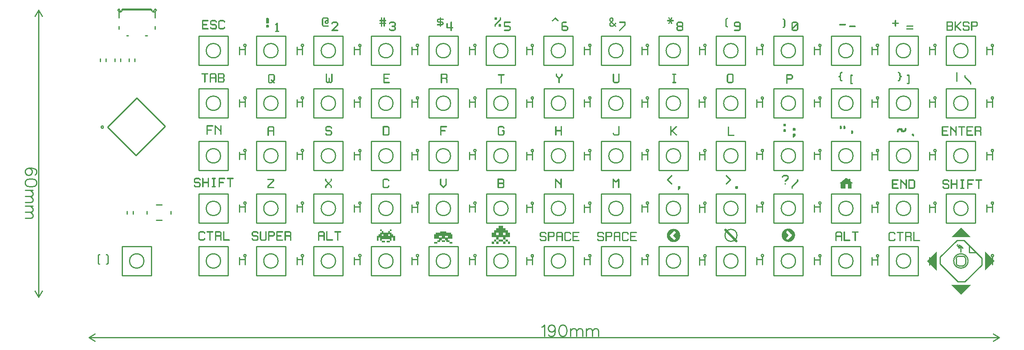
<source format=gto>
G04 ---------------------------- Layer name :TOP SILK LAYER*
G04 easyEDA 0.1*
G04 Scale: 100 percent, Rotated: No, Reflected: No *
G04 Dimensions in inches *
G04 leading zeros omitted , absolute positions ,2 integer and 4 * 
%FSLAX24Y24*%
%MOIN*%
G90*
G70D02*

%ADD10C,0.010000*%
%ADD11C,0.019685*%
%ADD12C,0.015748*%
%ADD14C,0.006000*%

%LPD*%
%LNVIA PAD TRACK COPPERAREA*%
G54D11*
G01X52306Y29273D02*
G01X53227Y28353D01*
G54D10*
G01X74260Y31346D02*
G01X74260Y30726D01*
G01X73801Y30726D02*
G01X73801Y31346D01*
G01X74231Y31155D02*
G01X73831Y31155D01*
G01X798Y26523D02*
G01X798Y27142D01*
G01X1578Y27142D02*
G01X1578Y26523D01*
G01X6019Y30073D02*
G01X5539Y30073D01*
G01X4800Y30584D02*
G01X4800Y30823D01*
G01X5539Y31334D02*
G01X6019Y31334D01*
G01X6760Y30584D02*
G01X6760Y30823D01*
G01X5259Y47240D02*
G01X5318Y47240D01*
G01X5318Y47240D02*
G01X5439Y47240D01*
G01X5439Y47240D02*
G01X5439Y46740D01*
G01X5439Y46040D02*
G01X5439Y45801D01*
G01X4809Y45271D02*
G01X4648Y45271D01*
G01X3269Y45271D02*
G01X3109Y45271D01*
G01X2478Y45801D02*
G01X2478Y46040D01*
G01X2478Y46740D02*
G01X2478Y47240D01*
G01X2478Y47240D02*
G01X2598Y47240D01*
G01X2598Y47240D02*
G01X2659Y47240D01*
G01X5118Y47390D02*
G01X2798Y47390D01*
G01X5118Y47471D02*
G01X2798Y47471D01*
G01X5178Y47321D02*
G01X5178Y47330D01*
G01X5178Y47330D02*
G01X5178Y47411D01*
G01X2738Y47321D02*
G01X2738Y47330D01*
G01X2738Y47330D02*
G01X2738Y47411D01*
G01X5439Y47240D02*
G01X5539Y47411D01*
G01X5539Y47411D02*
G01X5439Y47471D01*
G01X5439Y47471D02*
G01X5328Y47290D01*
G01X2478Y47240D02*
G01X2378Y47411D01*
G01X2378Y47411D02*
G01X2478Y47471D01*
G01X2478Y47471D02*
G01X2588Y47301D01*
G01X2140Y43125D02*
G01X2140Y43365D01*
G01X2619Y43125D02*
G01X2619Y43365D01*
G01X1438Y43365D02*
G01X1438Y43125D01*
G01X959Y43365D02*
G01X959Y43125D01*
G01X3167Y30580D02*
G01X3167Y30821D01*
G01X3646Y30580D02*
G01X3646Y30821D01*
G01X3801Y43365D02*
G01X3801Y43125D01*
G01X3321Y43365D02*
G01X3321Y43125D01*
G01X1621Y37806D02*
G01X3954Y40140D01*
G01X6288Y37806D01*
G01X3883Y35402D01*
G01X1550Y37735D01*
G01X1621Y37806D01*
G01X2755Y27909D02*
G01X5155Y27909D01*
G01X2755Y27909D02*
G01X2755Y25509D01*
G01X5155Y27909D02*
G01X5155Y25509D01*
G01X2755Y25509D02*
G01X5155Y25509D01*
G01X9055Y45232D02*
G01X11455Y45232D01*
G01X9055Y45232D02*
G01X9055Y42832D01*
G01X11455Y45232D02*
G01X11455Y42832D01*
G01X9055Y42832D02*
G01X11455Y42832D01*
G01X12847Y44342D02*
G01X12847Y43721D01*
G01X12386Y43721D02*
G01X12386Y44342D01*
G01X12817Y44152D02*
G01X12417Y44152D01*
G01X9055Y40902D02*
G01X11455Y40902D01*
G01X9055Y40902D02*
G01X9055Y38502D01*
G01X11455Y40902D02*
G01X11455Y38502D01*
G01X9055Y38502D02*
G01X11455Y38502D01*
G01X12846Y40011D02*
G01X12846Y39392D01*
G01X12385Y39392D02*
G01X12385Y40011D01*
G01X12815Y39821D02*
G01X12415Y39821D01*
G01X9055Y36569D02*
G01X11455Y36569D01*
G01X9055Y36569D02*
G01X9055Y34169D01*
G01X11455Y36569D02*
G01X11455Y34169D01*
G01X9055Y34169D02*
G01X11455Y34169D01*
G01X12846Y35680D02*
G01X12846Y35061D01*
G01X12385Y35061D02*
G01X12385Y35680D01*
G01X12815Y35490D02*
G01X12415Y35490D01*
G01X9055Y32240D02*
G01X11455Y32240D01*
G01X9055Y32240D02*
G01X9055Y29840D01*
G01X11455Y32240D02*
G01X11455Y29840D01*
G01X9055Y29840D02*
G01X11455Y29840D01*
G01X12846Y31350D02*
G01X12846Y30730D01*
G01X12385Y30730D02*
G01X12385Y31350D01*
G01X12815Y31159D02*
G01X12415Y31159D01*
G01X9055Y27909D02*
G01X11455Y27909D01*
G01X9055Y27909D02*
G01X9055Y25509D01*
G01X11455Y27909D02*
G01X11455Y25509D01*
G01X9055Y25509D02*
G01X11455Y25509D01*
G01X12846Y27019D02*
G01X12846Y26398D01*
G01X12385Y26398D02*
G01X12385Y27019D01*
G01X12815Y26828D02*
G01X12415Y26828D01*
G01X71428Y24997D02*
G01X69957Y26468D01*
G01X69957Y26468D02*
G01X69957Y27034D01*
G01X69957Y27034D02*
G01X71343Y28419D01*
G01X71343Y28419D02*
G01X71909Y28419D01*
G01X71909Y28419D02*
G01X72369Y27960D01*
G01X72920Y27408D02*
G01X73380Y26949D01*
G01X73380Y26949D02*
G01X73380Y26383D01*
G01X73380Y26383D02*
G01X71994Y24997D01*
G01X71994Y24997D02*
G01X71428Y24997D01*
G01X71280Y26899D02*
G01X71280Y26517D01*
G01X71478Y26319D02*
G01X71860Y26319D01*
G01X72058Y26517D02*
G01X72058Y26899D01*
G01X71860Y27097D02*
G01X71478Y27097D01*
G01X72361Y27401D02*
G01X72920Y27408D01*
G01X72361Y27401D02*
G01X72369Y27960D01*
G01X71669Y27430D02*
G01X71669Y27939D01*
G01X71669Y27939D02*
G01X71838Y27769D01*
G01X71669Y27939D02*
G01X71499Y27769D01*
G01X72369Y27960D02*
G01X72920Y27408D01*
G01X74263Y27019D02*
G01X74263Y26398D01*
G01X73802Y26398D02*
G01X73802Y27019D01*
G01X74233Y26828D02*
G01X73833Y26828D01*
G01X13778Y45232D02*
G01X16178Y45232D01*
G01X13778Y45232D02*
G01X13778Y42832D01*
G01X16178Y45232D02*
G01X16178Y42832D01*
G01X13778Y42832D02*
G01X16178Y42832D01*
G01X17569Y44342D02*
G01X17569Y43721D01*
G01X17110Y43721D02*
G01X17110Y44342D01*
G01X17539Y44152D02*
G01X17139Y44152D01*
G01X13777Y40902D02*
G01X16177Y40902D01*
G01X13777Y40902D02*
G01X13777Y38502D01*
G01X16177Y40902D02*
G01X16177Y38502D01*
G01X13777Y38502D02*
G01X16177Y38502D01*
G01X17567Y40013D02*
G01X17567Y39392D01*
G01X17106Y39392D02*
G01X17106Y40013D01*
G01X17536Y39823D02*
G01X17136Y39823D01*
G01X13777Y36571D02*
G01X16177Y36571D01*
G01X13777Y36571D02*
G01X13777Y34171D01*
G01X16177Y36571D02*
G01X16177Y34171D01*
G01X13777Y34171D02*
G01X16177Y34171D01*
G01X17567Y35680D02*
G01X17567Y35061D01*
G01X17106Y35061D02*
G01X17106Y35680D01*
G01X17536Y35490D02*
G01X17136Y35490D01*
G01X13777Y32240D02*
G01X16177Y32240D01*
G01X13777Y32240D02*
G01X13777Y29840D01*
G01X16177Y32240D02*
G01X16177Y29840D01*
G01X13777Y29840D02*
G01X16177Y29840D01*
G01X17567Y31348D02*
G01X17567Y30728D01*
G01X17106Y30728D02*
G01X17106Y31348D01*
G01X17536Y31157D02*
G01X17136Y31157D01*
G01X13777Y27909D02*
G01X16177Y27909D01*
G01X13777Y27909D02*
G01X13777Y25509D01*
G01X16177Y27909D02*
G01X16177Y25509D01*
G01X13777Y25509D02*
G01X16177Y25509D01*
G01X17567Y27015D02*
G01X17567Y26396D01*
G01X17106Y26396D02*
G01X17106Y27015D01*
G01X17536Y26826D02*
G01X17136Y26826D01*
G01X18501Y45232D02*
G01X20901Y45232D01*
G01X18501Y45232D02*
G01X18501Y42832D01*
G01X20901Y45232D02*
G01X20901Y42832D01*
G01X18501Y42832D02*
G01X20901Y42832D01*
G01X22293Y44342D02*
G01X22293Y43721D01*
G01X21832Y43721D02*
G01X21832Y44342D01*
G01X22263Y44152D02*
G01X21863Y44152D01*
G01X18501Y40901D02*
G01X20901Y40901D01*
G01X18501Y40901D02*
G01X18501Y38501D01*
G01X20901Y40901D02*
G01X20901Y38501D01*
G01X18501Y38501D02*
G01X20901Y38501D01*
G01X22288Y40005D02*
G01X22288Y39384D01*
G01X21827Y39384D02*
G01X21827Y40005D01*
G01X22257Y39815D02*
G01X21857Y39815D01*
G01X18503Y36569D02*
G01X20903Y36569D01*
G01X18503Y36569D02*
G01X18503Y34169D01*
G01X20903Y36569D02*
G01X20903Y34169D01*
G01X18503Y34169D02*
G01X20903Y34169D01*
G01X22289Y35671D02*
G01X22289Y35051D01*
G01X21828Y35051D02*
G01X21828Y35671D01*
G01X22259Y35480D02*
G01X21859Y35480D01*
G01X18503Y32238D02*
G01X20903Y32238D01*
G01X18503Y32238D02*
G01X18503Y29838D01*
G01X20903Y32238D02*
G01X20903Y29838D01*
G01X18503Y29838D02*
G01X20903Y29838D01*
G01X22289Y31346D02*
G01X22289Y30727D01*
G01X21830Y30727D02*
G01X21830Y31346D01*
G01X22260Y31157D02*
G01X21860Y31157D01*
G01X18503Y27907D02*
G01X20903Y27907D01*
G01X18503Y27907D02*
G01X18503Y25507D01*
G01X20903Y27907D02*
G01X20903Y25507D01*
G01X18503Y25507D02*
G01X20903Y25507D01*
G01X22292Y27021D02*
G01X22292Y26401D01*
G01X21831Y26401D02*
G01X21831Y27021D01*
G01X22261Y26830D02*
G01X21861Y26830D01*
G01X23225Y45232D02*
G01X25625Y45232D01*
G01X23225Y45232D02*
G01X23225Y42832D01*
G01X25625Y45232D02*
G01X25625Y42832D01*
G01X23225Y42832D02*
G01X25625Y42832D01*
G01X27015Y44342D02*
G01X27015Y43721D01*
G01X26556Y43721D02*
G01X26556Y44342D01*
G01X26985Y44152D02*
G01X26585Y44152D01*
G01X23225Y40901D02*
G01X25625Y40901D01*
G01X23225Y40901D02*
G01X23225Y38501D01*
G01X25625Y40901D02*
G01X25625Y38501D01*
G01X23225Y38501D02*
G01X25625Y38501D01*
G01X27017Y40009D02*
G01X27017Y39388D01*
G01X26556Y39388D02*
G01X26556Y40009D01*
G01X26986Y39819D02*
G01X26586Y39819D01*
G01X23230Y36569D02*
G01X25630Y36569D01*
G01X23230Y36569D02*
G01X23230Y34169D01*
G01X25630Y36569D02*
G01X25630Y34169D01*
G01X23230Y34169D02*
G01X25630Y34169D01*
G01X27018Y35675D02*
G01X27018Y35055D01*
G01X26557Y35055D02*
G01X26557Y35675D01*
G01X26988Y35484D02*
G01X26588Y35484D01*
G01X23230Y32238D02*
G01X25630Y32238D01*
G01X23230Y32238D02*
G01X23230Y29838D01*
G01X25630Y32238D02*
G01X25630Y29838D01*
G01X23230Y29838D02*
G01X25630Y29838D01*
G01X27019Y31342D02*
G01X27019Y30721D01*
G01X26560Y30721D02*
G01X26560Y31342D01*
G01X26989Y31152D02*
G01X26589Y31152D01*
G01X23230Y27907D02*
G01X25630Y27907D01*
G01X23230Y27907D02*
G01X23230Y25507D01*
G01X25630Y27907D02*
G01X25630Y25507D01*
G01X23230Y25507D02*
G01X25630Y25507D01*
G01X27021Y27021D02*
G01X27021Y26402D01*
G01X26560Y26402D02*
G01X26560Y27021D01*
G01X26990Y26832D02*
G01X26590Y26832D01*
G01X27947Y45232D02*
G01X30347Y45232D01*
G01X27947Y45232D02*
G01X27947Y42832D01*
G01X30347Y45232D02*
G01X30347Y42832D01*
G01X27947Y42832D02*
G01X30347Y42832D01*
G01X31740Y44342D02*
G01X31740Y43721D01*
G01X31281Y43721D02*
G01X31281Y44342D01*
G01X31710Y44152D02*
G01X31310Y44152D01*
G01X27953Y40900D02*
G01X30353Y40900D01*
G01X27953Y40900D02*
G01X27953Y38500D01*
G01X30353Y40900D02*
G01X30353Y38500D01*
G01X27953Y38500D02*
G01X30353Y38500D01*
G01X31742Y40009D02*
G01X31742Y39388D01*
G01X31281Y39388D02*
G01X31281Y40009D01*
G01X31711Y39819D02*
G01X31311Y39819D01*
G01X27948Y36569D02*
G01X30348Y36569D01*
G01X27948Y36569D02*
G01X27948Y34169D01*
G01X30348Y36569D02*
G01X30348Y34169D01*
G01X27948Y34169D02*
G01X30348Y34169D01*
G01X31743Y35677D02*
G01X31743Y35057D01*
G01X31284Y35057D02*
G01X31284Y35677D01*
G01X31714Y35486D02*
G01X31314Y35486D01*
G01X27953Y32238D02*
G01X30353Y32238D01*
G01X27953Y32238D02*
G01X27953Y29838D01*
G01X30353Y32238D02*
G01X30353Y29838D01*
G01X27953Y29838D02*
G01X30353Y29838D01*
G01X31744Y31353D02*
G01X31744Y30732D01*
G01X31285Y30732D02*
G01X31285Y31353D01*
G01X31714Y31163D02*
G01X31314Y31163D01*
G01X27953Y27907D02*
G01X30353Y27907D01*
G01X27953Y27907D02*
G01X27953Y25507D01*
G01X30353Y27907D02*
G01X30353Y25507D01*
G01X27953Y25507D02*
G01X30353Y25507D01*
G01X31747Y27019D02*
G01X31747Y26400D01*
G01X31286Y26400D02*
G01X31286Y27019D01*
G01X31717Y26830D02*
G01X31317Y26830D01*
G01X32672Y45232D02*
G01X35072Y45232D01*
G01X32672Y45232D02*
G01X32672Y42832D01*
G01X35072Y45232D02*
G01X35072Y42832D01*
G01X32672Y42832D02*
G01X35072Y42832D01*
G01X36461Y44342D02*
G01X36461Y43721D01*
G01X36002Y43721D02*
G01X36002Y44342D01*
G01X36431Y44152D02*
G01X36031Y44152D01*
G01X32675Y40901D02*
G01X35075Y40901D01*
G01X32675Y40901D02*
G01X32675Y38501D01*
G01X35075Y40901D02*
G01X35075Y38501D01*
G01X32675Y38501D02*
G01X35075Y38501D01*
G01X36456Y40005D02*
G01X36456Y39386D01*
G01X35997Y39386D02*
G01X35997Y40005D01*
G01X36427Y39815D02*
G01X36027Y39815D01*
G01X32677Y36569D02*
G01X35077Y36569D01*
G01X32677Y36569D02*
G01X32677Y34169D01*
G01X35077Y36569D02*
G01X35077Y34169D01*
G01X32677Y34169D02*
G01X35077Y34169D01*
G01X36457Y35671D02*
G01X36457Y35052D01*
G01X35997Y35052D02*
G01X35997Y35671D01*
G01X36427Y35482D02*
G01X36027Y35482D01*
G01X32677Y32238D02*
G01X35077Y32238D01*
G01X32677Y32238D02*
G01X32677Y29838D01*
G01X35077Y32238D02*
G01X35077Y29838D01*
G01X32677Y29838D02*
G01X35077Y29838D01*
G01X36460Y31340D02*
G01X36460Y30721D01*
G01X36000Y30721D02*
G01X36000Y31340D01*
G01X36430Y31151D02*
G01X36030Y31151D01*
G01X32677Y27907D02*
G01X35077Y27907D01*
G01X32677Y27907D02*
G01X32677Y25507D01*
G01X35077Y27907D02*
G01X35077Y25507D01*
G01X32677Y25507D02*
G01X35077Y25507D01*
G01X36460Y27011D02*
G01X36460Y26390D01*
G01X36001Y26390D02*
G01X36001Y27011D01*
G01X36431Y26821D02*
G01X36031Y26821D01*
G01X37400Y45232D02*
G01X39800Y45232D01*
G01X37400Y45232D02*
G01X37400Y42832D01*
G01X39800Y45232D02*
G01X39800Y42832D01*
G01X37400Y42832D02*
G01X39800Y42832D01*
G01X41185Y44342D02*
G01X41185Y43721D01*
G01X40725Y43721D02*
G01X40725Y44342D01*
G01X41155Y44152D02*
G01X40755Y44152D01*
G01X37406Y40900D02*
G01X39806Y40900D01*
G01X37406Y40900D02*
G01X37406Y38500D01*
G01X39806Y40900D02*
G01X39806Y38500D01*
G01X37406Y38500D02*
G01X39806Y38500D01*
G01X41185Y40011D02*
G01X41185Y39392D01*
G01X40725Y39392D02*
G01X40725Y40011D01*
G01X41155Y39821D02*
G01X40755Y39821D01*
G01X37406Y36569D02*
G01X39806Y36569D01*
G01X37406Y36569D02*
G01X37406Y34169D01*
G01X39806Y36569D02*
G01X39806Y34169D01*
G01X37406Y34169D02*
G01X39806Y34169D01*
G01X41181Y35671D02*
G01X41181Y35052D01*
G01X40721Y35052D02*
G01X40721Y35671D01*
G01X41151Y35482D02*
G01X40751Y35482D01*
G01X37406Y32238D02*
G01X39806Y32238D01*
G01X37406Y32238D02*
G01X37406Y29838D01*
G01X39806Y32238D02*
G01X39806Y29838D01*
G01X37406Y29838D02*
G01X39806Y29838D01*
G01X41182Y31340D02*
G01X41182Y30721D01*
G01X40722Y30721D02*
G01X40722Y31340D01*
G01X41152Y31151D02*
G01X40752Y31151D01*
G01X37406Y27907D02*
G01X39806Y27907D01*
G01X37406Y27907D02*
G01X37406Y25507D01*
G01X39806Y27907D02*
G01X39806Y25507D01*
G01X37406Y25507D02*
G01X39806Y25507D01*
G01X41184Y27015D02*
G01X41184Y26394D01*
G01X40723Y26394D02*
G01X40723Y27015D01*
G01X41154Y26825D02*
G01X40754Y26825D01*
G01X42119Y45232D02*
G01X44519Y45232D01*
G01X42119Y45232D02*
G01X42119Y42832D01*
G01X44519Y45232D02*
G01X44519Y42832D01*
G01X42119Y42832D02*
G01X44519Y42832D01*
G01X45910Y44342D02*
G01X45910Y43721D01*
G01X45451Y43721D02*
G01X45451Y44342D01*
G01X45881Y44152D02*
G01X45481Y44152D01*
G01X42121Y40901D02*
G01X44521Y40901D01*
G01X42121Y40901D02*
G01X42121Y38501D01*
G01X44521Y40901D02*
G01X44521Y38501D01*
G01X42121Y38501D02*
G01X44521Y38501D01*
G01X45910Y40007D02*
G01X45910Y39388D01*
G01X45451Y39388D02*
G01X45451Y40007D01*
G01X45881Y39817D02*
G01X45481Y39817D01*
G01X42129Y36567D02*
G01X44529Y36567D01*
G01X42129Y36567D02*
G01X42129Y34167D01*
G01X44529Y36567D02*
G01X44529Y34167D01*
G01X42129Y34167D02*
G01X44529Y34167D01*
G01X45911Y35673D02*
G01X45911Y35054D01*
G01X45452Y35054D02*
G01X45452Y35673D01*
G01X45881Y35484D02*
G01X45481Y35484D01*
G01X42129Y32236D02*
G01X44529Y32236D01*
G01X42129Y32236D02*
G01X42129Y29836D01*
G01X44529Y32236D02*
G01X44529Y29836D01*
G01X42129Y29836D02*
G01X44529Y29836D01*
G01X45914Y31346D02*
G01X45914Y30727D01*
G01X45454Y30727D02*
G01X45454Y31346D01*
G01X45884Y31157D02*
G01X45484Y31157D01*
G01X42129Y27905D02*
G01X44529Y27905D01*
G01X42129Y27905D02*
G01X42129Y25505D01*
G01X44529Y27905D02*
G01X44529Y25505D01*
G01X42129Y25505D02*
G01X44529Y25505D01*
G01X45914Y27017D02*
G01X45914Y26396D01*
G01X45455Y26396D02*
G01X45455Y27017D01*
G01X45885Y26827D02*
G01X45485Y26827D01*
G01X46839Y45232D02*
G01X49239Y45232D01*
G01X46839Y45232D02*
G01X46839Y42832D01*
G01X49239Y45232D02*
G01X49239Y42832D01*
G01X46839Y42832D02*
G01X49239Y42832D01*
G01X50640Y44342D02*
G01X50640Y43721D01*
G01X50181Y43721D02*
G01X50181Y44342D01*
G01X50610Y44152D02*
G01X50210Y44152D01*
G01X46843Y40901D02*
G01X49243Y40901D01*
G01X46843Y40901D02*
G01X46843Y38501D01*
G01X49243Y40901D02*
G01X49243Y38501D01*
G01X46843Y38501D02*
G01X49243Y38501D01*
G01X50632Y40005D02*
G01X50632Y39384D01*
G01X50172Y39384D02*
G01X50172Y40005D01*
G01X50602Y39815D02*
G01X50202Y39815D01*
G01X46851Y36567D02*
G01X49251Y36567D01*
G01X46851Y36567D02*
G01X46851Y34167D01*
G01X49251Y36567D02*
G01X49251Y34167D01*
G01X46851Y34167D02*
G01X49251Y34167D01*
G01X50636Y35673D02*
G01X50636Y35053D01*
G01X50177Y35053D02*
G01X50177Y35673D01*
G01X50606Y35482D02*
G01X50206Y35482D01*
G01X46851Y32236D02*
G01X49251Y32236D01*
G01X46851Y32236D02*
G01X46851Y29836D01*
G01X49251Y32236D02*
G01X49251Y29836D01*
G01X46851Y29836D02*
G01X49251Y29836D01*
G01X50636Y31336D02*
G01X50636Y30717D01*
G01X50177Y30717D02*
G01X50177Y31336D01*
G01X50606Y31146D02*
G01X50206Y31146D01*
G01X46851Y27905D02*
G01X49251Y27905D01*
G01X46851Y27905D02*
G01X46851Y25505D01*
G01X49251Y27905D02*
G01X49251Y25505D01*
G01X46851Y25505D02*
G01X49251Y25505D01*
G01X50636Y27007D02*
G01X50636Y26386D01*
G01X50177Y26386D02*
G01X50177Y27007D01*
G01X50606Y26817D02*
G01X50206Y26817D01*
G01X51572Y45230D02*
G01X53972Y45230D01*
G01X51572Y45230D02*
G01X51572Y42830D01*
G01X53972Y45230D02*
G01X53972Y42830D01*
G01X51572Y42830D02*
G01X53972Y42830D01*
G01X55356Y44342D02*
G01X55356Y43721D01*
G01X54897Y43721D02*
G01X54897Y44342D01*
G01X55327Y44152D02*
G01X54927Y44152D01*
G01X51568Y40896D02*
G01X53968Y40896D01*
G01X51568Y40896D02*
G01X51568Y38496D01*
G01X53968Y40896D02*
G01X53968Y38496D01*
G01X51568Y38496D02*
G01X53968Y38496D01*
G01X55360Y40007D02*
G01X55360Y39388D01*
G01X54900Y39388D02*
G01X54900Y40007D01*
G01X55330Y39817D02*
G01X54930Y39817D01*
G01X51572Y36569D02*
G01X53972Y36569D01*
G01X51572Y36569D02*
G01X51572Y34169D01*
G01X53972Y36569D02*
G01X53972Y34169D01*
G01X51572Y34169D02*
G01X53972Y34169D01*
G01X55360Y35680D02*
G01X55360Y35061D01*
G01X54901Y35061D02*
G01X54901Y35680D01*
G01X55331Y35490D02*
G01X54931Y35490D01*
G01X51572Y32238D02*
G01X53972Y32238D01*
G01X51572Y32238D02*
G01X51572Y29838D01*
G01X53972Y32238D02*
G01X53972Y29838D01*
G01X51572Y29838D02*
G01X53972Y29838D01*
G01X55361Y31346D02*
G01X55361Y30727D01*
G01X54902Y30727D02*
G01X54902Y31346D01*
G01X55331Y31157D02*
G01X54931Y31157D01*
G01X51572Y27907D02*
G01X53972Y27907D01*
G01X51572Y27907D02*
G01X51572Y25507D01*
G01X53972Y27907D02*
G01X53972Y25507D01*
G01X51572Y25507D02*
G01X53972Y25507D01*
G01X55364Y27021D02*
G01X55364Y26401D01*
G01X54905Y26401D02*
G01X54905Y27021D01*
G01X55335Y26830D02*
G01X54935Y26830D01*
G01X56294Y45232D02*
G01X58694Y45232D01*
G01X56294Y45232D02*
G01X56294Y42832D01*
G01X58694Y45232D02*
G01X58694Y42832D01*
G01X56294Y42832D02*
G01X58694Y42832D01*
G01X60089Y44342D02*
G01X60089Y43721D01*
G01X59630Y43721D02*
G01X59630Y44342D01*
G01X60060Y44152D02*
G01X59660Y44152D01*
G01X56298Y40904D02*
G01X58698Y40904D01*
G01X56298Y40904D02*
G01X56298Y38504D01*
G01X58698Y40904D02*
G01X58698Y38504D01*
G01X56298Y38504D02*
G01X58698Y38504D01*
G01X60089Y40011D02*
G01X60089Y39392D01*
G01X59630Y39392D02*
G01X59630Y40011D01*
G01X60060Y39821D02*
G01X59660Y39821D01*
G01X56298Y36571D02*
G01X58698Y36571D01*
G01X56298Y36571D02*
G01X56298Y34171D01*
G01X58698Y36571D02*
G01X58698Y34171D01*
G01X56298Y34171D02*
G01X58698Y34171D01*
G01X60089Y35680D02*
G01X60089Y35061D01*
G01X59630Y35061D02*
G01X59630Y35680D01*
G01X60060Y35490D02*
G01X59660Y35490D01*
G01X56298Y32240D02*
G01X58698Y32240D01*
G01X56298Y32240D02*
G01X56298Y29840D01*
G01X58698Y32240D02*
G01X58698Y29840D01*
G01X56298Y29840D02*
G01X58698Y29840D01*
G01X60089Y31351D02*
G01X60089Y30730D01*
G01X59630Y30730D02*
G01X59630Y31351D01*
G01X60060Y31161D02*
G01X59660Y31161D01*
G01X56298Y27909D02*
G01X58698Y27909D01*
G01X56298Y27909D02*
G01X56298Y25509D01*
G01X58698Y27909D02*
G01X58698Y25509D01*
G01X56298Y25509D02*
G01X58698Y25509D01*
G01X60089Y27011D02*
G01X60089Y26392D01*
G01X59629Y26392D02*
G01X59629Y27011D01*
G01X60059Y26821D02*
G01X59659Y26821D01*
G01X61017Y45232D02*
G01X63417Y45232D01*
G01X61017Y45232D02*
G01X61017Y42832D01*
G01X63417Y45232D02*
G01X63417Y42832D01*
G01X61017Y42832D02*
G01X63417Y42832D01*
G01X64814Y44342D02*
G01X64814Y43721D01*
G01X64355Y43721D02*
G01X64355Y44342D01*
G01X64785Y44152D02*
G01X64385Y44152D01*
G01X61022Y40902D02*
G01X63422Y40902D01*
G01X61022Y40902D02*
G01X61022Y38502D01*
G01X63422Y40902D02*
G01X63422Y38502D01*
G01X61022Y38502D02*
G01X63422Y38502D01*
G01X64818Y40007D02*
G01X64818Y39388D01*
G01X64357Y39388D02*
G01X64357Y40007D01*
G01X64788Y39817D02*
G01X64388Y39817D01*
G01X61019Y36571D02*
G01X63419Y36571D01*
G01X61019Y36571D02*
G01X61019Y34171D01*
G01X63419Y36571D02*
G01X63419Y34171D01*
G01X61019Y34171D02*
G01X63419Y34171D01*
G01X64818Y35673D02*
G01X64818Y35054D01*
G01X64357Y35054D02*
G01X64357Y35673D01*
G01X64788Y35484D02*
G01X64388Y35484D01*
G01X61019Y32240D02*
G01X63419Y32240D01*
G01X61019Y32240D02*
G01X61019Y29840D01*
G01X63419Y32240D02*
G01X63419Y29840D01*
G01X61019Y29840D02*
G01X63419Y29840D01*
G01X64818Y31340D02*
G01X64818Y30719D01*
G01X64359Y30719D02*
G01X64359Y31340D01*
G01X64789Y31150D02*
G01X64389Y31150D01*
G01X61019Y27909D02*
G01X63419Y27909D01*
G01X61019Y27909D02*
G01X61019Y25509D01*
G01X63419Y27909D02*
G01X63419Y25509D01*
G01X61019Y25509D02*
G01X63419Y25509D01*
G01X64819Y27005D02*
G01X64819Y26386D01*
G01X64360Y26386D02*
G01X64360Y27005D01*
G01X64789Y26815D02*
G01X64389Y26815D01*
G01X65744Y45232D02*
G01X68144Y45232D01*
G01X65744Y45232D02*
G01X65744Y42832D01*
G01X68144Y45232D02*
G01X68144Y42832D01*
G01X65744Y42832D02*
G01X68144Y42832D01*
G01X69539Y44342D02*
G01X69539Y43721D01*
G01X69079Y43721D02*
G01X69079Y44342D01*
G01X69509Y44152D02*
G01X69109Y44152D01*
G01X65758Y40902D02*
G01X68158Y40902D01*
G01X65758Y40902D02*
G01X65758Y38502D01*
G01X68158Y40902D02*
G01X68158Y38502D01*
G01X65758Y38502D02*
G01X68158Y38502D01*
G01X69539Y40007D02*
G01X69539Y39388D01*
G01X69080Y39388D02*
G01X69080Y40007D01*
G01X69510Y39817D02*
G01X69110Y39817D01*
G01X65758Y36571D02*
G01X68158Y36571D01*
G01X65758Y36571D02*
G01X65758Y34171D01*
G01X68158Y36571D02*
G01X68158Y34171D01*
G01X65758Y34171D02*
G01X68158Y34171D01*
G01X69542Y35673D02*
G01X69542Y35054D01*
G01X69081Y35054D02*
G01X69081Y35673D01*
G01X69511Y35484D02*
G01X69111Y35484D01*
G01X65758Y32240D02*
G01X68158Y32240D01*
G01X65758Y32240D02*
G01X65758Y29840D01*
G01X68158Y32240D02*
G01X68158Y29840D01*
G01X65758Y29840D02*
G01X68158Y29840D01*
G01X69543Y31340D02*
G01X69543Y30719D01*
G01X69083Y30719D02*
G01X69083Y31340D01*
G01X69513Y31150D02*
G01X69113Y31150D01*
G01X65758Y27909D02*
G01X68158Y27909D01*
G01X65758Y27909D02*
G01X65758Y25509D01*
G01X68158Y27909D02*
G01X68158Y25509D01*
G01X65758Y25509D02*
G01X68158Y25509D01*
G01X69543Y27005D02*
G01X69543Y26386D01*
G01X69083Y26386D02*
G01X69083Y27005D01*
G01X69513Y26815D02*
G01X69113Y26815D01*
G01X70468Y45232D02*
G01X72868Y45232D01*
G01X70468Y45232D02*
G01X70468Y42832D01*
G01X72868Y45232D02*
G01X72868Y42832D01*
G01X70468Y42832D02*
G01X72868Y42832D01*
G01X74258Y44342D02*
G01X74258Y43721D01*
G01X73797Y43721D02*
G01X73797Y44342D01*
G01X74227Y44152D02*
G01X73827Y44152D01*
G01X70468Y40902D02*
G01X72868Y40902D01*
G01X70468Y40902D02*
G01X70468Y38502D01*
G01X72868Y40902D02*
G01X72868Y38502D01*
G01X70468Y38502D02*
G01X72868Y38502D01*
G01X74254Y40007D02*
G01X74254Y39388D01*
G01X73793Y39388D02*
G01X73793Y40007D01*
G01X74223Y39817D02*
G01X73823Y39817D01*
G01X70469Y36571D02*
G01X72869Y36571D01*
G01X70469Y36571D02*
G01X70469Y34171D01*
G01X72869Y36571D02*
G01X72869Y34171D01*
G01X70469Y34171D02*
G01X72869Y34171D01*
G01X74252Y35673D02*
G01X74252Y35054D01*
G01X73793Y35054D02*
G01X73793Y35673D01*
G01X74222Y35484D02*
G01X73822Y35484D01*
G01X70471Y32240D02*
G01X72871Y32240D01*
G01X70471Y32240D02*
G01X70471Y29840D01*
G01X72871Y32240D02*
G01X72871Y29840D01*
G01X70471Y29840D02*
G01X72871Y29840D01*
G01X-4115Y47378D02*
G01X-4115Y23756D01*
G01X-3815Y46878D02*
G01X-4115Y47378D01*
G01X-4415Y46878D01*
G01X-3815Y24256D02*
G01X-4115Y23756D01*
G01X-4415Y24256D01*
G01X-4406Y33821D02*
G01X-4315Y33867D01*
G01X-4270Y34004D01*
G01X-4270Y34094D01*
G01X-4315Y34230D01*
G01X-4452Y34321D01*
G01X-4679Y34367D01*
G01X-4906Y34367D01*
G01X-5088Y34321D01*
G01X-5179Y34230D01*
G01X-5224Y34094D01*
G01X-5224Y34050D01*
G01X-5179Y33913D01*
G01X-5088Y33821D01*
G01X-4952Y33777D01*
G01X-4906Y33777D01*
G01X-4770Y33821D01*
G01X-4679Y33913D01*
G01X-4633Y34050D01*
G01X-4633Y34094D01*
G01X-4679Y34230D01*
G01X-4770Y34321D01*
G01X-4906Y34367D01*
G01X-4270Y33204D02*
G01X-4315Y33340D01*
G01X-4452Y33430D01*
G01X-4679Y33477D01*
G01X-4815Y33477D01*
G01X-5043Y33430D01*
G01X-5179Y33340D01*
G01X-5224Y33204D01*
G01X-5224Y33113D01*
G01X-5179Y32977D01*
G01X-5043Y32886D01*
G01X-4815Y32840D01*
G01X-4679Y32840D01*
G01X-4452Y32886D01*
G01X-4315Y32977D01*
G01X-4270Y33113D01*
G01X-4270Y33204D01*
G01X-4588Y32540D02*
G01X-5224Y32540D01*
G01X-4770Y32540D02*
G01X-4633Y32403D01*
G01X-4588Y32313D01*
G01X-4588Y32177D01*
G01X-4633Y32086D01*
G01X-4770Y32040D01*
G01X-5224Y32040D01*
G01X-4770Y32040D02*
G01X-4633Y31903D01*
G01X-4588Y31813D01*
G01X-4588Y31677D01*
G01X-4633Y31586D01*
G01X-4770Y31540D01*
G01X-5224Y31540D01*
G01X-4588Y31240D02*
G01X-5224Y31240D01*
G01X-4770Y31240D02*
G01X-4633Y31103D01*
G01X-4588Y31013D01*
G01X-4588Y30877D01*
G01X-4633Y30786D01*
G01X-4770Y30740D01*
G01X-5224Y30740D01*
G01X-4770Y30740D02*
G01X-4633Y30603D01*
G01X-4588Y30513D01*
G01X-4588Y30377D01*
G01X-4633Y30286D01*
G01X-4770Y30240D01*
G01X-5224Y30240D01*

%LPD*%
%LNFill Path*%
G36*
G01X9702Y46115D02*
G01X9702Y46115D01*
G01X9421Y46115D01*
G01X9421Y45890D01*
G01X9814Y45890D01*
G01X9814Y45890D01*
G01X9825Y45888D01*
G01X9835Y45886D01*
G01X9845Y45880D01*
G01X9853Y45873D01*
G01X9853Y45873D01*
G01X9861Y45865D01*
G01X9866Y45855D01*
G01X9869Y45845D01*
G01X9871Y45834D01*
G01X9871Y45834D01*
G01X9869Y45823D01*
G01X9866Y45813D01*
G01X9861Y45803D01*
G01X9853Y45794D01*
G01X9853Y45794D01*
G01X9845Y45787D01*
G01X9835Y45782D01*
G01X9825Y45779D01*
G01X9814Y45778D01*
G01X9364Y45778D01*
G01X9364Y45778D01*
G01X9353Y45779D01*
G01X9343Y45782D01*
G01X9333Y45787D01*
G01X9325Y45794D01*
G01X9325Y45794D01*
G01X9317Y45803D01*
G01X9312Y45813D01*
G01X9309Y45823D01*
G01X9307Y45834D01*
G01X9307Y46509D01*
G01X9307Y46509D01*
G01X9309Y46520D01*
G01X9312Y46530D01*
G01X9317Y46540D01*
G01X9325Y46548D01*
G01X9325Y46548D01*
G01X9333Y46555D01*
G01X9343Y46561D01*
G01X9353Y46564D01*
G01X9364Y46565D01*
G01X9814Y46565D01*
G01X9814Y46565D01*
G01X9825Y46563D01*
G01X9835Y46561D01*
G01X9845Y46555D01*
G01X9853Y46548D01*
G01X9853Y46548D01*
G01X9861Y46540D01*
G01X9866Y46530D01*
G01X9869Y46520D01*
G01X9871Y46509D01*
G01X9871Y46509D01*
G01X9869Y46498D01*
G01X9866Y46488D01*
G01X9861Y46478D01*
G01X9853Y46469D01*
G01X9853Y46469D01*
G01X9845Y46462D01*
G01X9835Y46457D01*
G01X9825Y46454D01*
G01X9814Y46453D01*
G01X9421Y46453D01*
G01X9421Y46228D01*
G01X9702Y46228D01*
G01X9702Y46228D01*
G01X9712Y46226D01*
G01X9722Y46223D01*
G01X9732Y46218D01*
G01X9740Y46211D01*
G01X9740Y46211D01*
G01X9748Y46202D01*
G01X9753Y46192D01*
G01X9756Y46182D01*
G01X9757Y46171D01*
G01X9757Y46171D01*
G01X9756Y46160D01*
G01X9753Y46150D01*
G01X9748Y46140D01*
G01X9740Y46132D01*
G01X9740Y46132D01*
G01X9732Y46124D01*
G01X9722Y46119D01*
G01X9712Y46116D01*
G01X9702Y46115D01*
G37*
G36*
G01X10152Y46115D02*
G01X10152Y46115D01*
G01X10152Y46115D01*
G01X10081Y46126D01*
G01X10027Y46159D01*
G01X10027Y46159D01*
G01X9994Y46213D01*
G01X9982Y46284D01*
G01X9982Y46396D01*
G01X9982Y46396D01*
G01X9994Y46459D01*
G01X10027Y46515D01*
G01X10027Y46515D01*
G01X10081Y46552D01*
G01X10152Y46565D01*
G01X10377Y46565D01*
G01X10377Y46565D01*
G01X10439Y46552D01*
G01X10494Y46515D01*
G01X10494Y46515D01*
G01X10533Y46459D01*
G01X10546Y46396D01*
G01X10546Y46396D01*
G01X10544Y46385D01*
G01X10541Y46375D01*
G01X10536Y46365D01*
G01X10528Y46357D01*
G01X10528Y46357D01*
G01X10520Y46349D01*
G01X10510Y46344D01*
G01X10500Y46341D01*
G01X10489Y46340D01*
G01X10489Y46340D01*
G01X10478Y46341D01*
G01X10468Y46344D01*
G01X10458Y46349D01*
G01X10450Y46357D01*
G01X10450Y46357D01*
G01X10442Y46365D01*
G01X10437Y46375D01*
G01X10434Y46385D01*
G01X10432Y46396D01*
G01X10432Y46396D01*
G01X10431Y46407D01*
G01X10428Y46417D01*
G01X10423Y46427D01*
G01X10415Y46436D01*
G01X10415Y46436D01*
G01X10407Y46443D01*
G01X10397Y46448D01*
G01X10387Y46451D01*
G01X10377Y46453D01*
G01X10152Y46453D01*
G01X10152Y46453D01*
G01X10140Y46451D01*
G01X10130Y46448D01*
G01X10121Y46443D01*
G01X10113Y46436D01*
G01X10113Y46436D01*
G01X10105Y46427D01*
G01X10100Y46417D01*
G01X10097Y46407D01*
G01X10096Y46396D01*
G01X10096Y46284D01*
G01X10096Y46284D01*
G01X10097Y46273D01*
G01X10100Y46263D01*
G01X10105Y46253D01*
G01X10113Y46244D01*
G01X10113Y46244D01*
G01X10121Y46237D01*
G01X10130Y46232D01*
G01X10140Y46229D01*
G01X10152Y46228D01*
G01X10377Y46228D01*
G01X10377Y46228D01*
G01X10439Y46215D01*
G01X10494Y46177D01*
G01X10494Y46177D01*
G01X10533Y46122D01*
G01X10546Y46059D01*
G01X10546Y45946D01*
G01X10546Y45946D01*
G01X10533Y45876D01*
G01X10494Y45823D01*
G01X10494Y45823D01*
G01X10439Y45789D01*
G01X10377Y45778D01*
G01X10152Y45778D01*
G01X10152Y45778D01*
G01X10088Y45790D01*
G01X10034Y45829D01*
G01X10034Y45829D01*
G01X9995Y45883D01*
G01X9982Y45946D01*
G01X9982Y45946D01*
G01X9984Y45957D01*
G01X9987Y45967D01*
G01X9992Y45977D01*
G01X10000Y45986D01*
G01X10000Y45986D01*
G01X10008Y45993D01*
G01X10018Y45998D01*
G01X10028Y46001D01*
G01X10039Y46003D01*
G01X10039Y46003D01*
G01X10050Y46001D01*
G01X10060Y45998D01*
G01X10070Y45993D01*
G01X10078Y45986D01*
G01X10078Y45986D01*
G01X10086Y45977D01*
G01X10091Y45967D01*
G01X10094Y45957D01*
G01X10096Y45946D01*
G01X10096Y45946D01*
G01X10097Y45935D01*
G01X10100Y45925D01*
G01X10105Y45915D01*
G01X10113Y45907D01*
G01X10113Y45907D01*
G01X10121Y45899D01*
G01X10130Y45894D01*
G01X10140Y45891D01*
G01X10152Y45890D01*
G01X10377Y45890D01*
G01X10377Y45890D01*
G01X10387Y45891D01*
G01X10397Y45894D01*
G01X10407Y45899D01*
G01X10415Y45907D01*
G01X10415Y45907D01*
G01X10423Y45915D01*
G01X10428Y45925D01*
G01X10431Y45935D01*
G01X10432Y45946D01*
G01X10432Y46059D01*
G01X10432Y46059D01*
G01X10431Y46070D01*
G01X10428Y46080D01*
G01X10423Y46090D01*
G01X10415Y46098D01*
G01X10415Y46098D01*
G01X10407Y46105D01*
G01X10397Y46111D01*
G01X10387Y46114D01*
G01X10377Y46115D01*
G01X10152Y46115D01*
G37*
G36*
G01X10827Y45778D02*
G01X10827Y45778D01*
G01X10827Y45778D01*
G01X10763Y45790D01*
G01X10709Y45829D01*
G01X10709Y45829D01*
G01X10670Y45883D01*
G01X10657Y45946D01*
G01X10657Y46396D01*
G01X10657Y46396D01*
G01X10670Y46459D01*
G01X10709Y46515D01*
G01X10709Y46515D01*
G01X10763Y46552D01*
G01X10827Y46565D01*
G01X11052Y46565D01*
G01X11052Y46565D01*
G01X11114Y46552D01*
G01X11169Y46515D01*
G01X11169Y46515D01*
G01X11208Y46459D01*
G01X11221Y46396D01*
G01X11221Y46396D01*
G01X11219Y46385D01*
G01X11216Y46375D01*
G01X11211Y46365D01*
G01X11203Y46357D01*
G01X11203Y46357D01*
G01X11195Y46349D01*
G01X11185Y46344D01*
G01X11175Y46341D01*
G01X11164Y46340D01*
G01X11164Y46340D01*
G01X11153Y46341D01*
G01X11143Y46344D01*
G01X11133Y46349D01*
G01X11125Y46357D01*
G01X11125Y46357D01*
G01X11117Y46365D01*
G01X11112Y46375D01*
G01X11109Y46385D01*
G01X11107Y46396D01*
G01X11107Y46396D01*
G01X11106Y46407D01*
G01X11103Y46417D01*
G01X11098Y46427D01*
G01X11090Y46436D01*
G01X11090Y46436D01*
G01X11082Y46443D01*
G01X11072Y46448D01*
G01X11062Y46451D01*
G01X11052Y46453D01*
G01X10827Y46453D01*
G01X10827Y46453D01*
G01X10815Y46451D01*
G01X10805Y46448D01*
G01X10795Y46443D01*
G01X10786Y46436D01*
G01X10786Y46436D01*
G01X10780Y46427D01*
G01X10775Y46417D01*
G01X10772Y46407D01*
G01X10771Y46396D01*
G01X10771Y45946D01*
G01X10771Y45946D01*
G01X10772Y45935D01*
G01X10775Y45925D01*
G01X10780Y45915D01*
G01X10786Y45907D01*
G01X10786Y45907D01*
G01X10795Y45899D01*
G01X10805Y45894D01*
G01X10815Y45891D01*
G01X10827Y45890D01*
G01X11052Y45890D01*
G01X11052Y45890D01*
G01X11062Y45891D01*
G01X11072Y45894D01*
G01X11082Y45899D01*
G01X11090Y45907D01*
G01X11090Y45907D01*
G01X11098Y45915D01*
G01X11103Y45925D01*
G01X11106Y45935D01*
G01X11107Y45946D01*
G01X11107Y45946D01*
G01X11109Y45957D01*
G01X11112Y45967D01*
G01X11117Y45977D01*
G01X11125Y45986D01*
G01X11125Y45986D01*
G01X11133Y45993D01*
G01X11143Y45998D01*
G01X11153Y46001D01*
G01X11164Y46003D01*
G01X11164Y46003D01*
G01X11175Y46001D01*
G01X11185Y45998D01*
G01X11195Y45993D01*
G01X11203Y45986D01*
G01X11203Y45986D01*
G01X11211Y45977D01*
G01X11216Y45967D01*
G01X11219Y45957D01*
G01X11221Y45946D01*
G01X11221Y45946D01*
G01X11208Y45883D01*
G01X11169Y45829D01*
G01X11169Y45829D01*
G01X11114Y45790D01*
G01X11052Y45778D01*
G01X10827Y45778D01*
G37*

%LPD*%
%LNTEXT FillPath END*%

%LPD*%
%LNFill Path*%
G36*
G01X14639Y46728D02*
G01X14639Y46728D01*
G01X14752Y46728D01*
G01X14752Y46728D01*
G01X14763Y46727D01*
G01X14773Y46723D01*
G01X14783Y46718D01*
G01X14792Y46711D01*
G01X14792Y46711D01*
G01X14799Y46703D01*
G01X14804Y46693D01*
G01X14807Y46683D01*
G01X14809Y46671D01*
G01X14809Y46334D01*
G01X14809Y46334D01*
G01X14807Y46323D01*
G01X14804Y46313D01*
G01X14799Y46303D01*
G01X14792Y46294D01*
G01X14792Y46294D01*
G01X14783Y46287D01*
G01X14773Y46282D01*
G01X14763Y46279D01*
G01X14752Y46278D01*
G01X14639Y46278D01*
G01X14639Y46278D01*
G01X14628Y46279D01*
G01X14618Y46282D01*
G01X14609Y46287D01*
G01X14601Y46294D01*
G01X14601Y46294D01*
G01X14593Y46303D01*
G01X14588Y46313D01*
G01X14585Y46323D01*
G01X14584Y46334D01*
G01X14584Y46671D01*
G01X14584Y46671D01*
G01X14585Y46683D01*
G01X14588Y46693D01*
G01X14593Y46703D01*
G01X14601Y46711D01*
G01X14601Y46711D01*
G01X14609Y46718D01*
G01X14618Y46724D01*
G01X14628Y46727D01*
G01X14639Y46728D01*
G37*
G36*
G01X14639Y46165D02*
G01X14639Y46165D01*
G01X14752Y46165D01*
G01X14752Y46165D01*
G01X14763Y46164D01*
G01X14773Y46161D01*
G01X14783Y46156D01*
G01X14792Y46148D01*
G01X14792Y46148D01*
G01X14799Y46140D01*
G01X14804Y46130D01*
G01X14807Y46120D01*
G01X14809Y46109D01*
G01X14809Y45996D01*
G01X14809Y45996D01*
G01X14807Y45986D01*
G01X14804Y45976D01*
G01X14799Y45966D01*
G01X14792Y45957D01*
G01X14792Y45957D01*
G01X14783Y45950D01*
G01X14773Y45945D01*
G01X14763Y45942D01*
G01X14752Y45940D01*
G01X14639Y45940D01*
G01X14639Y45940D01*
G01X14628Y45942D01*
G01X14618Y45945D01*
G01X14609Y45950D01*
G01X14601Y45957D01*
G01X14601Y45957D01*
G01X14593Y45966D01*
G01X14588Y45976D01*
G01X14585Y45986D01*
G01X14584Y45996D01*
G01X14584Y46109D01*
G01X14584Y46109D01*
G01X14585Y46120D01*
G01X14588Y46130D01*
G01X14593Y46140D01*
G01X14601Y46148D01*
G01X14601Y46148D01*
G01X14609Y46156D01*
G01X14618Y46161D01*
G01X14628Y46164D01*
G01X14639Y46165D01*
G37*

%LPD*%
%LNTEXT FillPath END*%

%LPD*%
%LNFill Path*%
G36*
G01X15378Y46127D02*
G01X15378Y46127D01*
G01X15378Y46127D01*
G01X15367Y46128D01*
G01X15357Y46131D01*
G01X15348Y46136D01*
G01X15339Y46144D01*
G01X15339Y46144D01*
G01X15332Y46152D01*
G01X15327Y46162D01*
G01X15324Y46172D01*
G01X15322Y46184D01*
G01X15322Y46184D01*
G01X15324Y46194D01*
G01X15327Y46204D01*
G01X15332Y46214D01*
G01X15339Y46223D01*
G01X15452Y46336D01*
G01X15452Y46336D01*
G01X15460Y46342D01*
G01X15470Y46348D01*
G01X15480Y46351D01*
G01X15490Y46352D01*
G01X15490Y46352D01*
G01X15502Y46351D01*
G01X15512Y46348D01*
G01X15522Y46343D01*
G01X15531Y46336D01*
G01X15531Y46336D01*
G01X15538Y46327D01*
G01X15543Y46317D01*
G01X15546Y46307D01*
G01X15547Y46296D01*
G01X15547Y45677D01*
G01X15603Y45677D01*
G01X15603Y45677D01*
G01X15614Y45676D01*
G01X15624Y45673D01*
G01X15634Y45668D01*
G01X15643Y45661D01*
G01X15643Y45661D01*
G01X15650Y45652D01*
G01X15655Y45642D01*
G01X15658Y45632D01*
G01X15660Y45621D01*
G01X15660Y45621D01*
G01X15658Y45610D01*
G01X15655Y45600D01*
G01X15650Y45590D01*
G01X15643Y45582D01*
G01X15643Y45582D01*
G01X15634Y45574D01*
G01X15624Y45569D01*
G01X15614Y45566D01*
G01X15603Y45565D01*
G01X15378Y45565D01*
G01X15378Y45565D01*
G01X15367Y45566D01*
G01X15357Y45569D01*
G01X15348Y45574D01*
G01X15339Y45582D01*
G01X15339Y45582D01*
G01X15332Y45590D01*
G01X15327Y45600D01*
G01X15324Y45610D01*
G01X15322Y45621D01*
G01X15322Y45621D01*
G01X15324Y45632D01*
G01X15327Y45642D01*
G01X15332Y45652D01*
G01X15339Y45661D01*
G01X15339Y45661D01*
G01X15348Y45667D01*
G01X15357Y45673D01*
G01X15367Y45676D01*
G01X15378Y45677D01*
G01X15435Y45677D01*
G01X15435Y46163D01*
G01X15418Y46144D01*
G01X15418Y46144D01*
G01X15409Y46136D01*
G01X15399Y46131D01*
G01X15389Y46128D01*
G01X15378Y46127D01*
G37*

%LPD*%
%LNTEXT FillPath END*%

%LPD*%
%LNFill Path*%
G36*
G01X24288Y46001D02*
G01X24288Y46001D01*
G01X24288Y46001D01*
G01X24276Y46002D01*
G01X24266Y46005D01*
G01X24257Y46010D01*
G01X24248Y46017D01*
G01X24248Y46017D01*
G01X24241Y46026D01*
G01X24236Y46036D01*
G01X24233Y46046D01*
G01X24231Y46057D01*
G01X24231Y46226D01*
G01X24118Y46226D01*
G01X24118Y46057D01*
G01X24118Y46057D01*
G01X24117Y46046D01*
G01X24114Y46036D01*
G01X24109Y46026D01*
G01X24102Y46017D01*
G01X24102Y46017D01*
G01X24093Y46010D01*
G01X24083Y46005D01*
G01X24073Y46002D01*
G01X24063Y46001D01*
G01X24063Y46001D01*
G01X24051Y46002D01*
G01X24041Y46005D01*
G01X24032Y46010D01*
G01X24023Y46017D01*
G01X24023Y46017D01*
G01X24016Y46026D01*
G01X24011Y46036D01*
G01X24008Y46046D01*
G01X24006Y46057D01*
G01X24006Y46226D01*
G01X23950Y46226D01*
G01X23950Y46226D01*
G01X23939Y46227D01*
G01X23929Y46230D01*
G01X23919Y46235D01*
G01X23910Y46242D01*
G01X23910Y46242D01*
G01X23903Y46251D01*
G01X23898Y46261D01*
G01X23895Y46271D01*
G01X23893Y46282D01*
G01X23893Y46282D01*
G01X23895Y46293D01*
G01X23898Y46303D01*
G01X23903Y46313D01*
G01X23910Y46321D01*
G01X23910Y46321D01*
G01X23919Y46328D01*
G01X23929Y46334D01*
G01X23939Y46336D01*
G01X23950Y46338D01*
G01X24006Y46338D01*
G01X24006Y46451D01*
G01X23950Y46451D01*
G01X23950Y46451D01*
G01X23939Y46452D01*
G01X23929Y46455D01*
G01X23919Y46460D01*
G01X23910Y46467D01*
G01X23910Y46467D01*
G01X23903Y46476D01*
G01X23898Y46486D01*
G01X23895Y46496D01*
G01X23893Y46507D01*
G01X23893Y46507D01*
G01X23895Y46518D01*
G01X23898Y46528D01*
G01X23903Y46538D01*
G01X23910Y46546D01*
G01X23910Y46546D01*
G01X23919Y46553D01*
G01X23929Y46559D01*
G01X23939Y46561D01*
G01X23950Y46563D01*
G01X24006Y46563D01*
G01X24006Y46732D01*
G01X24006Y46732D01*
G01X24008Y46743D01*
G01X24011Y46753D01*
G01X24016Y46763D01*
G01X24023Y46771D01*
G01X24023Y46771D01*
G01X24032Y46778D01*
G01X24041Y46784D01*
G01X24051Y46786D01*
G01X24063Y46788D01*
G01X24063Y46788D01*
G01X24073Y46786D01*
G01X24083Y46783D01*
G01X24093Y46779D01*
G01X24102Y46771D01*
G01X24102Y46771D01*
G01X24109Y46763D01*
G01X24114Y46753D01*
G01X24117Y46743D01*
G01X24118Y46732D01*
G01X24118Y46563D01*
G01X24231Y46563D01*
G01X24231Y46732D01*
G01X24231Y46732D01*
G01X24233Y46743D01*
G01X24236Y46753D01*
G01X24241Y46763D01*
G01X24248Y46771D01*
G01X24248Y46771D01*
G01X24257Y46778D01*
G01X24266Y46784D01*
G01X24276Y46786D01*
G01X24288Y46788D01*
G01X24288Y46788D01*
G01X24298Y46786D01*
G01X24308Y46783D01*
G01X24318Y46779D01*
G01X24327Y46771D01*
G01X24327Y46771D01*
G01X24334Y46763D01*
G01X24339Y46753D01*
G01X24342Y46743D01*
G01X24343Y46732D01*
G01X24343Y46563D01*
G01X24400Y46563D01*
G01X24400Y46563D01*
G01X24411Y46561D01*
G01X24421Y46558D01*
G01X24431Y46554D01*
G01X24439Y46546D01*
G01X24439Y46546D01*
G01X24447Y46538D01*
G01X24452Y46528D01*
G01X24455Y46518D01*
G01X24456Y46507D01*
G01X24456Y46507D01*
G01X24455Y46496D01*
G01X24452Y46486D01*
G01X24447Y46476D01*
G01X24439Y46467D01*
G01X24439Y46467D01*
G01X24431Y46460D01*
G01X24421Y46455D01*
G01X24411Y46452D01*
G01X24400Y46451D01*
G01X24343Y46451D01*
G01X24343Y46338D01*
G01X24400Y46338D01*
G01X24400Y46338D01*
G01X24411Y46336D01*
G01X24421Y46333D01*
G01X24431Y46329D01*
G01X24439Y46321D01*
G01X24439Y46321D01*
G01X24447Y46313D01*
G01X24452Y46303D01*
G01X24455Y46293D01*
G01X24456Y46282D01*
G01X24456Y46282D01*
G01X24455Y46271D01*
G01X24452Y46261D01*
G01X24447Y46251D01*
G01X24439Y46242D01*
G01X24439Y46242D01*
G01X24431Y46235D01*
G01X24421Y46230D01*
G01X24411Y46227D01*
G01X24400Y46226D01*
G01X24343Y46226D01*
G01X24343Y46057D01*
G01X24343Y46057D01*
G01X24342Y46046D01*
G01X24339Y46036D01*
G01X24334Y46026D01*
G01X24327Y46017D01*
G01X24327Y46017D01*
G01X24318Y46010D01*
G01X24308Y46005D01*
G01X24298Y46002D01*
G01X24288Y46001D01*
G37*

%LPC*%
%LNFill Path*%
G36*
G01X24118Y46451D02*
G01X24118Y46451D01*
G01X24118Y46338D01*
G01X24231Y46338D01*
G01X24231Y46451D01*
G01X24118Y46451D01*
G37*

%LPD*%
%LNTEXT FillPath END*%

%LPD*%
%LNFill Path*%
G36*
G01X25069Y45646D02*
G01X25069Y45646D01*
G01X24844Y45646D01*
G01X24844Y45646D01*
G01X24781Y45658D01*
G01X24727Y45696D01*
G01X24727Y45696D01*
G01X24688Y45751D01*
G01X24676Y45815D01*
G01X24676Y45815D01*
G01X24677Y45825D01*
G01X24680Y45835D01*
G01X24685Y45845D01*
G01X24693Y45854D01*
G01X24693Y45854D01*
G01X24701Y45861D01*
G01X24711Y45866D01*
G01X24721Y45869D01*
G01X24731Y45871D01*
G01X24731Y45871D01*
G01X24743Y45869D01*
G01X24753Y45866D01*
G01X24763Y45861D01*
G01X24772Y45854D01*
G01X24772Y45854D01*
G01X24779Y45845D01*
G01X24784Y45835D01*
G01X24787Y45825D01*
G01X24789Y45815D01*
G01X24789Y45815D01*
G01X24790Y45803D01*
G01X24793Y45793D01*
G01X24798Y45783D01*
G01X24806Y45775D01*
G01X24806Y45775D01*
G01X24814Y45767D01*
G01X24823Y45762D01*
G01X24833Y45759D01*
G01X24844Y45757D01*
G01X25069Y45757D01*
G01X25069Y45757D01*
G01X25080Y45759D01*
G01X25090Y45762D01*
G01X25100Y45767D01*
G01X25109Y45775D01*
G01X25109Y45775D01*
G01X25116Y45783D01*
G01X25121Y45793D01*
G01X25124Y45803D01*
G01X25126Y45815D01*
G01X25126Y45927D01*
G01X25126Y45927D01*
G01X25124Y45938D01*
G01X25121Y45948D01*
G01X25116Y45958D01*
G01X25109Y45967D01*
G01X25109Y45967D01*
G01X25100Y45973D01*
G01X25090Y45979D01*
G01X25080Y45982D01*
G01X25069Y45982D01*
G01X24956Y45982D01*
G01X24956Y45982D01*
G01X24946Y45984D01*
G01X24936Y45987D01*
G01X24926Y45992D01*
G01X24918Y46000D01*
G01X24918Y46000D01*
G01X24910Y46008D01*
G01X24905Y46018D01*
G01X24902Y46028D01*
G01X24901Y46040D01*
G01X24901Y46040D01*
G01X24902Y46050D01*
G01X24905Y46060D01*
G01X24910Y46070D01*
G01X24918Y46079D01*
G01X24918Y46079D01*
G01X24926Y46086D01*
G01X24936Y46091D01*
G01X24946Y46094D01*
G01X24956Y46096D01*
G01X25069Y46096D01*
G01X25069Y46096D01*
G01X25080Y46097D01*
G01X25090Y46100D01*
G01X25100Y46105D01*
G01X25109Y46113D01*
G01X25109Y46113D01*
G01X25116Y46121D01*
G01X25121Y46131D01*
G01X25124Y46141D01*
G01X25126Y46152D01*
G01X25126Y46265D01*
G01X25126Y46265D01*
G01X25124Y46275D01*
G01X25121Y46285D01*
G01X25116Y46295D01*
G01X25109Y46304D01*
G01X25109Y46304D01*
G01X25100Y46311D01*
G01X25090Y46316D01*
G01X25080Y46319D01*
G01X25069Y46321D01*
G01X24844Y46321D01*
G01X24844Y46321D01*
G01X24833Y46319D01*
G01X24823Y46316D01*
G01X24814Y46311D01*
G01X24806Y46304D01*
G01X24806Y46304D01*
G01X24798Y46295D01*
G01X24793Y46285D01*
G01X24790Y46275D01*
G01X24789Y46265D01*
G01X24789Y46265D01*
G01X24787Y46253D01*
G01X24784Y46243D01*
G01X24779Y46233D01*
G01X24772Y46225D01*
G01X24772Y46225D01*
G01X24763Y46217D01*
G01X24753Y46212D01*
G01X24743Y46209D01*
G01X24731Y46207D01*
G01X24731Y46207D01*
G01X24721Y46209D01*
G01X24711Y46212D01*
G01X24701Y46217D01*
G01X24693Y46225D01*
G01X24693Y46225D01*
G01X24685Y46233D01*
G01X24680Y46243D01*
G01X24677Y46253D01*
G01X24676Y46265D01*
G01X24676Y46265D01*
G01X24688Y46328D01*
G01X24727Y46382D01*
G01X24727Y46382D01*
G01X24781Y46420D01*
G01X24844Y46432D01*
G01X25069Y46432D01*
G01X25069Y46432D01*
G01X25132Y46420D01*
G01X25188Y46382D01*
G01X25188Y46382D01*
G01X25226Y46328D01*
G01X25239Y46265D01*
G01X25239Y46152D01*
G01X25239Y46152D01*
G01X25226Y46088D01*
G01X25188Y46034D01*
G01X25188Y46034D01*
G01X25226Y45987D01*
G01X25239Y45927D01*
G01X25239Y45815D01*
G01X25239Y45815D01*
G01X25226Y45751D01*
G01X25188Y45696D01*
G01X25188Y45696D01*
G01X25132Y45658D01*
G01X25069Y45646D01*
G37*

%LPD*%
%LNTEXT FillPath END*%

%LPD*%
%LNFill Path*%
G36*
G01X19561Y46227D02*
G01X19561Y46227D01*
G01X19561Y46227D01*
G01X19498Y46239D01*
G01X19443Y46278D01*
G01X19443Y46278D01*
G01X19405Y46332D01*
G01X19393Y46396D01*
G01X19393Y46396D01*
G01X19405Y46459D01*
G01X19443Y46513D01*
G01X19443Y46513D01*
G01X19498Y46551D01*
G01X19561Y46563D01*
G01X19618Y46563D01*
G01X19618Y46621D01*
G01X19618Y46621D01*
G01X19616Y46631D01*
G01X19613Y46641D01*
G01X19608Y46651D01*
G01X19601Y46659D01*
G01X19601Y46659D01*
G01X19592Y46667D01*
G01X19582Y46672D01*
G01X19572Y46675D01*
G01X19561Y46677D01*
G01X19336Y46677D01*
G01X19336Y46677D01*
G01X19325Y46675D01*
G01X19315Y46672D01*
G01X19306Y46667D01*
G01X19297Y46659D01*
G01X19297Y46659D01*
G01X19290Y46651D01*
G01X19285Y46641D01*
G01X19282Y46631D01*
G01X19281Y46621D01*
G01X19281Y46171D01*
G01X19281Y46171D01*
G01X19282Y46159D01*
G01X19285Y46149D01*
G01X19290Y46139D01*
G01X19297Y46130D01*
G01X19297Y46130D01*
G01X19306Y46123D01*
G01X19315Y46118D01*
G01X19325Y46115D01*
G01X19336Y46113D01*
G01X19673Y46113D01*
G01X19673Y46113D01*
G01X19685Y46113D01*
G01X19695Y46109D01*
G01X19705Y46105D01*
G01X19714Y46098D01*
G01X19714Y46098D01*
G01X19721Y46089D01*
G01X19726Y46079D01*
G01X19729Y46069D01*
G01X19731Y46057D01*
G01X19731Y46057D01*
G01X19729Y46047D01*
G01X19726Y46037D01*
G01X19721Y46027D01*
G01X19714Y46019D01*
G01X19714Y46019D01*
G01X19705Y46011D01*
G01X19695Y46006D01*
G01X19685Y46003D01*
G01X19673Y46002D01*
G01X19336Y46002D01*
G01X19336Y46002D01*
G01X19273Y46014D01*
G01X19218Y46053D01*
G01X19218Y46053D01*
G01X19180Y46107D01*
G01X19168Y46171D01*
G01X19168Y46621D01*
G01X19168Y46621D01*
G01X19180Y46684D01*
G01X19218Y46738D01*
G01X19218Y46738D01*
G01X19273Y46776D01*
G01X19336Y46788D01*
G01X19561Y46788D01*
G01X19561Y46788D01*
G01X19625Y46776D01*
G01X19680Y46738D01*
G01X19680Y46738D01*
G01X19718Y46684D01*
G01X19731Y46621D01*
G01X19731Y46396D01*
G01X19731Y46396D01*
G01X19718Y46332D01*
G01X19680Y46278D01*
G01X19680Y46278D01*
G01X19625Y46239D01*
G01X19561Y46227D01*
G37*

%LPC*%
%LNFill Path*%
G36*
G01X19561Y46452D02*
G01X19561Y46452D01*
G01X19561Y46452D01*
G01X19550Y46450D01*
G01X19540Y46447D01*
G01X19531Y46442D01*
G01X19522Y46434D01*
G01X19522Y46434D01*
G01X19515Y46426D01*
G01X19510Y46416D01*
G01X19507Y46406D01*
G01X19506Y46396D01*
G01X19506Y46396D01*
G01X19507Y46384D01*
G01X19510Y46374D01*
G01X19515Y46364D01*
G01X19522Y46355D01*
G01X19522Y46355D01*
G01X19531Y46348D01*
G01X19540Y46343D01*
G01X19550Y46340D01*
G01X19561Y46338D01*
G01X19561Y46338D01*
G01X19572Y46340D01*
G01X19582Y46343D01*
G01X19592Y46348D01*
G01X19601Y46355D01*
G01X19601Y46355D01*
G01X19608Y46364D01*
G01X19613Y46374D01*
G01X19616Y46384D01*
G01X19618Y46396D01*
G01X19618Y46396D01*
G01X19616Y46406D01*
G01X19613Y46416D01*
G01X19608Y46426D01*
G01X19601Y46434D01*
G01X19601Y46434D01*
G01X19592Y46442D01*
G01X19582Y46447D01*
G01X19572Y46450D01*
G01X19561Y46452D01*
G37*

%LPD*%
%LNTEXT FillPath END*%

%LPD*%
%LNFill Path*%
G36*
G01X20006Y46209D02*
G01X20006Y46209D01*
G01X20006Y46209D01*
G01X19995Y46210D01*
G01X19985Y46213D01*
G01X19975Y46218D01*
G01X19967Y46226D01*
G01X19967Y46226D01*
G01X19959Y46234D01*
G01X19954Y46244D01*
G01X19951Y46254D01*
G01X19950Y46265D01*
G01X19950Y46265D01*
G01X19962Y46329D01*
G01X20001Y46384D01*
G01X20001Y46384D01*
G01X20055Y46421D01*
G01X20118Y46434D01*
G01X20343Y46434D01*
G01X20343Y46434D01*
G01X20406Y46421D01*
G01X20461Y46384D01*
G01X20461Y46384D01*
G01X20500Y46329D01*
G01X20513Y46265D01*
G01X20513Y46153D01*
G01X20513Y46153D01*
G01X20511Y46142D01*
G01X20508Y46132D01*
G01X20503Y46122D01*
G01X20496Y46113D01*
G01X20139Y45759D01*
G01X20456Y45759D01*
G01X20456Y45759D01*
G01X20467Y45758D01*
G01X20477Y45755D01*
G01X20487Y45750D01*
G01X20496Y45742D01*
G01X20496Y45742D01*
G01X20503Y45734D01*
G01X20508Y45724D01*
G01X20511Y45714D01*
G01X20513Y45703D01*
G01X20513Y45703D01*
G01X20511Y45692D01*
G01X20508Y45682D01*
G01X20503Y45672D01*
G01X20496Y45663D01*
G01X20496Y45663D01*
G01X20487Y45656D01*
G01X20477Y45651D01*
G01X20467Y45648D01*
G01X20456Y45646D01*
G01X20006Y45646D01*
G01X20006Y45646D01*
G01X19995Y45648D01*
G01X19985Y45651D01*
G01X19975Y45656D01*
G01X19967Y45663D01*
G01X19967Y45663D01*
G01X19959Y45672D01*
G01X19954Y45682D01*
G01X19951Y45692D01*
G01X19950Y45703D01*
G01X19950Y45703D01*
G01X19951Y45714D01*
G01X19954Y45724D01*
G01X19959Y45734D01*
G01X19967Y45742D01*
G01X20400Y46178D01*
G01X20400Y46265D01*
G01X20400Y46265D01*
G01X20398Y46276D01*
G01X20395Y46286D01*
G01X20390Y46296D01*
G01X20382Y46305D01*
G01X20382Y46305D01*
G01X20374Y46312D01*
G01X20364Y46317D01*
G01X20354Y46320D01*
G01X20343Y46321D01*
G01X20118Y46321D01*
G01X20118Y46321D01*
G01X20107Y46320D01*
G01X20097Y46317D01*
G01X20088Y46312D01*
G01X20080Y46305D01*
G01X20080Y46305D01*
G01X20072Y46296D01*
G01X20067Y46286D01*
G01X20064Y46276D01*
G01X20063Y46265D01*
G01X20063Y46265D01*
G01X20061Y46254D01*
G01X20058Y46244D01*
G01X20053Y46234D01*
G01X20046Y46226D01*
G01X20046Y46226D01*
G01X20037Y46218D01*
G01X20027Y46213D01*
G01X20017Y46210D01*
G01X20006Y46209D01*
G37*

%LPD*%
%LNTEXT FillPath END*%

%LPD*%
%LNFill Path*%
G36*
G01X28897Y46001D02*
G01X28897Y46001D01*
G01X28897Y46001D01*
G01X28887Y46002D01*
G01X28877Y46005D01*
G01X28867Y46010D01*
G01X28859Y46017D01*
G01X28859Y46017D01*
G01X28851Y46026D01*
G01X28846Y46036D01*
G01X28843Y46046D01*
G01X28842Y46057D01*
G01X28842Y46113D01*
G01X28672Y46113D01*
G01X28672Y46113D01*
G01X28662Y46114D01*
G01X28652Y46117D01*
G01X28642Y46122D01*
G01X28634Y46130D01*
G01X28634Y46130D01*
G01X28626Y46138D01*
G01X28621Y46148D01*
G01X28618Y46158D01*
G01X28617Y46169D01*
G01X28617Y46169D01*
G01X28618Y46180D01*
G01X28621Y46190D01*
G01X28626Y46200D01*
G01X28634Y46209D01*
G01X28634Y46209D01*
G01X28642Y46216D01*
G01X28652Y46221D01*
G01X28662Y46224D01*
G01X28672Y46226D01*
G01X28842Y46226D01*
G01X28842Y46338D01*
G01X28785Y46338D01*
G01X28785Y46338D01*
G01X28722Y46350D01*
G01X28668Y46388D01*
G01X28668Y46388D01*
G01X28629Y46444D01*
G01X28617Y46507D01*
G01X28617Y46507D01*
G01X28629Y46570D01*
G01X28668Y46625D01*
G01X28668Y46625D01*
G01X28722Y46663D01*
G01X28785Y46676D01*
G01X28842Y46676D01*
G01X28842Y46732D01*
G01X28842Y46732D01*
G01X28843Y46743D01*
G01X28846Y46753D01*
G01X28851Y46763D01*
G01X28859Y46771D01*
G01X28859Y46771D01*
G01X28867Y46778D01*
G01X28877Y46784D01*
G01X28887Y46786D01*
G01X28897Y46788D01*
G01X28897Y46788D01*
G01X28909Y46786D01*
G01X28919Y46783D01*
G01X28929Y46779D01*
G01X28938Y46771D01*
G01X28938Y46771D01*
G01X28945Y46763D01*
G01X28950Y46753D01*
G01X28953Y46743D01*
G01X28955Y46732D01*
G01X28955Y46676D01*
G01X29122Y46676D01*
G01X29122Y46676D01*
G01X29134Y46674D01*
G01X29144Y46671D01*
G01X29154Y46666D01*
G01X29163Y46659D01*
G01X29163Y46659D01*
G01X29170Y46650D01*
G01X29175Y46640D01*
G01X29178Y46630D01*
G01X29180Y46619D01*
G01X29180Y46619D01*
G01X29178Y46608D01*
G01X29175Y46598D01*
G01X29170Y46588D01*
G01X29163Y46580D01*
G01X29163Y46580D01*
G01X29154Y46572D01*
G01X29144Y46567D01*
G01X29134Y46564D01*
G01X29122Y46563D01*
G01X28955Y46563D01*
G01X28955Y46451D01*
G01X29010Y46451D01*
G01X29010Y46451D01*
G01X29073Y46438D01*
G01X29128Y46400D01*
G01X29128Y46400D01*
G01X29167Y46345D01*
G01X29180Y46282D01*
G01X29180Y46282D01*
G01X29167Y46219D01*
G01X29128Y46163D01*
G01X29128Y46163D01*
G01X29073Y46125D01*
G01X29010Y46113D01*
G01X28955Y46113D01*
G01X28955Y46057D01*
G01X28955Y46057D01*
G01X28953Y46046D01*
G01X28950Y46036D01*
G01X28945Y46026D01*
G01X28938Y46017D01*
G01X28938Y46017D01*
G01X28929Y46010D01*
G01X28919Y46005D01*
G01X28909Y46002D01*
G01X28897Y46001D01*
G37*

%LPC*%
%LNFill Path*%
G36*
G01X28730Y46507D02*
G01X28730Y46507D01*
G01X28730Y46507D01*
G01X28731Y46496D01*
G01X28734Y46486D01*
G01X28739Y46476D01*
G01X28747Y46467D01*
G01X28747Y46467D01*
G01X28755Y46460D01*
G01X28764Y46455D01*
G01X28774Y46452D01*
G01X28785Y46451D01*
G01X28842Y46451D01*
G01X28842Y46563D01*
G01X28785Y46563D01*
G01X28785Y46563D01*
G01X28774Y46561D01*
G01X28764Y46558D01*
G01X28755Y46554D01*
G01X28747Y46546D01*
G01X28747Y46546D01*
G01X28739Y46538D01*
G01X28734Y46528D01*
G01X28731Y46518D01*
G01X28730Y46507D01*
G37*
G36*
G01X29010Y46338D02*
G01X29010Y46338D01*
G01X28955Y46338D01*
G01X28955Y46226D01*
G01X29010Y46226D01*
G01X29010Y46226D01*
G01X29021Y46227D01*
G01X29031Y46230D01*
G01X29041Y46235D01*
G01X29050Y46242D01*
G01X29050Y46242D01*
G01X29057Y46251D01*
G01X29062Y46261D01*
G01X29065Y46271D01*
G01X29067Y46282D01*
G01X29067Y46282D01*
G01X29065Y46293D01*
G01X29062Y46303D01*
G01X29057Y46313D01*
G01X29050Y46321D01*
G01X29050Y46321D01*
G01X29041Y46328D01*
G01X29031Y46334D01*
G01X29021Y46336D01*
G01X29010Y46338D01*
G37*

%LPD*%
%LNTEXT FillPath END*%

%LPD*%
%LNFill Path*%
G36*
G01X29511Y45982D02*
G01X29511Y45982D01*
G01X29736Y45982D01*
G01X29736Y46377D01*
G01X29736Y46377D01*
G01X29738Y46388D01*
G01X29741Y46398D01*
G01X29746Y46408D01*
G01X29753Y46417D01*
G01X29753Y46417D01*
G01X29762Y46423D01*
G01X29771Y46429D01*
G01X29781Y46432D01*
G01X29793Y46432D01*
G01X29793Y46432D01*
G01X29803Y46431D01*
G01X29813Y46429D01*
G01X29823Y46423D01*
G01X29831Y46417D01*
G01X29831Y46417D01*
G01X29839Y46408D01*
G01X29844Y46398D01*
G01X29847Y46388D01*
G01X29848Y46377D01*
G01X29848Y45982D01*
G01X29905Y45982D01*
G01X29905Y45982D01*
G01X29916Y45981D01*
G01X29926Y45979D01*
G01X29936Y45973D01*
G01X29944Y45967D01*
G01X29944Y45967D01*
G01X29952Y45958D01*
G01X29957Y45948D01*
G01X29960Y45938D01*
G01X29961Y45927D01*
G01X29961Y45927D01*
G01X29960Y45916D01*
G01X29957Y45906D01*
G01X29952Y45896D01*
G01X29944Y45888D01*
G01X29944Y45888D01*
G01X29936Y45880D01*
G01X29926Y45875D01*
G01X29916Y45872D01*
G01X29905Y45871D01*
G01X29848Y45871D01*
G01X29848Y45702D01*
G01X29848Y45702D01*
G01X29847Y45691D01*
G01X29844Y45681D01*
G01X29839Y45671D01*
G01X29831Y45663D01*
G01X29831Y45663D01*
G01X29823Y45655D01*
G01X29813Y45650D01*
G01X29803Y45647D01*
G01X29793Y45646D01*
G01X29793Y45646D01*
G01X29781Y45647D01*
G01X29771Y45650D01*
G01X29762Y45655D01*
G01X29753Y45663D01*
G01X29753Y45663D01*
G01X29746Y45671D01*
G01X29741Y45681D01*
G01X29738Y45691D01*
G01X29736Y45702D01*
G01X29736Y45871D01*
G01X29455Y45871D01*
G01X29455Y45871D01*
G01X29444Y45872D01*
G01X29434Y45875D01*
G01X29424Y45880D01*
G01X29415Y45888D01*
G01X29415Y45888D01*
G01X29408Y45896D01*
G01X29403Y45906D01*
G01X29400Y45916D01*
G01X29398Y45927D01*
G01X29398Y46265D01*
G01X29398Y46265D01*
G01X29400Y46275D01*
G01X29403Y46285D01*
G01X29408Y46295D01*
G01X29415Y46304D01*
G01X29415Y46304D01*
G01X29424Y46311D01*
G01X29434Y46316D01*
G01X29444Y46319D01*
G01X29455Y46321D01*
G01X29455Y46321D01*
G01X29466Y46319D01*
G01X29476Y46316D01*
G01X29486Y46311D01*
G01X29494Y46304D01*
G01X29494Y46304D01*
G01X29502Y46295D01*
G01X29507Y46285D01*
G01X29510Y46275D01*
G01X29511Y46265D01*
G01X29511Y45982D01*
G37*

%LPD*%
%LNTEXT FillPath END*%

%LPD*%
%LNFill Path*%
G36*
G01X33735Y46001D02*
G01X33735Y46001D01*
G01X33735Y46001D01*
G01X33724Y46002D01*
G01X33714Y46005D01*
G01X33705Y46010D01*
G01X33697Y46017D01*
G01X33697Y46017D01*
G01X33689Y46026D01*
G01X33684Y46036D01*
G01X33681Y46046D01*
G01X33680Y46057D01*
G01X33680Y46169D01*
G01X33680Y46169D01*
G01X33681Y46180D01*
G01X33684Y46190D01*
G01X33689Y46200D01*
G01X33697Y46209D01*
G01X33697Y46209D01*
G01X33705Y46216D01*
G01X33714Y46221D01*
G01X33724Y46224D01*
G01X33735Y46226D01*
G01X33847Y46226D01*
G01X33847Y46226D01*
G01X33859Y46224D01*
G01X33869Y46221D01*
G01X33879Y46216D01*
G01X33888Y46209D01*
G01X33888Y46209D01*
G01X33895Y46200D01*
G01X33900Y46190D01*
G01X33903Y46180D01*
G01X33905Y46169D01*
G01X33905Y46057D01*
G01X33905Y46057D01*
G01X33903Y46046D01*
G01X33900Y46036D01*
G01X33895Y46026D01*
G01X33888Y46017D01*
G01X33888Y46017D01*
G01X33879Y46010D01*
G01X33869Y46005D01*
G01X33859Y46002D01*
G01X33847Y46001D01*
G01X33735Y46001D01*
G37*
G36*
G01X33397Y46563D02*
G01X33397Y46563D01*
G01X33397Y46563D01*
G01X33387Y46564D01*
G01X33377Y46567D01*
G01X33367Y46572D01*
G01X33359Y46580D01*
G01X33359Y46580D01*
G01X33351Y46588D01*
G01X33346Y46598D01*
G01X33343Y46608D01*
G01X33342Y46619D01*
G01X33342Y46732D01*
G01X33342Y46732D01*
G01X33343Y46743D01*
G01X33346Y46753D01*
G01X33351Y46763D01*
G01X33359Y46771D01*
G01X33359Y46771D01*
G01X33367Y46778D01*
G01X33377Y46784D01*
G01X33387Y46786D01*
G01X33397Y46788D01*
G01X33510Y46788D01*
G01X33510Y46788D01*
G01X33521Y46786D01*
G01X33531Y46783D01*
G01X33541Y46779D01*
G01X33550Y46771D01*
G01X33550Y46771D01*
G01X33557Y46763D01*
G01X33562Y46753D01*
G01X33565Y46743D01*
G01X33567Y46732D01*
G01X33567Y46619D01*
G01X33567Y46619D01*
G01X33565Y46608D01*
G01X33562Y46598D01*
G01X33557Y46588D01*
G01X33550Y46580D01*
G01X33550Y46580D01*
G01X33541Y46572D01*
G01X33531Y46567D01*
G01X33521Y46564D01*
G01X33510Y46563D01*
G01X33397Y46563D01*
G37*
G36*
G01X33397Y46001D02*
G01X33397Y46001D01*
G01X33397Y46001D01*
G01X33387Y46002D01*
G01X33377Y46005D01*
G01X33367Y46010D01*
G01X33359Y46017D01*
G01X33359Y46017D01*
G01X33351Y46026D01*
G01X33346Y46036D01*
G01X33343Y46046D01*
G01X33342Y46057D01*
G01X33342Y46169D01*
G01X33342Y46169D01*
G01X33343Y46180D01*
G01X33346Y46190D01*
G01X33351Y46200D01*
G01X33359Y46209D01*
G01X33792Y46644D01*
G01X33792Y46732D01*
G01X33792Y46732D01*
G01X33793Y46743D01*
G01X33796Y46753D01*
G01X33801Y46763D01*
G01X33809Y46771D01*
G01X33809Y46771D01*
G01X33817Y46778D01*
G01X33827Y46784D01*
G01X33837Y46786D01*
G01X33847Y46788D01*
G01X33847Y46788D01*
G01X33859Y46786D01*
G01X33869Y46783D01*
G01X33879Y46779D01*
G01X33888Y46771D01*
G01X33888Y46771D01*
G01X33895Y46763D01*
G01X33900Y46753D01*
G01X33903Y46743D01*
G01X33905Y46732D01*
G01X33905Y46619D01*
G01X33905Y46619D01*
G01X33903Y46608D01*
G01X33900Y46598D01*
G01X33895Y46588D01*
G01X33888Y46580D01*
G01X33455Y46148D01*
G01X33455Y46057D01*
G01X33455Y46057D01*
G01X33453Y46046D01*
G01X33450Y46036D01*
G01X33445Y46026D01*
G01X33438Y46017D01*
G01X33438Y46017D01*
G01X33429Y46010D01*
G01X33419Y46005D01*
G01X33409Y46002D01*
G01X33397Y46001D01*
G37*

%LPD*%
%LNTEXT FillPath END*%

%LPD*%
%LNFill Path*%
G36*
G01X34180Y45982D02*
G01X34180Y45982D01*
G01X34180Y45982D01*
G01X34169Y45984D01*
G01X34159Y45987D01*
G01X34149Y45992D01*
G01X34140Y46000D01*
G01X34140Y46000D01*
G01X34133Y46008D01*
G01X34128Y46018D01*
G01X34125Y46028D01*
G01X34123Y46040D01*
G01X34123Y46377D01*
G01X34123Y46377D01*
G01X34125Y46388D01*
G01X34128Y46398D01*
G01X34133Y46408D01*
G01X34140Y46417D01*
G01X34140Y46417D01*
G01X34149Y46423D01*
G01X34159Y46429D01*
G01X34169Y46432D01*
G01X34180Y46432D01*
G01X34630Y46432D01*
G01X34630Y46432D01*
G01X34641Y46431D01*
G01X34651Y46429D01*
G01X34661Y46423D01*
G01X34669Y46417D01*
G01X34669Y46417D01*
G01X34677Y46408D01*
G01X34682Y46398D01*
G01X34685Y46388D01*
G01X34686Y46377D01*
G01X34686Y46377D01*
G01X34685Y46366D01*
G01X34682Y46356D01*
G01X34677Y46346D01*
G01X34669Y46338D01*
G01X34669Y46338D01*
G01X34661Y46330D01*
G01X34651Y46325D01*
G01X34641Y46322D01*
G01X34630Y46321D01*
G01X34236Y46321D01*
G01X34236Y46096D01*
G01X34518Y46096D01*
G01X34518Y46096D01*
G01X34581Y46083D01*
G01X34635Y46044D01*
G01X34635Y46044D01*
G01X34674Y45990D01*
G01X34686Y45927D01*
G01X34686Y45815D01*
G01X34686Y45815D01*
G01X34674Y45751D01*
G01X34635Y45696D01*
G01X34635Y45696D01*
G01X34581Y45658D01*
G01X34518Y45646D01*
G01X34180Y45646D01*
G01X34180Y45646D01*
G01X34169Y45647D01*
G01X34159Y45650D01*
G01X34149Y45655D01*
G01X34140Y45663D01*
G01X34140Y45663D01*
G01X34133Y45671D01*
G01X34128Y45681D01*
G01X34125Y45691D01*
G01X34123Y45702D01*
G01X34123Y45702D01*
G01X34125Y45713D01*
G01X34128Y45723D01*
G01X34133Y45733D01*
G01X34140Y45742D01*
G01X34140Y45742D01*
G01X34149Y45748D01*
G01X34159Y45754D01*
G01X34169Y45757D01*
G01X34180Y45757D01*
G01X34518Y45757D01*
G01X34518Y45757D01*
G01X34528Y45759D01*
G01X34538Y45762D01*
G01X34548Y45767D01*
G01X34556Y45775D01*
G01X34556Y45775D01*
G01X34564Y45783D01*
G01X34569Y45793D01*
G01X34572Y45803D01*
G01X34573Y45815D01*
G01X34573Y45927D01*
G01X34573Y45927D01*
G01X34572Y45938D01*
G01X34569Y45948D01*
G01X34564Y45958D01*
G01X34556Y45967D01*
G01X34556Y45967D01*
G01X34548Y45973D01*
G01X34538Y45979D01*
G01X34528Y45982D01*
G01X34518Y45982D01*
G01X34180Y45982D01*
G37*

%LPD*%
%LNTEXT FillPath END*%

%LPD*%
%LNFill Path*%
G36*
G01X38122Y46451D02*
G01X38122Y46451D01*
G01X38122Y46451D01*
G01X38111Y46452D01*
G01X38101Y46455D01*
G01X38091Y46460D01*
G01X38082Y46467D01*
G01X38082Y46467D01*
G01X38075Y46476D01*
G01X38070Y46486D01*
G01X38067Y46496D01*
G01X38065Y46507D01*
G01X38065Y46507D01*
G01X38067Y46518D01*
G01X38070Y46528D01*
G01X38075Y46538D01*
G01X38082Y46546D01*
G01X38307Y46771D01*
G01X38307Y46771D01*
G01X38316Y46778D01*
G01X38326Y46784D01*
G01X38336Y46786D01*
G01X38347Y46788D01*
G01X38347Y46788D01*
G01X38358Y46786D01*
G01X38368Y46783D01*
G01X38378Y46779D01*
G01X38386Y46771D01*
G01X38611Y46546D01*
G01X38611Y46546D01*
G01X38619Y46538D01*
G01X38624Y46528D01*
G01X38627Y46518D01*
G01X38629Y46507D01*
G01X38629Y46507D01*
G01X38627Y46496D01*
G01X38624Y46486D01*
G01X38619Y46476D01*
G01X38611Y46467D01*
G01X38611Y46467D01*
G01X38603Y46460D01*
G01X38593Y46455D01*
G01X38583Y46452D01*
G01X38572Y46451D01*
G01X38572Y46451D01*
G01X38561Y46452D01*
G01X38551Y46455D01*
G01X38541Y46460D01*
G01X38532Y46467D01*
G01X38347Y46655D01*
G01X38161Y46467D01*
G01X38161Y46467D01*
G01X38153Y46460D01*
G01X38143Y46455D01*
G01X38133Y46452D01*
G01X38122Y46451D01*
G37*

%LPD*%
%LNTEXT FillPath END*%

%LPD*%
%LNFill Path*%
G36*
G01X39017Y45646D02*
G01X39017Y45646D01*
G01X39017Y45646D01*
G01X38953Y45658D01*
G01X38898Y45696D01*
G01X38898Y45696D01*
G01X38860Y45751D01*
G01X38847Y45815D01*
G01X38847Y46265D01*
G01X38847Y46265D01*
G01X38860Y46328D01*
G01X38898Y46382D01*
G01X38898Y46382D01*
G01X38953Y46420D01*
G01X39017Y46432D01*
G01X39242Y46432D01*
G01X39242Y46432D01*
G01X39252Y46431D01*
G01X39262Y46429D01*
G01X39272Y46423D01*
G01X39281Y46417D01*
G01X39281Y46417D01*
G01X39288Y46408D01*
G01X39293Y46398D01*
G01X39296Y46388D01*
G01X39297Y46377D01*
G01X39297Y46377D01*
G01X39296Y46366D01*
G01X39293Y46356D01*
G01X39288Y46346D01*
G01X39281Y46338D01*
G01X39281Y46338D01*
G01X39272Y46330D01*
G01X39262Y46325D01*
G01X39252Y46322D01*
G01X39242Y46321D01*
G01X39017Y46321D01*
G01X39017Y46321D01*
G01X39005Y46319D01*
G01X38995Y46316D01*
G01X38986Y46311D01*
G01X38977Y46304D01*
G01X38977Y46304D01*
G01X38970Y46295D01*
G01X38965Y46285D01*
G01X38962Y46275D01*
G01X38960Y46265D01*
G01X38960Y46096D01*
G01X39242Y46096D01*
G01X39242Y46096D01*
G01X39305Y46084D01*
G01X39360Y46051D01*
G01X39360Y46051D01*
G01X39398Y45997D01*
G01X39410Y45927D01*
G01X39410Y45815D01*
G01X39410Y45815D01*
G01X39398Y45751D01*
G01X39360Y45696D01*
G01X39360Y45696D01*
G01X39305Y45658D01*
G01X39242Y45646D01*
G01X39017Y45646D01*
G37*

%LPC*%
%LNFill Path*%
G36*
G01X38960Y45982D02*
G01X38960Y45982D01*
G01X38960Y45815D01*
G01X38960Y45815D01*
G01X38962Y45803D01*
G01X38965Y45793D01*
G01X38970Y45783D01*
G01X38977Y45775D01*
G01X38977Y45775D01*
G01X38986Y45767D01*
G01X38995Y45762D01*
G01X39005Y45759D01*
G01X39017Y45757D01*
G01X39242Y45757D01*
G01X39242Y45757D01*
G01X39252Y45759D01*
G01X39262Y45762D01*
G01X39272Y45767D01*
G01X39281Y45775D01*
G01X39281Y45775D01*
G01X39288Y45783D01*
G01X39293Y45793D01*
G01X39296Y45803D01*
G01X39297Y45815D01*
G01X39297Y45927D01*
G01X39297Y45927D01*
G01X39296Y45938D01*
G01X39293Y45948D01*
G01X39288Y45958D01*
G01X39281Y45967D01*
G01X39281Y45967D01*
G01X39272Y45973D01*
G01X39262Y45979D01*
G01X39252Y45982D01*
G01X39242Y45982D01*
G01X38960Y45982D01*
G37*

%LPD*%
%LNTEXT FillPath END*%

%LPD*%
%LNFill Path*%
G36*
G01X43297Y46001D02*
G01X43297Y46001D01*
G01X43297Y46001D01*
G01X43286Y46002D01*
G01X43276Y46005D01*
G01X43266Y46010D01*
G01X43257Y46017D01*
G01X43182Y46090D01*
G01X43111Y46017D01*
G01X43111Y46017D01*
G01X43103Y46010D01*
G01X43093Y46005D01*
G01X43083Y46002D01*
G01X43072Y46001D01*
G01X42960Y46001D01*
G01X42960Y46001D01*
G01X42896Y46013D01*
G01X42842Y46052D01*
G01X42842Y46052D01*
G01X42803Y46106D01*
G01X42790Y46169D01*
G01X42790Y46282D01*
G01X42790Y46282D01*
G01X42792Y46293D01*
G01X42795Y46303D01*
G01X42800Y46313D01*
G01X42807Y46321D01*
G01X42881Y46394D01*
G01X42807Y46467D01*
G01X42807Y46467D01*
G01X42800Y46476D01*
G01X42795Y46486D01*
G01X42792Y46496D01*
G01X42790Y46507D01*
G01X42790Y46619D01*
G01X42790Y46619D01*
G01X42803Y46682D01*
G01X42842Y46738D01*
G01X42842Y46738D01*
G01X42896Y46775D01*
G01X42960Y46788D01*
G01X42960Y46788D01*
G01X43023Y46775D01*
G01X43077Y46738D01*
G01X43077Y46738D01*
G01X43116Y46682D01*
G01X43129Y46619D01*
G01X43129Y46507D01*
G01X43129Y46507D01*
G01X43127Y46496D01*
G01X43124Y46486D01*
G01X43119Y46476D01*
G01X43111Y46467D01*
G01X43035Y46394D01*
G01X43111Y46321D01*
G01X43185Y46248D01*
G01X43257Y46321D01*
G01X43257Y46321D01*
G01X43266Y46328D01*
G01X43276Y46334D01*
G01X43286Y46336D01*
G01X43297Y46338D01*
G01X43297Y46338D01*
G01X43308Y46336D01*
G01X43318Y46333D01*
G01X43328Y46329D01*
G01X43336Y46321D01*
G01X43336Y46321D01*
G01X43344Y46313D01*
G01X43349Y46303D01*
G01X43352Y46293D01*
G01X43354Y46282D01*
G01X43354Y46282D01*
G01X43352Y46271D01*
G01X43349Y46261D01*
G01X43344Y46251D01*
G01X43336Y46242D01*
G01X43264Y46171D01*
G01X43336Y46096D01*
G01X43336Y46096D01*
G01X43344Y46088D01*
G01X43349Y46078D01*
G01X43352Y46068D01*
G01X43354Y46057D01*
G01X43354Y46057D01*
G01X43352Y46046D01*
G01X43349Y46036D01*
G01X43344Y46026D01*
G01X43336Y46017D01*
G01X43336Y46017D01*
G01X43328Y46010D01*
G01X43318Y46005D01*
G01X43308Y46002D01*
G01X43297Y46001D01*
G37*

%LPC*%
%LNFill Path*%
G36*
G01X42904Y46532D02*
G01X42904Y46532D01*
G01X42960Y46476D01*
G01X43015Y46532D01*
G01X43015Y46619D01*
G01X43015Y46619D01*
G01X43014Y46630D01*
G01X43011Y46640D01*
G01X43006Y46650D01*
G01X42998Y46659D01*
G01X42998Y46659D01*
G01X42990Y46666D01*
G01X42980Y46671D01*
G01X42970Y46674D01*
G01X42960Y46676D01*
G01X42960Y46676D01*
G01X42948Y46674D01*
G01X42938Y46671D01*
G01X42929Y46666D01*
G01X42921Y46659D01*
G01X42921Y46659D01*
G01X42913Y46650D01*
G01X42908Y46640D01*
G01X42905Y46630D01*
G01X42904Y46619D01*
G01X42904Y46532D01*
G37*
G36*
G01X43106Y46169D02*
G01X43106Y46169D01*
G01X42960Y46315D01*
G01X42904Y46257D01*
G01X42904Y46169D01*
G01X42904Y46169D01*
G01X42905Y46158D01*
G01X42908Y46148D01*
G01X42913Y46138D01*
G01X42921Y46130D01*
G01X42921Y46130D01*
G01X42929Y46122D01*
G01X42938Y46117D01*
G01X42948Y46114D01*
G01X42960Y46113D01*
G01X43050Y46113D01*
G01X43106Y46169D01*
G37*

%LPD*%
%LNTEXT FillPath END*%

%LPD*%
%LNFill Path*%
G36*
G01X43629Y45646D02*
G01X43629Y45646D01*
G01X43629Y45646D01*
G01X43618Y45647D01*
G01X43608Y45650D01*
G01X43598Y45655D01*
G01X43589Y45663D01*
G01X43589Y45663D01*
G01X43582Y45671D01*
G01X43577Y45681D01*
G01X43574Y45691D01*
G01X43572Y45702D01*
G01X43572Y45702D01*
G01X43574Y45713D01*
G01X43577Y45723D01*
G01X43582Y45733D01*
G01X43589Y45742D01*
G01X44022Y46177D01*
G01X44022Y46321D01*
G01X43629Y46321D01*
G01X43629Y46321D01*
G01X43618Y46322D01*
G01X43608Y46325D01*
G01X43598Y46330D01*
G01X43589Y46338D01*
G01X43589Y46338D01*
G01X43582Y46346D01*
G01X43577Y46356D01*
G01X43574Y46366D01*
G01X43572Y46377D01*
G01X43572Y46377D01*
G01X43574Y46388D01*
G01X43577Y46398D01*
G01X43582Y46408D01*
G01X43589Y46417D01*
G01X43589Y46417D01*
G01X43598Y46423D01*
G01X43608Y46429D01*
G01X43618Y46432D01*
G01X43629Y46432D01*
G01X44079Y46432D01*
G01X44079Y46432D01*
G01X44090Y46431D01*
G01X44100Y46429D01*
G01X44110Y46423D01*
G01X44118Y46417D01*
G01X44118Y46417D01*
G01X44126Y46408D01*
G01X44131Y46398D01*
G01X44134Y46388D01*
G01X44135Y46377D01*
G01X44135Y46152D01*
G01X44135Y46152D01*
G01X44134Y46141D01*
G01X44131Y46131D01*
G01X44126Y46121D01*
G01X44118Y46113D01*
G01X43668Y45663D01*
G01X43668Y45663D01*
G01X43660Y45655D01*
G01X43650Y45650D01*
G01X43640Y45647D01*
G01X43629Y45646D01*
G37*

%LPD*%
%LNTEXT FillPath END*%

%LPD*%
%LNFill Path*%
G36*
G01X47684Y46226D02*
G01X47684Y46226D01*
G01X47684Y46226D01*
G01X47672Y46227D01*
G01X47662Y46230D01*
G01X47653Y46235D01*
G01X47644Y46242D01*
G01X47644Y46242D01*
G01X47637Y46251D01*
G01X47632Y46261D01*
G01X47629Y46271D01*
G01X47627Y46282D01*
G01X47627Y46282D01*
G01X47629Y46293D01*
G01X47632Y46303D01*
G01X47637Y46313D01*
G01X47644Y46321D01*
G01X47713Y46451D01*
G01X47571Y46451D01*
G01X47571Y46451D01*
G01X47560Y46452D01*
G01X47550Y46455D01*
G01X47540Y46460D01*
G01X47531Y46467D01*
G01X47531Y46467D01*
G01X47524Y46476D01*
G01X47519Y46486D01*
G01X47516Y46496D01*
G01X47514Y46507D01*
G01X47514Y46507D01*
G01X47516Y46518D01*
G01X47519Y46528D01*
G01X47524Y46538D01*
G01X47531Y46546D01*
G01X47531Y46546D01*
G01X47540Y46553D01*
G01X47550Y46559D01*
G01X47560Y46561D01*
G01X47571Y46563D01*
G01X47713Y46563D01*
G01X47644Y46692D01*
G01X47644Y46692D01*
G01X47637Y46701D01*
G01X47632Y46711D01*
G01X47629Y46721D01*
G01X47627Y46732D01*
G01X47627Y46732D01*
G01X47629Y46743D01*
G01X47632Y46753D01*
G01X47637Y46763D01*
G01X47644Y46771D01*
G01X47644Y46771D01*
G01X47653Y46778D01*
G01X47662Y46784D01*
G01X47672Y46786D01*
G01X47684Y46788D01*
G01X47684Y46788D01*
G01X47694Y46786D01*
G01X47704Y46783D01*
G01X47714Y46779D01*
G01X47722Y46771D01*
G01X47796Y46623D01*
G01X47869Y46771D01*
G01X47869Y46771D01*
G01X47878Y46778D01*
G01X47887Y46784D01*
G01X47897Y46786D01*
G01X47909Y46788D01*
G01X47909Y46788D01*
G01X47919Y46786D01*
G01X47929Y46783D01*
G01X47939Y46779D01*
G01X47947Y46771D01*
G01X47947Y46771D01*
G01X47955Y46763D01*
G01X47960Y46753D01*
G01X47963Y46743D01*
G01X47964Y46732D01*
G01X47964Y46732D01*
G01X47963Y46721D01*
G01X47960Y46711D01*
G01X47955Y46701D01*
G01X47947Y46692D01*
G01X47880Y46563D01*
G01X48021Y46563D01*
G01X48021Y46563D01*
G01X48032Y46561D01*
G01X48042Y46558D01*
G01X48052Y46554D01*
G01X48060Y46546D01*
G01X48060Y46546D01*
G01X48068Y46538D01*
G01X48073Y46528D01*
G01X48076Y46518D01*
G01X48077Y46507D01*
G01X48077Y46507D01*
G01X48076Y46496D01*
G01X48073Y46486D01*
G01X48068Y46476D01*
G01X48060Y46467D01*
G01X48060Y46467D01*
G01X48052Y46460D01*
G01X48042Y46455D01*
G01X48032Y46452D01*
G01X48021Y46451D01*
G01X47880Y46451D01*
G01X47947Y46321D01*
G01X47947Y46321D01*
G01X47955Y46313D01*
G01X47960Y46303D01*
G01X47963Y46293D01*
G01X47964Y46282D01*
G01X47964Y46282D01*
G01X47963Y46271D01*
G01X47960Y46261D01*
G01X47955Y46251D01*
G01X47947Y46242D01*
G01X47947Y46242D01*
G01X47939Y46235D01*
G01X47929Y46230D01*
G01X47919Y46227D01*
G01X47909Y46226D01*
G01X47909Y46226D01*
G01X47897Y46227D01*
G01X47887Y46230D01*
G01X47878Y46235D01*
G01X47869Y46242D01*
G01X47796Y46390D01*
G01X47722Y46242D01*
G01X47722Y46242D01*
G01X47714Y46235D01*
G01X47704Y46230D01*
G01X47694Y46227D01*
G01X47684Y46226D01*
G37*

%LPD*%
%LNTEXT FillPath END*%

%LPD*%
%LNFill Path*%
G36*
G01X48297Y45815D02*
G01X48297Y45815D01*
G01X48297Y45927D01*
G01X48297Y45927D01*
G01X48309Y45990D01*
G01X48347Y46044D01*
G01X48347Y46044D01*
G01X48309Y46091D01*
G01X48297Y46152D01*
G01X48297Y46265D01*
G01X48297Y46265D01*
G01X48309Y46328D01*
G01X48347Y46382D01*
G01X48347Y46382D01*
G01X48402Y46420D01*
G01X48465Y46432D01*
G01X48690Y46432D01*
G01X48690Y46432D01*
G01X48754Y46420D01*
G01X48809Y46382D01*
G01X48809Y46382D01*
G01X48847Y46328D01*
G01X48860Y46265D01*
G01X48860Y46152D01*
G01X48860Y46152D01*
G01X48847Y46088D01*
G01X48809Y46034D01*
G01X48809Y46034D01*
G01X48847Y45987D01*
G01X48860Y45927D01*
G01X48860Y45815D01*
G01X48860Y45815D01*
G01X48847Y45751D01*
G01X48809Y45696D01*
G01X48809Y45696D01*
G01X48754Y45658D01*
G01X48690Y45646D01*
G01X48465Y45646D01*
G01X48465Y45646D01*
G01X48402Y45658D01*
G01X48347Y45696D01*
G01X48347Y45696D01*
G01X48309Y45751D01*
G01X48297Y45815D01*
G37*

%LPC*%
%LNFill Path*%
G36*
G01X48690Y46096D02*
G01X48690Y46096D01*
G01X48690Y46096D01*
G01X48701Y46097D01*
G01X48711Y46100D01*
G01X48721Y46105D01*
G01X48730Y46113D01*
G01X48730Y46113D01*
G01X48737Y46121D01*
G01X48742Y46131D01*
G01X48745Y46141D01*
G01X48747Y46152D01*
G01X48747Y46265D01*
G01X48747Y46265D01*
G01X48745Y46275D01*
G01X48742Y46285D01*
G01X48737Y46295D01*
G01X48730Y46304D01*
G01X48730Y46304D01*
G01X48721Y46311D01*
G01X48711Y46316D01*
G01X48701Y46319D01*
G01X48690Y46321D01*
G01X48465Y46321D01*
G01X48465Y46321D01*
G01X48454Y46319D01*
G01X48444Y46316D01*
G01X48435Y46311D01*
G01X48427Y46304D01*
G01X48427Y46304D01*
G01X48419Y46295D01*
G01X48414Y46285D01*
G01X48411Y46275D01*
G01X48410Y46265D01*
G01X48410Y46152D01*
G01X48410Y46152D01*
G01X48411Y46141D01*
G01X48414Y46131D01*
G01X48419Y46121D01*
G01X48427Y46113D01*
G01X48427Y46113D01*
G01X48435Y46105D01*
G01X48444Y46100D01*
G01X48454Y46097D01*
G01X48465Y46096D01*
G01X48690Y46096D01*
G37*
G36*
G01X48747Y45927D02*
G01X48747Y45927D01*
G01X48747Y45927D01*
G01X48745Y45938D01*
G01X48742Y45948D01*
G01X48737Y45958D01*
G01X48730Y45967D01*
G01X48730Y45967D01*
G01X48721Y45973D01*
G01X48711Y45979D01*
G01X48701Y45982D01*
G01X48690Y45982D01*
G01X48465Y45982D01*
G01X48465Y45982D01*
G01X48454Y45981D01*
G01X48444Y45979D01*
G01X48435Y45973D01*
G01X48427Y45967D01*
G01X48427Y45967D01*
G01X48419Y45958D01*
G01X48414Y45948D01*
G01X48411Y45938D01*
G01X48410Y45927D01*
G01X48410Y45815D01*
G01X48410Y45815D01*
G01X48411Y45803D01*
G01X48414Y45793D01*
G01X48419Y45783D01*
G01X48427Y45775D01*
G01X48427Y45775D01*
G01X48435Y45767D01*
G01X48444Y45762D01*
G01X48454Y45759D01*
G01X48465Y45757D01*
G01X48690Y45757D01*
G01X48690Y45757D01*
G01X48701Y45759D01*
G01X48711Y45762D01*
G01X48721Y45767D01*
G01X48730Y45775D01*
G01X48730Y45775D01*
G01X48737Y45783D01*
G01X48742Y45793D01*
G01X48745Y45803D01*
G01X48747Y45815D01*
G01X48747Y45927D01*
G37*

%LPD*%
%LNTEXT FillPath END*%

%LPD*%
%LNFill Path*%
G36*
G01X52484Y45951D02*
G01X52484Y45951D01*
G01X52484Y45951D01*
G01X52420Y45963D01*
G01X52365Y46002D01*
G01X52365Y46002D01*
G01X52327Y46056D01*
G01X52314Y46119D01*
G01X52314Y46569D01*
G01X52314Y46569D01*
G01X52327Y46632D01*
G01X52365Y46688D01*
G01X52365Y46688D01*
G01X52420Y46725D01*
G01X52484Y46738D01*
G01X52484Y46738D01*
G01X52494Y46736D01*
G01X52504Y46733D01*
G01X52514Y46729D01*
G01X52522Y46721D01*
G01X52522Y46721D01*
G01X52530Y46713D01*
G01X52535Y46703D01*
G01X52538Y46693D01*
G01X52539Y46682D01*
G01X52539Y46682D01*
G01X52538Y46671D01*
G01X52535Y46661D01*
G01X52530Y46651D01*
G01X52522Y46642D01*
G01X52522Y46642D01*
G01X52514Y46635D01*
G01X52504Y46630D01*
G01X52494Y46627D01*
G01X52484Y46626D01*
G01X52484Y46626D01*
G01X52472Y46624D01*
G01X52462Y46621D01*
G01X52453Y46616D01*
G01X52444Y46609D01*
G01X52444Y46609D01*
G01X52437Y46600D01*
G01X52432Y46590D01*
G01X52429Y46580D01*
G01X52427Y46569D01*
G01X52427Y46119D01*
G01X52427Y46119D01*
G01X52429Y46108D01*
G01X52432Y46098D01*
G01X52437Y46088D01*
G01X52444Y46080D01*
G01X52444Y46080D01*
G01X52453Y46072D01*
G01X52462Y46067D01*
G01X52472Y46064D01*
G01X52484Y46063D01*
G01X52484Y46063D01*
G01X52494Y46061D01*
G01X52504Y46058D01*
G01X52514Y46054D01*
G01X52522Y46046D01*
G01X52522Y46046D01*
G01X52530Y46038D01*
G01X52535Y46028D01*
G01X52538Y46018D01*
G01X52539Y46007D01*
G01X52539Y46007D01*
G01X52538Y45996D01*
G01X52535Y45986D01*
G01X52530Y45976D01*
G01X52522Y45967D01*
G01X52522Y45967D01*
G01X52514Y45960D01*
G01X52504Y45955D01*
G01X52494Y45952D01*
G01X52484Y45951D01*
G37*

%LPD*%
%LNTEXT FillPath END*%

%LPD*%
%LNFill Path*%
G36*
G01X53415Y46432D02*
G01X53415Y46432D01*
G01X53415Y46432D01*
G01X53479Y46420D01*
G01X53534Y46382D01*
G01X53534Y46382D01*
G01X53572Y46328D01*
G01X53585Y46265D01*
G01X53585Y45815D01*
G01X53585Y45815D01*
G01X53572Y45751D01*
G01X53534Y45696D01*
G01X53534Y45696D01*
G01X53479Y45658D01*
G01X53415Y45646D01*
G01X53077Y45646D01*
G01X53077Y45646D01*
G01X53067Y45647D01*
G01X53057Y45650D01*
G01X53047Y45655D01*
G01X53039Y45663D01*
G01X53039Y45663D01*
G01X53031Y45671D01*
G01X53026Y45681D01*
G01X53023Y45691D01*
G01X53022Y45702D01*
G01X53022Y45702D01*
G01X53023Y45713D01*
G01X53026Y45723D01*
G01X53031Y45733D01*
G01X53039Y45742D01*
G01X53039Y45742D01*
G01X53047Y45748D01*
G01X53057Y45754D01*
G01X53067Y45757D01*
G01X53077Y45757D01*
G01X53415Y45757D01*
G01X53415Y45757D01*
G01X53426Y45759D01*
G01X53436Y45762D01*
G01X53446Y45767D01*
G01X53455Y45775D01*
G01X53455Y45775D01*
G01X53462Y45783D01*
G01X53467Y45793D01*
G01X53470Y45803D01*
G01X53472Y45815D01*
G01X53472Y45982D01*
G01X53190Y45982D01*
G01X53190Y45982D01*
G01X53127Y45994D01*
G01X53072Y46028D01*
G01X53072Y46028D01*
G01X53034Y46081D01*
G01X53022Y46152D01*
G01X53022Y46265D01*
G01X53022Y46265D01*
G01X53034Y46328D01*
G01X53072Y46382D01*
G01X53072Y46382D01*
G01X53127Y46420D01*
G01X53190Y46432D01*
G01X53415Y46432D01*
G37*

%LPC*%
%LNFill Path*%
G36*
G01X53472Y46096D02*
G01X53472Y46096D01*
G01X53472Y46265D01*
G01X53472Y46265D01*
G01X53470Y46275D01*
G01X53467Y46285D01*
G01X53462Y46295D01*
G01X53455Y46304D01*
G01X53455Y46304D01*
G01X53446Y46311D01*
G01X53436Y46316D01*
G01X53426Y46319D01*
G01X53415Y46321D01*
G01X53190Y46321D01*
G01X53190Y46321D01*
G01X53179Y46319D01*
G01X53169Y46316D01*
G01X53160Y46311D01*
G01X53152Y46304D01*
G01X53152Y46304D01*
G01X53144Y46295D01*
G01X53139Y46285D01*
G01X53136Y46275D01*
G01X53135Y46265D01*
G01X53135Y46152D01*
G01X53135Y46152D01*
G01X53136Y46141D01*
G01X53139Y46131D01*
G01X53144Y46121D01*
G01X53152Y46113D01*
G01X53152Y46113D01*
G01X53160Y46105D01*
G01X53169Y46100D01*
G01X53179Y46097D01*
G01X53190Y46096D01*
G01X53472Y46096D01*
G37*

%LPD*%
%LNTEXT FillPath END*%

%LPD*%
%LNFill Path*%
G36*
G01X57081Y45901D02*
G01X57081Y45901D01*
G01X57081Y45901D01*
G01X57070Y45902D01*
G01X57060Y45905D01*
G01X57051Y45910D01*
G01X57043Y45917D01*
G01X57043Y45917D01*
G01X57035Y45926D01*
G01X57030Y45936D01*
G01X57027Y45946D01*
G01X57026Y45957D01*
G01X57026Y45957D01*
G01X57027Y45968D01*
G01X57030Y45978D01*
G01X57035Y45988D01*
G01X57043Y45996D01*
G01X57043Y45996D01*
G01X57051Y46003D01*
G01X57060Y46009D01*
G01X57070Y46011D01*
G01X57081Y46013D01*
G01X57081Y46013D01*
G01X57092Y46014D01*
G01X57102Y46017D01*
G01X57112Y46022D01*
G01X57121Y46030D01*
G01X57121Y46030D01*
G01X57128Y46038D01*
G01X57133Y46048D01*
G01X57136Y46058D01*
G01X57138Y46069D01*
G01X57138Y46519D01*
G01X57138Y46519D01*
G01X57136Y46530D01*
G01X57133Y46540D01*
G01X57128Y46550D01*
G01X57121Y46559D01*
G01X57121Y46559D01*
G01X57112Y46566D01*
G01X57102Y46571D01*
G01X57092Y46574D01*
G01X57081Y46576D01*
G01X57081Y46576D01*
G01X57070Y46577D01*
G01X57060Y46580D01*
G01X57051Y46585D01*
G01X57043Y46592D01*
G01X57043Y46592D01*
G01X57035Y46601D01*
G01X57030Y46611D01*
G01X57027Y46621D01*
G01X57026Y46632D01*
G01X57026Y46632D01*
G01X57027Y46643D01*
G01X57030Y46653D01*
G01X57035Y46663D01*
G01X57043Y46671D01*
G01X57043Y46671D01*
G01X57051Y46678D01*
G01X57060Y46684D01*
G01X57070Y46686D01*
G01X57081Y46688D01*
G01X57081Y46688D01*
G01X57144Y46675D01*
G01X57200Y46638D01*
G01X57200Y46638D01*
G01X57238Y46582D01*
G01X57251Y46519D01*
G01X57251Y46069D01*
G01X57251Y46069D01*
G01X57238Y46006D01*
G01X57200Y45952D01*
G01X57200Y45952D01*
G01X57144Y45913D01*
G01X57081Y45901D01*
G37*

%LPD*%
%LNTEXT FillPath END*%

%LPD*%
%LNFill Path*%
G36*
G01X57914Y45646D02*
G01X57914Y45646D01*
G01X57914Y45646D01*
G01X57850Y45658D01*
G01X57796Y45696D01*
G01X57796Y45696D01*
G01X57757Y45751D01*
G01X57744Y45815D01*
G01X57744Y46265D01*
G01X57744Y46265D01*
G01X57757Y46328D01*
G01X57796Y46382D01*
G01X57796Y46382D01*
G01X57850Y46420D01*
G01X57914Y46432D01*
G01X58139Y46432D01*
G01X58139Y46432D01*
G01X58202Y46420D01*
G01X58256Y46382D01*
G01X58256Y46382D01*
G01X58295Y46328D01*
G01X58307Y46265D01*
G01X58307Y45815D01*
G01X58307Y45815D01*
G01X58295Y45751D01*
G01X58256Y45696D01*
G01X58256Y45696D01*
G01X58202Y45658D01*
G01X58139Y45646D01*
G01X57914Y45646D01*
G37*

%LPC*%
%LNFill Path*%
G36*
G01X57857Y45815D02*
G01X57857Y45815D01*
G01X57857Y45815D01*
G01X57859Y45803D01*
G01X57862Y45793D01*
G01X57867Y45783D01*
G01X57875Y45775D01*
G01X57875Y45775D01*
G01X57883Y45767D01*
G01X57892Y45762D01*
G01X57902Y45759D01*
G01X57914Y45757D01*
G01X58139Y45757D01*
G01X58139Y45757D01*
G01X58149Y45759D01*
G01X58159Y45762D01*
G01X58169Y45767D01*
G01X58177Y45775D01*
G01X58177Y45775D01*
G01X58185Y45783D01*
G01X58190Y45793D01*
G01X58193Y45803D01*
G01X58194Y45815D01*
G01X58194Y46117D01*
G01X57857Y45815D01*
G37*
G36*
G01X57857Y45961D02*
G01X57857Y45961D01*
G01X58194Y46265D01*
G01X58194Y46265D01*
G01X58193Y46275D01*
G01X58190Y46285D01*
G01X58185Y46295D01*
G01X58177Y46304D01*
G01X58177Y46304D01*
G01X58169Y46311D01*
G01X58159Y46316D01*
G01X58149Y46319D01*
G01X58139Y46321D01*
G01X57914Y46321D01*
G01X57914Y46321D01*
G01X57902Y46319D01*
G01X57892Y46316D01*
G01X57883Y46311D01*
G01X57875Y46304D01*
G01X57875Y46304D01*
G01X57867Y46295D01*
G01X57862Y46285D01*
G01X57859Y46275D01*
G01X57857Y46265D01*
G01X57857Y45961D01*
G37*

%LPD*%
%LNTEXT FillPath END*%

%LPD*%
%LNFill Path*%
G36*
G01X61726Y46121D02*
G01X61726Y46121D01*
G01X61726Y46121D01*
G01X61715Y46123D01*
G01X61705Y46126D01*
G01X61695Y46131D01*
G01X61686Y46138D01*
G01X61686Y46138D01*
G01X61679Y46146D01*
G01X61674Y46156D01*
G01X61671Y46166D01*
G01X61669Y46178D01*
G01X61669Y46178D01*
G01X61671Y46188D01*
G01X61674Y46198D01*
G01X61679Y46208D01*
G01X61686Y46217D01*
G01X61686Y46217D01*
G01X61695Y46224D01*
G01X61705Y46229D01*
G01X61715Y46232D01*
G01X61726Y46234D01*
G01X62176Y46234D01*
G01X62176Y46234D01*
G01X62187Y46232D01*
G01X62197Y46229D01*
G01X62207Y46224D01*
G01X62215Y46217D01*
G01X62215Y46217D01*
G01X62223Y46208D01*
G01X62228Y46198D01*
G01X62231Y46188D01*
G01X62232Y46178D01*
G01X62232Y46178D01*
G01X62231Y46166D01*
G01X62228Y46156D01*
G01X62223Y46146D01*
G01X62215Y46138D01*
G01X62215Y46138D01*
G01X62207Y46131D01*
G01X62197Y46125D01*
G01X62187Y46123D01*
G01X62176Y46121D01*
G01X61726Y46121D01*
G37*

%LPD*%
%LNTEXT FillPath END*%

%LPD*%
%LNFill Path*%
G36*
G01X62527Y45982D02*
G01X62527Y45982D01*
G01X62527Y45982D01*
G01X62517Y45984D01*
G01X62507Y45987D01*
G01X62497Y45992D01*
G01X62489Y46000D01*
G01X62489Y46000D01*
G01X62481Y46008D01*
G01X62476Y46018D01*
G01X62473Y46028D01*
G01X62472Y46040D01*
G01X62472Y46040D01*
G01X62473Y46050D01*
G01X62476Y46060D01*
G01X62481Y46070D01*
G01X62489Y46079D01*
G01X62489Y46079D01*
G01X62497Y46086D01*
G01X62507Y46091D01*
G01X62517Y46094D01*
G01X62527Y46096D01*
G01X62977Y46096D01*
G01X62977Y46096D01*
G01X62989Y46094D01*
G01X62999Y46091D01*
G01X63009Y46086D01*
G01X63018Y46079D01*
G01X63018Y46079D01*
G01X63025Y46070D01*
G01X63030Y46060D01*
G01X63033Y46050D01*
G01X63035Y46040D01*
G01X63035Y46040D01*
G01X63033Y46028D01*
G01X63030Y46018D01*
G01X63025Y46008D01*
G01X63018Y46000D01*
G01X63018Y46000D01*
G01X63009Y45992D01*
G01X62999Y45987D01*
G01X62989Y45984D01*
G01X62977Y45982D01*
G01X62527Y45982D01*
G37*

%LPD*%
%LNTEXT FillPath END*%

%LPD*%
%LNFill Path*%
G36*
G01X66293Y46013D02*
G01X66293Y46013D01*
G01X66293Y46013D01*
G01X66283Y46014D01*
G01X66273Y46017D01*
G01X66263Y46022D01*
G01X66255Y46030D01*
G01X66255Y46030D01*
G01X66247Y46038D01*
G01X66242Y46048D01*
G01X66239Y46058D01*
G01X66238Y46069D01*
G01X66238Y46238D01*
G01X66068Y46238D01*
G01X66068Y46238D01*
G01X66058Y46239D01*
G01X66048Y46242D01*
G01X66038Y46247D01*
G01X66030Y46255D01*
G01X66030Y46255D01*
G01X66022Y46263D01*
G01X66017Y46273D01*
G01X66014Y46283D01*
G01X66013Y46294D01*
G01X66013Y46294D01*
G01X66014Y46305D01*
G01X66017Y46315D01*
G01X66022Y46325D01*
G01X66030Y46334D01*
G01X66030Y46334D01*
G01X66038Y46341D01*
G01X66048Y46346D01*
G01X66058Y46349D01*
G01X66068Y46351D01*
G01X66238Y46351D01*
G01X66238Y46519D01*
G01X66238Y46519D01*
G01X66239Y46530D01*
G01X66242Y46540D01*
G01X66247Y46550D01*
G01X66255Y46559D01*
G01X66255Y46559D01*
G01X66263Y46566D01*
G01X66273Y46571D01*
G01X66283Y46574D01*
G01X66293Y46576D01*
G01X66293Y46576D01*
G01X66305Y46574D01*
G01X66315Y46571D01*
G01X66325Y46566D01*
G01X66334Y46559D01*
G01X66334Y46559D01*
G01X66341Y46550D01*
G01X66346Y46540D01*
G01X66349Y46530D01*
G01X66351Y46519D01*
G01X66351Y46351D01*
G01X66518Y46351D01*
G01X66518Y46351D01*
G01X66530Y46349D01*
G01X66540Y46346D01*
G01X66550Y46341D01*
G01X66559Y46334D01*
G01X66559Y46334D01*
G01X66566Y46325D01*
G01X66571Y46315D01*
G01X66574Y46305D01*
G01X66576Y46294D01*
G01X66576Y46294D01*
G01X66574Y46283D01*
G01X66571Y46273D01*
G01X66566Y46263D01*
G01X66559Y46255D01*
G01X66559Y46255D01*
G01X66550Y46247D01*
G01X66540Y46242D01*
G01X66530Y46239D01*
G01X66518Y46238D01*
G01X66351Y46238D01*
G01X66351Y46069D01*
G01X66351Y46069D01*
G01X66349Y46058D01*
G01X66346Y46048D01*
G01X66341Y46038D01*
G01X66334Y46030D01*
G01X66334Y46030D01*
G01X66325Y46022D01*
G01X66315Y46017D01*
G01X66305Y46014D01*
G01X66293Y46013D01*
G37*

%LPD*%
%LNTEXT FillPath END*%

%LPD*%
%LNFill Path*%
G36*
G01X67251Y45996D02*
G01X67251Y45996D01*
G01X67251Y45996D01*
G01X67240Y45997D01*
G01X67230Y46000D01*
G01X67220Y46005D01*
G01X67211Y46013D01*
G01X67211Y46013D01*
G01X67204Y46021D01*
G01X67199Y46031D01*
G01X67196Y46041D01*
G01X67194Y46052D01*
G01X67194Y46052D01*
G01X67196Y46063D01*
G01X67199Y46073D01*
G01X67204Y46083D01*
G01X67211Y46092D01*
G01X67211Y46092D01*
G01X67220Y46098D01*
G01X67230Y46104D01*
G01X67240Y46107D01*
G01X67251Y46107D01*
G01X67701Y46107D01*
G01X67701Y46107D01*
G01X67712Y46106D01*
G01X67722Y46104D01*
G01X67732Y46098D01*
G01X67740Y46092D01*
G01X67740Y46092D01*
G01X67748Y46083D01*
G01X67753Y46073D01*
G01X67756Y46063D01*
G01X67758Y46052D01*
G01X67758Y46052D01*
G01X67756Y46041D01*
G01X67753Y46031D01*
G01X67748Y46021D01*
G01X67740Y46013D01*
G01X67740Y46013D01*
G01X67732Y46005D01*
G01X67722Y46000D01*
G01X67712Y45997D01*
G01X67701Y45996D01*
G01X67251Y45996D01*
G37*
G36*
G01X67251Y45771D02*
G01X67251Y45771D01*
G01X67251Y45771D01*
G01X67240Y45772D01*
G01X67230Y45775D01*
G01X67220Y45780D01*
G01X67211Y45788D01*
G01X67211Y45788D01*
G01X67204Y45796D01*
G01X67199Y45806D01*
G01X67196Y45816D01*
G01X67194Y45827D01*
G01X67194Y45827D01*
G01X67196Y45838D01*
G01X67199Y45848D01*
G01X67204Y45858D01*
G01X67211Y45867D01*
G01X67211Y45867D01*
G01X67220Y45873D01*
G01X67230Y45879D01*
G01X67240Y45882D01*
G01X67251Y45882D01*
G01X67701Y45882D01*
G01X67701Y45882D01*
G01X67712Y45881D01*
G01X67722Y45879D01*
G01X67732Y45873D01*
G01X67740Y45867D01*
G01X67740Y45867D01*
G01X67748Y45858D01*
G01X67753Y45848D01*
G01X67756Y45838D01*
G01X67758Y45827D01*
G01X67758Y45827D01*
G01X67756Y45816D01*
G01X67753Y45806D01*
G01X67748Y45796D01*
G01X67740Y45788D01*
G01X67740Y45788D01*
G01X67732Y45780D01*
G01X67722Y45775D01*
G01X67712Y45772D01*
G01X67701Y45771D01*
G01X67251Y45771D01*
G37*

%LPD*%
%LNTEXT FillPath END*%

%LPD*%
%LNFill Path*%
G36*
G01X70530Y45669D02*
G01X70530Y45669D01*
G01X70530Y45669D01*
G01X70519Y45670D01*
G01X70509Y45673D01*
G01X70499Y45678D01*
G01X70490Y45686D01*
G01X70490Y45686D01*
G01X70483Y45694D01*
G01X70478Y45704D01*
G01X70475Y45714D01*
G01X70473Y45725D01*
G01X70473Y46400D01*
G01X70473Y46400D01*
G01X70475Y46411D01*
G01X70478Y46421D01*
G01X70483Y46431D01*
G01X70490Y46440D01*
G01X70490Y46440D01*
G01X70499Y46447D01*
G01X70509Y46452D01*
G01X70519Y46455D01*
G01X70530Y46455D01*
G01X70868Y46455D01*
G01X70868Y46455D01*
G01X70931Y46443D01*
G01X70985Y46405D01*
G01X70985Y46405D01*
G01X71024Y46351D01*
G01X71036Y46288D01*
G01X71036Y46175D01*
G01X71036Y46175D01*
G01X71024Y46111D01*
G01X70985Y46057D01*
G01X70985Y46057D01*
G01X71024Y46010D01*
G01X71036Y45950D01*
G01X71036Y45838D01*
G01X71036Y45838D01*
G01X71024Y45774D01*
G01X70985Y45719D01*
G01X70985Y45719D01*
G01X70931Y45681D01*
G01X70868Y45669D01*
G01X70530Y45669D01*
G37*
G36*
G01X71393Y46063D02*
G01X71393Y46063D01*
G01X71694Y45765D01*
G01X71694Y45765D01*
G01X71702Y45756D01*
G01X71707Y45746D01*
G01X71710Y45736D01*
G01X71711Y45725D01*
G01X71711Y45725D01*
G01X71710Y45714D01*
G01X71707Y45704D01*
G01X71702Y45694D01*
G01X71694Y45686D01*
G01X71694Y45686D01*
G01X71686Y45678D01*
G01X71676Y45673D01*
G01X71666Y45670D01*
G01X71655Y45669D01*
G01X71655Y45669D01*
G01X71644Y45670D01*
G01X71634Y45673D01*
G01X71624Y45678D01*
G01X71615Y45686D01*
G01X71318Y45986D01*
G01X71261Y45930D01*
G01X71261Y45725D01*
G01X71261Y45725D01*
G01X71260Y45714D01*
G01X71257Y45704D01*
G01X71252Y45694D01*
G01X71244Y45686D01*
G01X71244Y45686D01*
G01X71236Y45678D01*
G01X71226Y45673D01*
G01X71216Y45670D01*
G01X71205Y45669D01*
G01X71205Y45669D01*
G01X71194Y45670D01*
G01X71184Y45673D01*
G01X71174Y45678D01*
G01X71165Y45686D01*
G01X71165Y45686D01*
G01X71158Y45694D01*
G01X71153Y45704D01*
G01X71150Y45714D01*
G01X71148Y45725D01*
G01X71148Y46400D01*
G01X71148Y46400D01*
G01X71150Y46411D01*
G01X71153Y46421D01*
G01X71158Y46431D01*
G01X71165Y46440D01*
G01X71165Y46440D01*
G01X71174Y46447D01*
G01X71184Y46452D01*
G01X71194Y46455D01*
G01X71205Y46455D01*
G01X71205Y46455D01*
G01X71216Y46455D01*
G01X71226Y46452D01*
G01X71236Y46447D01*
G01X71244Y46440D01*
G01X71244Y46440D01*
G01X71252Y46431D01*
G01X71257Y46421D01*
G01X71260Y46411D01*
G01X71261Y46400D01*
G01X71261Y46086D01*
G01X71615Y46440D01*
G01X71615Y46440D01*
G01X71624Y46447D01*
G01X71634Y46452D01*
G01X71644Y46455D01*
G01X71655Y46455D01*
G01X71655Y46455D01*
G01X71666Y46455D01*
G01X71676Y46452D01*
G01X71686Y46447D01*
G01X71694Y46440D01*
G01X71694Y46440D01*
G01X71702Y46431D01*
G01X71707Y46421D01*
G01X71710Y46411D01*
G01X71711Y46400D01*
G01X71711Y46400D01*
G01X71710Y46389D01*
G01X71707Y46379D01*
G01X71702Y46369D01*
G01X71694Y46361D01*
G01X71393Y46063D01*
G37*
G36*
G01X71993Y46005D02*
G01X71993Y46005D01*
G01X71993Y46005D01*
G01X71922Y46017D01*
G01X71868Y46051D01*
G01X71868Y46051D01*
G01X71835Y46104D01*
G01X71823Y46175D01*
G01X71823Y46288D01*
G01X71823Y46288D01*
G01X71835Y46350D01*
G01X71868Y46405D01*
G01X71868Y46405D01*
G01X71922Y46443D01*
G01X71993Y46455D01*
G01X72218Y46455D01*
G01X72218Y46455D01*
G01X72281Y46443D01*
G01X72335Y46405D01*
G01X72335Y46405D01*
G01X72374Y46351D01*
G01X72386Y46288D01*
G01X72386Y46288D01*
G01X72385Y46276D01*
G01X72382Y46266D01*
G01X72377Y46256D01*
G01X72369Y46248D01*
G01X72369Y46248D01*
G01X72361Y46240D01*
G01X72351Y46235D01*
G01X72341Y46232D01*
G01X72330Y46230D01*
G01X72330Y46230D01*
G01X72319Y46232D01*
G01X72309Y46235D01*
G01X72299Y46240D01*
G01X72290Y46248D01*
G01X72290Y46248D01*
G01X72283Y46256D01*
G01X72278Y46266D01*
G01X72275Y46276D01*
G01X72273Y46288D01*
G01X72273Y46288D01*
G01X72272Y46298D01*
G01X72269Y46308D01*
G01X72264Y46318D01*
G01X72256Y46327D01*
G01X72256Y46327D01*
G01X72248Y46334D01*
G01X72238Y46339D01*
G01X72228Y46342D01*
G01X72218Y46344D01*
G01X71993Y46344D01*
G01X71993Y46344D01*
G01X71981Y46342D01*
G01X71971Y46339D01*
G01X71961Y46334D01*
G01X71952Y46327D01*
G01X71952Y46327D01*
G01X71945Y46318D01*
G01X71940Y46308D01*
G01X71938Y46298D01*
G01X71936Y46288D01*
G01X71936Y46175D01*
G01X71936Y46175D01*
G01X71938Y46164D01*
G01X71940Y46154D01*
G01X71946Y46144D01*
G01X71952Y46136D01*
G01X71952Y46136D01*
G01X71961Y46128D01*
G01X71971Y46123D01*
G01X71981Y46120D01*
G01X71993Y46119D01*
G01X72218Y46119D01*
G01X72218Y46119D01*
G01X72281Y46106D01*
G01X72335Y46067D01*
G01X72335Y46067D01*
G01X72374Y46013D01*
G01X72386Y45950D01*
G01X72386Y45838D01*
G01X72386Y45838D01*
G01X72374Y45767D01*
G01X72335Y45713D01*
G01X72335Y45713D01*
G01X72281Y45680D01*
G01X72218Y45669D01*
G01X71993Y45669D01*
G01X71993Y45669D01*
G01X71929Y45681D01*
G01X71875Y45719D01*
G01X71875Y45719D01*
G01X71836Y45774D01*
G01X71823Y45838D01*
G01X71823Y45838D01*
G01X71825Y45848D01*
G01X71828Y45858D01*
G01X71833Y45868D01*
G01X71840Y45877D01*
G01X71840Y45877D01*
G01X71849Y45884D01*
G01X71859Y45889D01*
G01X71869Y45892D01*
G01X71880Y45894D01*
G01X71880Y45894D01*
G01X71891Y45892D01*
G01X71901Y45889D01*
G01X71911Y45884D01*
G01X71919Y45877D01*
G01X71919Y45877D01*
G01X71927Y45868D01*
G01X71932Y45858D01*
G01X71935Y45848D01*
G01X71936Y45838D01*
G01X71936Y45838D01*
G01X71938Y45826D01*
G01X71940Y45816D01*
G01X71946Y45806D01*
G01X71952Y45798D01*
G01X71952Y45798D01*
G01X71961Y45790D01*
G01X71971Y45785D01*
G01X71981Y45782D01*
G01X71993Y45780D01*
G01X72218Y45780D01*
G01X72218Y45780D01*
G01X72228Y45782D01*
G01X72238Y45785D01*
G01X72248Y45790D01*
G01X72256Y45798D01*
G01X72256Y45798D01*
G01X72264Y45806D01*
G01X72269Y45816D01*
G01X72272Y45826D01*
G01X72273Y45838D01*
G01X72273Y45950D01*
G01X72273Y45950D01*
G01X72272Y45961D01*
G01X72269Y45971D01*
G01X72264Y45981D01*
G01X72256Y45990D01*
G01X72256Y45990D01*
G01X72248Y45997D01*
G01X72238Y46002D01*
G01X72228Y46005D01*
G01X72218Y46005D01*
G01X71993Y46005D01*
G37*
G36*
G01X72610Y45725D02*
G01X72610Y45725D01*
G01X72610Y45725D01*
G01X72609Y45714D01*
G01X72606Y45704D01*
G01X72601Y45694D01*
G01X72594Y45686D01*
G01X72594Y45686D01*
G01X72586Y45678D01*
G01X72576Y45673D01*
G01X72566Y45670D01*
G01X72555Y45669D01*
G01X72555Y45669D01*
G01X72544Y45670D01*
G01X72534Y45673D01*
G01X72524Y45678D01*
G01X72515Y45686D01*
G01X72515Y45686D01*
G01X72508Y45694D01*
G01X72503Y45704D01*
G01X72500Y45714D01*
G01X72498Y45725D01*
G01X72498Y46400D01*
G01X72498Y46400D01*
G01X72500Y46411D01*
G01X72503Y46421D01*
G01X72508Y46431D01*
G01X72515Y46440D01*
G01X72515Y46440D01*
G01X72524Y46447D01*
G01X72534Y46452D01*
G01X72544Y46455D01*
G01X72555Y46455D01*
G01X72893Y46455D01*
G01X72893Y46455D01*
G01X72956Y46443D01*
G01X73010Y46405D01*
G01X73010Y46405D01*
G01X73048Y46351D01*
G01X73060Y46288D01*
G01X73060Y46175D01*
G01X73060Y46175D01*
G01X73048Y46111D01*
G01X73010Y46057D01*
G01X73010Y46057D01*
G01X72956Y46018D01*
G01X72893Y46005D01*
G01X72610Y46005D01*
G01X72610Y45725D01*
G37*

%LPC*%
%LNFill Path*%
G36*
G01X70586Y46119D02*
G01X70586Y46119D01*
G01X70868Y46119D01*
G01X70868Y46119D01*
G01X70878Y46120D01*
G01X70888Y46123D01*
G01X70898Y46128D01*
G01X70906Y46136D01*
G01X70906Y46136D01*
G01X70914Y46144D01*
G01X70919Y46154D01*
G01X70922Y46164D01*
G01X70923Y46175D01*
G01X70923Y46288D01*
G01X70923Y46288D01*
G01X70922Y46298D01*
G01X70919Y46308D01*
G01X70914Y46318D01*
G01X70906Y46327D01*
G01X70906Y46327D01*
G01X70898Y46334D01*
G01X70888Y46339D01*
G01X70878Y46342D01*
G01X70868Y46344D01*
G01X70586Y46344D01*
G01X70586Y46119D01*
G37*
G36*
G01X70586Y45780D02*
G01X70586Y45780D01*
G01X70868Y45780D01*
G01X70868Y45780D01*
G01X70878Y45782D01*
G01X70888Y45785D01*
G01X70898Y45790D01*
G01X70906Y45798D01*
G01X70906Y45798D01*
G01X70914Y45806D01*
G01X70919Y45816D01*
G01X70922Y45826D01*
G01X70923Y45838D01*
G01X70923Y45950D01*
G01X70923Y45950D01*
G01X70922Y45961D01*
G01X70919Y45971D01*
G01X70914Y45981D01*
G01X70906Y45990D01*
G01X70906Y45990D01*
G01X70898Y45997D01*
G01X70888Y46002D01*
G01X70878Y46005D01*
G01X70868Y46005D01*
G01X70586Y46005D01*
G01X70586Y45780D01*
G37*
G36*
G01X72610Y46119D02*
G01X72610Y46119D01*
G01X72893Y46119D01*
G01X72893Y46119D01*
G01X72903Y46120D01*
G01X72913Y46123D01*
G01X72923Y46128D01*
G01X72931Y46136D01*
G01X72931Y46136D01*
G01X72939Y46144D01*
G01X72944Y46154D01*
G01X72947Y46164D01*
G01X72948Y46175D01*
G01X72948Y46288D01*
G01X72948Y46288D01*
G01X72947Y46298D01*
G01X72944Y46308D01*
G01X72939Y46318D01*
G01X72931Y46327D01*
G01X72931Y46327D01*
G01X72923Y46334D01*
G01X72913Y46339D01*
G01X72903Y46342D01*
G01X72893Y46344D01*
G01X72610Y46344D01*
G01X72610Y46119D01*
G37*

%LPD*%
%LNTEXT FillPath END*%

%LPD*%
%LNFill Path*%
G36*
G01X9326Y42073D02*
G01X9326Y42073D01*
G01X9326Y42073D01*
G01X9315Y42075D01*
G01X9305Y42078D01*
G01X9295Y42083D01*
G01X9286Y42090D01*
G01X9286Y42090D01*
G01X9279Y42099D01*
G01X9274Y42109D01*
G01X9271Y42119D01*
G01X9269Y42130D01*
G01X9269Y42130D01*
G01X9271Y42141D01*
G01X9274Y42151D01*
G01X9279Y42161D01*
G01X9286Y42169D01*
G01X9286Y42169D01*
G01X9295Y42177D01*
G01X9305Y42182D01*
G01X9315Y42185D01*
G01X9326Y42186D01*
G01X9776Y42186D01*
G01X9776Y42186D01*
G01X9787Y42184D01*
G01X9797Y42181D01*
G01X9807Y42177D01*
G01X9815Y42169D01*
G01X9815Y42169D01*
G01X9823Y42161D01*
G01X9828Y42151D01*
G01X9831Y42141D01*
G01X9832Y42130D01*
G01X9832Y42130D01*
G01X9831Y42119D01*
G01X9828Y42109D01*
G01X9823Y42099D01*
G01X9815Y42090D01*
G01X9815Y42090D01*
G01X9807Y42083D01*
G01X9797Y42078D01*
G01X9787Y42075D01*
G01X9776Y42073D01*
G01X9607Y42073D01*
G01X9607Y41455D01*
G01X9607Y41455D01*
G01X9606Y41444D01*
G01X9603Y41434D01*
G01X9598Y41424D01*
G01X9590Y41415D01*
G01X9590Y41415D01*
G01X9582Y41408D01*
G01X9572Y41403D01*
G01X9562Y41400D01*
G01X9551Y41398D01*
G01X9551Y41398D01*
G01X9540Y41400D01*
G01X9530Y41403D01*
G01X9520Y41408D01*
G01X9511Y41415D01*
G01X9511Y41415D01*
G01X9504Y41424D01*
G01X9499Y41434D01*
G01X9496Y41444D01*
G01X9494Y41455D01*
G01X9494Y42073D01*
G01X9326Y42073D01*
G37*
G36*
G01X10001Y41398D02*
G01X10001Y41398D01*
G01X10001Y41398D01*
G01X9990Y41400D01*
G01X9980Y41403D01*
G01X9970Y41408D01*
G01X9961Y41415D01*
G01X9961Y41415D01*
G01X9954Y41424D01*
G01X9949Y41434D01*
G01X9946Y41444D01*
G01X9944Y41455D01*
G01X9944Y42017D01*
G01X9944Y42017D01*
G01X9957Y42080D01*
G01X9996Y42136D01*
G01X9996Y42136D01*
G01X10050Y42173D01*
G01X10114Y42186D01*
G01X10339Y42186D01*
G01X10339Y42186D01*
G01X10402Y42173D01*
G01X10456Y42136D01*
G01X10456Y42136D01*
G01X10495Y42080D01*
G01X10507Y42017D01*
G01X10507Y41455D01*
G01X10507Y41455D01*
G01X10506Y41444D01*
G01X10503Y41434D01*
G01X10498Y41424D01*
G01X10490Y41415D01*
G01X10490Y41415D01*
G01X10482Y41408D01*
G01X10472Y41403D01*
G01X10462Y41400D01*
G01X10451Y41398D01*
G01X10451Y41398D01*
G01X10440Y41400D01*
G01X10430Y41403D01*
G01X10420Y41408D01*
G01X10411Y41415D01*
G01X10411Y41415D01*
G01X10404Y41424D01*
G01X10399Y41434D01*
G01X10396Y41444D01*
G01X10394Y41455D01*
G01X10394Y41736D01*
G01X10057Y41736D01*
G01X10057Y41455D01*
G01X10057Y41455D01*
G01X10056Y41444D01*
G01X10053Y41434D01*
G01X10048Y41424D01*
G01X10040Y41415D01*
G01X10040Y41415D01*
G01X10032Y41408D01*
G01X10022Y41403D01*
G01X10012Y41400D01*
G01X10001Y41398D01*
G37*
G36*
G01X10676Y41398D02*
G01X10676Y41398D01*
G01X10676Y41398D01*
G01X10665Y41400D01*
G01X10655Y41403D01*
G01X10645Y41408D01*
G01X10636Y41415D01*
G01X10636Y41415D01*
G01X10629Y41424D01*
G01X10624Y41434D01*
G01X10621Y41444D01*
G01X10619Y41455D01*
G01X10619Y42130D01*
G01X10619Y42130D01*
G01X10621Y42141D01*
G01X10624Y42151D01*
G01X10629Y42161D01*
G01X10636Y42169D01*
G01X10636Y42169D01*
G01X10645Y42177D01*
G01X10655Y42182D01*
G01X10665Y42185D01*
G01X10676Y42186D01*
G01X11014Y42186D01*
G01X11014Y42186D01*
G01X11077Y42173D01*
G01X11131Y42136D01*
G01X11131Y42136D01*
G01X11170Y42080D01*
G01X11182Y42017D01*
G01X11182Y41905D01*
G01X11182Y41905D01*
G01X11170Y41842D01*
G01X11131Y41786D01*
G01X11131Y41786D01*
G01X11170Y41740D01*
G01X11182Y41680D01*
G01X11182Y41567D01*
G01X11182Y41567D01*
G01X11170Y41504D01*
G01X11131Y41450D01*
G01X11131Y41450D01*
G01X11077Y41411D01*
G01X11014Y41398D01*
G01X10676Y41398D01*
G37*

%LPC*%
%LNFill Path*%
G36*
G01X10057Y41848D02*
G01X10057Y41848D01*
G01X10394Y41848D01*
G01X10394Y42017D01*
G01X10394Y42017D01*
G01X10393Y42028D01*
G01X10390Y42038D01*
G01X10385Y42048D01*
G01X10377Y42057D01*
G01X10377Y42057D01*
G01X10369Y42064D01*
G01X10359Y42069D01*
G01X10349Y42072D01*
G01X10339Y42073D01*
G01X10114Y42073D01*
G01X10114Y42073D01*
G01X10102Y42072D01*
G01X10092Y42069D01*
G01X10083Y42064D01*
G01X10075Y42057D01*
G01X10075Y42057D01*
G01X10067Y42048D01*
G01X10062Y42038D01*
G01X10059Y42028D01*
G01X10057Y42017D01*
G01X10057Y41848D01*
G37*
G36*
G01X10732Y41848D02*
G01X10732Y41848D01*
G01X11014Y41848D01*
G01X11014Y41848D01*
G01X11024Y41850D01*
G01X11034Y41853D01*
G01X11044Y41858D01*
G01X11052Y41865D01*
G01X11052Y41865D01*
G01X11060Y41874D01*
G01X11065Y41884D01*
G01X11068Y41894D01*
G01X11069Y41905D01*
G01X11069Y42017D01*
G01X11069Y42017D01*
G01X11068Y42028D01*
G01X11065Y42038D01*
G01X11060Y42048D01*
G01X11052Y42057D01*
G01X11052Y42057D01*
G01X11044Y42064D01*
G01X11034Y42069D01*
G01X11024Y42072D01*
G01X11014Y42073D01*
G01X10732Y42073D01*
G01X10732Y41848D01*
G37*
G36*
G01X10732Y41511D02*
G01X10732Y41511D01*
G01X11014Y41511D01*
G01X11014Y41511D01*
G01X11024Y41512D01*
G01X11034Y41515D01*
G01X11044Y41520D01*
G01X11052Y41528D01*
G01X11052Y41528D01*
G01X11060Y41536D01*
G01X11065Y41546D01*
G01X11068Y41556D01*
G01X11069Y41567D01*
G01X11069Y41680D01*
G01X11069Y41680D01*
G01X11068Y41691D01*
G01X11065Y41701D01*
G01X11060Y41711D01*
G01X11052Y41719D01*
G01X11052Y41719D01*
G01X11044Y41727D01*
G01X11034Y41732D01*
G01X11024Y41735D01*
G01X11014Y41736D01*
G01X10732Y41736D01*
G01X10732Y41511D01*
G37*

%LPD*%
%LNTEXT FillPath END*%

%LPD*%
%LNFill Path*%
G36*
G01X15306Y41615D02*
G01X15306Y41615D01*
G01X15306Y41615D01*
G01X15304Y41605D01*
G01X15301Y41595D01*
G01X15296Y41585D01*
G01X15289Y41577D01*
G01X15213Y41504D01*
G01X15289Y41430D01*
G01X15289Y41430D01*
G01X15296Y41422D01*
G01X15301Y41412D01*
G01X15304Y41402D01*
G01X15306Y41390D01*
G01X15306Y41390D01*
G01X15304Y41380D01*
G01X15301Y41370D01*
G01X15296Y41360D01*
G01X15289Y41352D01*
G01X15289Y41352D01*
G01X15280Y41344D01*
G01X15270Y41339D01*
G01X15260Y41336D01*
G01X15248Y41334D01*
G01X15248Y41334D01*
G01X15238Y41336D01*
G01X15228Y41339D01*
G01X15218Y41344D01*
G01X15210Y41352D01*
G01X15135Y41425D01*
G01X15064Y41352D01*
G01X15064Y41352D01*
G01X15055Y41344D01*
G01X15045Y41339D01*
G01X15035Y41336D01*
G01X15023Y41334D01*
G01X14911Y41334D01*
G01X14911Y41334D01*
G01X14848Y41347D01*
G01X14793Y41386D01*
G01X14793Y41386D01*
G01X14755Y41440D01*
G01X14743Y41504D01*
G01X14743Y41954D01*
G01X14743Y41954D01*
G01X14755Y42016D01*
G01X14793Y42071D01*
G01X14793Y42071D01*
G01X14848Y42109D01*
G01X14911Y42121D01*
G01X15136Y42121D01*
G01X15136Y42121D01*
G01X15200Y42109D01*
G01X15255Y42071D01*
G01X15255Y42071D01*
G01X15293Y42017D01*
G01X15306Y41954D01*
G01X15306Y41615D01*
G37*

%LPC*%
%LNFill Path*%
G36*
G01X15193Y41954D02*
G01X15193Y41954D01*
G01X15193Y41954D01*
G01X15191Y41964D01*
G01X15188Y41974D01*
G01X15183Y41984D01*
G01X15176Y41992D01*
G01X15176Y41992D01*
G01X15167Y42000D01*
G01X15157Y42005D01*
G01X15147Y42008D01*
G01X15136Y42009D01*
G01X14911Y42009D01*
G01X14911Y42009D01*
G01X14900Y42008D01*
G01X14890Y42005D01*
G01X14881Y42000D01*
G01X14872Y41992D01*
G01X14872Y41992D01*
G01X14865Y41984D01*
G01X14860Y41974D01*
G01X14857Y41964D01*
G01X14856Y41954D01*
G01X14856Y41504D01*
G01X14856Y41504D01*
G01X14857Y41492D01*
G01X14860Y41482D01*
G01X14865Y41472D01*
G01X14872Y41463D01*
G01X14872Y41463D01*
G01X14881Y41456D01*
G01X14890Y41451D01*
G01X14900Y41448D01*
G01X14911Y41446D01*
G01X15002Y41446D01*
G01X15057Y41504D01*
G01X14985Y41577D01*
G01X14985Y41577D01*
G01X14977Y41585D01*
G01X14972Y41595D01*
G01X14969Y41605D01*
G01X14968Y41615D01*
G01X14968Y41615D01*
G01X14969Y41627D01*
G01X14972Y41637D01*
G01X14977Y41647D01*
G01X14985Y41655D01*
G01X14985Y41655D01*
G01X14993Y41663D01*
G01X15003Y41667D01*
G01X15013Y41671D01*
G01X15023Y41671D01*
G01X15023Y41671D01*
G01X15035Y41671D01*
G01X15045Y41667D01*
G01X15055Y41663D01*
G01X15064Y41655D01*
G01X15121Y41598D01*
G01X15193Y41669D01*
G01X15193Y41954D01*
G37*

%LPD*%
%LNTEXT FillPath END*%

%LPD*%
%LNFill Path*%
G36*
G01X19878Y41354D02*
G01X19878Y41354D01*
G01X19878Y41354D01*
G01X19815Y41366D01*
G01X19760Y41405D01*
G01X19760Y41405D01*
G01X19714Y41366D01*
G01X19653Y41354D01*
G01X19653Y41354D01*
G01X19590Y41366D01*
G01X19535Y41405D01*
G01X19535Y41405D01*
G01X19497Y41459D01*
G01X19485Y41523D01*
G01X19485Y42084D01*
G01X19485Y42084D01*
G01X19486Y42096D01*
G01X19489Y42106D01*
G01X19494Y42116D01*
G01X19502Y42125D01*
G01X19502Y42125D01*
G01X19510Y42131D01*
G01X19520Y42136D01*
G01X19530Y42139D01*
G01X19540Y42140D01*
G01X19540Y42140D01*
G01X19552Y42139D01*
G01X19562Y42136D01*
G01X19572Y42131D01*
G01X19581Y42125D01*
G01X19581Y42125D01*
G01X19588Y42116D01*
G01X19593Y42106D01*
G01X19596Y42096D01*
G01X19597Y42084D01*
G01X19597Y41523D01*
G01X19597Y41523D01*
G01X19599Y41511D01*
G01X19602Y41501D01*
G01X19607Y41491D01*
G01X19614Y41482D01*
G01X19614Y41482D01*
G01X19623Y41475D01*
G01X19632Y41470D01*
G01X19642Y41467D01*
G01X19653Y41465D01*
G01X19653Y41465D01*
G01X19664Y41467D01*
G01X19674Y41470D01*
G01X19684Y41475D01*
G01X19693Y41482D01*
G01X19693Y41482D01*
G01X19700Y41491D01*
G01X19705Y41501D01*
G01X19708Y41511D01*
G01X19710Y41523D01*
G01X19710Y41748D01*
G01X19710Y41748D01*
G01X19711Y41758D01*
G01X19714Y41768D01*
G01X19719Y41778D01*
G01X19727Y41786D01*
G01X19727Y41786D01*
G01X19735Y41794D01*
G01X19745Y41799D01*
G01X19755Y41802D01*
G01X19765Y41804D01*
G01X19765Y41804D01*
G01X19777Y41802D01*
G01X19787Y41799D01*
G01X19797Y41794D01*
G01X19806Y41786D01*
G01X19806Y41786D01*
G01X19813Y41778D01*
G01X19818Y41768D01*
G01X19821Y41758D01*
G01X19822Y41748D01*
G01X19822Y41523D01*
G01X19822Y41523D01*
G01X19824Y41511D01*
G01X19827Y41501D01*
G01X19832Y41491D01*
G01X19839Y41482D01*
G01X19839Y41482D01*
G01X19848Y41475D01*
G01X19857Y41470D01*
G01X19867Y41467D01*
G01X19878Y41465D01*
G01X19878Y41465D01*
G01X19889Y41467D01*
G01X19899Y41470D01*
G01X19909Y41475D01*
G01X19918Y41482D01*
G01X19918Y41482D01*
G01X19925Y41491D01*
G01X19930Y41501D01*
G01X19933Y41511D01*
G01X19935Y41523D01*
G01X19935Y42084D01*
G01X19935Y42084D01*
G01X19936Y42096D01*
G01X19939Y42106D01*
G01X19944Y42116D01*
G01X19952Y42125D01*
G01X19952Y42125D01*
G01X19960Y42131D01*
G01X19970Y42136D01*
G01X19980Y42139D01*
G01X19990Y42140D01*
G01X19990Y42140D01*
G01X20002Y42139D01*
G01X20012Y42136D01*
G01X20022Y42131D01*
G01X20031Y42125D01*
G01X20031Y42125D01*
G01X20038Y42116D01*
G01X20043Y42106D01*
G01X20046Y42096D01*
G01X20047Y42084D01*
G01X20047Y41523D01*
G01X20047Y41523D01*
G01X20035Y41459D01*
G01X19997Y41405D01*
G01X19997Y41405D01*
G01X19942Y41366D01*
G01X19878Y41354D01*
G37*

%LPD*%
%LNTEXT FillPath END*%

%LPD*%
%LNFill Path*%
G36*
G01X24601Y41690D02*
G01X24601Y41690D01*
G01X24319Y41690D01*
G01X24319Y41465D01*
G01X24713Y41465D01*
G01X24713Y41465D01*
G01X24724Y41464D01*
G01X24734Y41461D01*
G01X24744Y41456D01*
G01X24752Y41450D01*
G01X24752Y41450D01*
G01X24760Y41441D01*
G01X24765Y41431D01*
G01X24768Y41421D01*
G01X24769Y41409D01*
G01X24769Y41409D01*
G01X24768Y41399D01*
G01X24765Y41389D01*
G01X24760Y41379D01*
G01X24752Y41371D01*
G01X24752Y41371D01*
G01X24744Y41363D01*
G01X24734Y41358D01*
G01X24724Y41355D01*
G01X24713Y41354D01*
G01X24263Y41354D01*
G01X24263Y41354D01*
G01X24252Y41355D01*
G01X24242Y41358D01*
G01X24232Y41363D01*
G01X24223Y41371D01*
G01X24223Y41371D01*
G01X24216Y41379D01*
G01X24211Y41389D01*
G01X24208Y41399D01*
G01X24206Y41409D01*
G01X24206Y42084D01*
G01X24206Y42084D01*
G01X24208Y42096D01*
G01X24211Y42106D01*
G01X24216Y42116D01*
G01X24223Y42125D01*
G01X24223Y42125D01*
G01X24232Y42131D01*
G01X24242Y42136D01*
G01X24252Y42139D01*
G01X24263Y42140D01*
G01X24713Y42140D01*
G01X24713Y42140D01*
G01X24724Y42139D01*
G01X24734Y42136D01*
G01X24744Y42131D01*
G01X24752Y42125D01*
G01X24752Y42125D01*
G01X24760Y42116D01*
G01X24765Y42106D01*
G01X24768Y42096D01*
G01X24769Y42084D01*
G01X24769Y42084D01*
G01X24768Y42074D01*
G01X24765Y42064D01*
G01X24760Y42054D01*
G01X24752Y42046D01*
G01X24752Y42046D01*
G01X24744Y42038D01*
G01X24734Y42033D01*
G01X24724Y42030D01*
G01X24713Y42029D01*
G01X24319Y42029D01*
G01X24319Y41804D01*
G01X24601Y41804D01*
G01X24601Y41804D01*
G01X24611Y41802D01*
G01X24621Y41799D01*
G01X24631Y41794D01*
G01X24639Y41786D01*
G01X24639Y41786D01*
G01X24647Y41778D01*
G01X24652Y41768D01*
G01X24655Y41758D01*
G01X24656Y41748D01*
G01X24656Y41748D01*
G01X24655Y41736D01*
G01X24652Y41726D01*
G01X24647Y41716D01*
G01X24639Y41707D01*
G01X24639Y41707D01*
G01X24631Y41700D01*
G01X24621Y41695D01*
G01X24611Y41692D01*
G01X24601Y41690D01*
G37*

%LPD*%
%LNTEXT FillPath END*%

%LPD*%
%LNFill Path*%
G36*
G01X29436Y41354D02*
G01X29436Y41354D01*
G01X29436Y41354D01*
G01X29426Y41355D01*
G01X29416Y41358D01*
G01X29406Y41363D01*
G01X29397Y41371D01*
G01X29397Y41371D01*
G01X29390Y41379D01*
G01X29385Y41389D01*
G01X29382Y41399D01*
G01X29381Y41409D01*
G01X29381Y41634D01*
G01X29381Y41634D01*
G01X29379Y41646D01*
G01X29376Y41656D01*
G01X29371Y41666D01*
G01X29364Y41675D01*
G01X29364Y41675D01*
G01X29355Y41681D01*
G01X29345Y41686D01*
G01X29335Y41689D01*
G01X29325Y41690D01*
G01X29043Y41690D01*
G01X29043Y41409D01*
G01X29043Y41409D01*
G01X29042Y41399D01*
G01X29039Y41389D01*
G01X29034Y41379D01*
G01X29027Y41371D01*
G01X29027Y41371D01*
G01X29018Y41363D01*
G01X29008Y41358D01*
G01X28998Y41355D01*
G01X28986Y41354D01*
G01X28986Y41354D01*
G01X28976Y41355D01*
G01X28966Y41358D01*
G01X28956Y41363D01*
G01X28947Y41371D01*
G01X28947Y41371D01*
G01X28940Y41379D01*
G01X28935Y41389D01*
G01X28932Y41399D01*
G01X28931Y41409D01*
G01X28931Y42084D01*
G01X28931Y42084D01*
G01X28932Y42096D01*
G01X28935Y42106D01*
G01X28940Y42116D01*
G01X28947Y42125D01*
G01X28947Y42125D01*
G01X28956Y42131D01*
G01X28966Y42136D01*
G01X28976Y42139D01*
G01X28986Y42140D01*
G01X29325Y42140D01*
G01X29325Y42140D01*
G01X29388Y42128D01*
G01X29443Y42090D01*
G01X29443Y42090D01*
G01X29481Y42035D01*
G01X29493Y41973D01*
G01X29493Y41859D01*
G01X29493Y41859D01*
G01X29481Y41796D01*
G01X29443Y41742D01*
G01X29443Y41742D01*
G01X29481Y41695D01*
G01X29493Y41634D01*
G01X29493Y41409D01*
G01X29493Y41409D01*
G01X29492Y41399D01*
G01X29489Y41389D01*
G01X29484Y41379D01*
G01X29477Y41371D01*
G01X29477Y41371D01*
G01X29468Y41363D01*
G01X29458Y41358D01*
G01X29448Y41355D01*
G01X29436Y41354D01*
G37*

%LPC*%
%LNFill Path*%
G36*
G01X29043Y41804D02*
G01X29043Y41804D01*
G01X29325Y41804D01*
G01X29325Y41804D01*
G01X29335Y41805D01*
G01X29345Y41808D01*
G01X29355Y41813D01*
G01X29364Y41821D01*
G01X29364Y41821D01*
G01X29371Y41829D01*
G01X29376Y41839D01*
G01X29379Y41849D01*
G01X29381Y41859D01*
G01X29381Y41973D01*
G01X29381Y41973D01*
G01X29379Y41983D01*
G01X29376Y41993D01*
G01X29371Y42003D01*
G01X29364Y42011D01*
G01X29364Y42011D01*
G01X29355Y42019D01*
G01X29345Y42024D01*
G01X29335Y42027D01*
G01X29325Y42029D01*
G01X29043Y42029D01*
G01X29043Y41804D01*
G37*

%LPD*%
%LNTEXT FillPath END*%

%LPD*%
%LNFill Path*%
G36*
G01X33671Y41988D02*
G01X33671Y41988D01*
G01X33671Y41988D01*
G01X33660Y41990D01*
G01X33650Y41993D01*
G01X33640Y41998D01*
G01X33631Y42005D01*
G01X33631Y42005D01*
G01X33624Y42014D01*
G01X33619Y42024D01*
G01X33616Y42034D01*
G01X33614Y42044D01*
G01X33614Y42044D01*
G01X33616Y42056D01*
G01X33619Y42066D01*
G01X33624Y42076D01*
G01X33631Y42084D01*
G01X33631Y42084D01*
G01X33640Y42092D01*
G01X33650Y42097D01*
G01X33660Y42100D01*
G01X33671Y42101D01*
G01X34121Y42101D01*
G01X34121Y42101D01*
G01X34132Y42100D01*
G01X34142Y42097D01*
G01X34152Y42092D01*
G01X34160Y42084D01*
G01X34160Y42084D01*
G01X34168Y42076D01*
G01X34173Y42066D01*
G01X34176Y42056D01*
G01X34177Y42044D01*
G01X34177Y42044D01*
G01X34176Y42034D01*
G01X34173Y42024D01*
G01X34168Y42014D01*
G01X34160Y42005D01*
G01X34160Y42005D01*
G01X34152Y41998D01*
G01X34142Y41993D01*
G01X34132Y41990D01*
G01X34121Y41988D01*
G01X33952Y41988D01*
G01X33952Y41369D01*
G01X33952Y41369D01*
G01X33951Y41359D01*
G01X33948Y41349D01*
G01X33943Y41339D01*
G01X33935Y41330D01*
G01X33935Y41330D01*
G01X33927Y41323D01*
G01X33917Y41318D01*
G01X33907Y41315D01*
G01X33896Y41313D01*
G01X33896Y41313D01*
G01X33885Y41315D01*
G01X33875Y41318D01*
G01X33865Y41323D01*
G01X33856Y41330D01*
G01X33856Y41330D01*
G01X33849Y41339D01*
G01X33844Y41349D01*
G01X33841Y41359D01*
G01X33839Y41369D01*
G01X33839Y41988D01*
G01X33671Y41988D01*
G37*

%LPD*%
%LNTEXT FillPath END*%

%LPD*%
%LNFill Path*%
G36*
G01X38604Y41725D02*
G01X38604Y41725D01*
G01X38396Y41932D01*
G01X38396Y41932D01*
G01X38388Y41941D01*
G01X38383Y41951D01*
G01X38380Y41961D01*
G01X38379Y41973D01*
G01X38379Y42084D01*
G01X38379Y42084D01*
G01X38380Y42096D01*
G01X38383Y42106D01*
G01X38388Y42116D01*
G01X38396Y42125D01*
G01X38396Y42125D01*
G01X38404Y42131D01*
G01X38414Y42136D01*
G01X38424Y42139D01*
G01X38435Y42140D01*
G01X38435Y42140D01*
G01X38446Y42139D01*
G01X38456Y42136D01*
G01X38466Y42131D01*
G01X38475Y42125D01*
G01X38475Y42125D01*
G01X38482Y42116D01*
G01X38487Y42106D01*
G01X38490Y42096D01*
G01X38492Y42084D01*
G01X38492Y41994D01*
G01X38660Y41826D01*
G01X38829Y41994D01*
G01X38829Y42084D01*
G01X38829Y42084D01*
G01X38830Y42096D01*
G01X38833Y42106D01*
G01X38838Y42116D01*
G01X38846Y42125D01*
G01X38846Y42125D01*
G01X38854Y42131D01*
G01X38864Y42136D01*
G01X38874Y42139D01*
G01X38885Y42140D01*
G01X38885Y42140D01*
G01X38896Y42139D01*
G01X38906Y42136D01*
G01X38916Y42131D01*
G01X38925Y42125D01*
G01X38925Y42125D01*
G01X38932Y42116D01*
G01X38937Y42106D01*
G01X38940Y42096D01*
G01X38942Y42084D01*
G01X38942Y41973D01*
G01X38942Y41973D01*
G01X38940Y41961D01*
G01X38937Y41951D01*
G01X38932Y41941D01*
G01X38925Y41932D01*
G01X38717Y41727D01*
G01X38717Y41409D01*
G01X38717Y41409D01*
G01X38715Y41399D01*
G01X38712Y41389D01*
G01X38707Y41379D01*
G01X38700Y41371D01*
G01X38700Y41371D01*
G01X38691Y41363D01*
G01X38681Y41358D01*
G01X38671Y41355D01*
G01X38660Y41354D01*
G01X38660Y41354D01*
G01X38649Y41355D01*
G01X38639Y41358D01*
G01X38629Y41363D01*
G01X38621Y41371D01*
G01X38621Y41371D01*
G01X38613Y41379D01*
G01X38608Y41389D01*
G01X38605Y41399D01*
G01X38604Y41409D01*
G01X38604Y41725D01*
G37*

%LPD*%
%LNTEXT FillPath END*%

%LPD*%
%LNFill Path*%
G36*
G01X43457Y41354D02*
G01X43457Y41354D01*
G01X43232Y41354D01*
G01X43232Y41354D01*
G01X43169Y41366D01*
G01X43114Y41405D01*
G01X43114Y41405D01*
G01X43076Y41459D01*
G01X43064Y41523D01*
G01X43064Y42084D01*
G01X43064Y42084D01*
G01X43065Y42096D01*
G01X43068Y42106D01*
G01X43073Y42116D01*
G01X43081Y42125D01*
G01X43081Y42125D01*
G01X43089Y42131D01*
G01X43099Y42136D01*
G01X43109Y42139D01*
G01X43119Y42140D01*
G01X43119Y42140D01*
G01X43131Y42139D01*
G01X43141Y42136D01*
G01X43151Y42131D01*
G01X43160Y42125D01*
G01X43160Y42125D01*
G01X43167Y42116D01*
G01X43172Y42106D01*
G01X43175Y42096D01*
G01X43177Y42084D01*
G01X43177Y41523D01*
G01X43177Y41523D01*
G01X43178Y41511D01*
G01X43181Y41501D01*
G01X43186Y41491D01*
G01X43193Y41482D01*
G01X43193Y41482D01*
G01X43202Y41475D01*
G01X43211Y41470D01*
G01X43221Y41467D01*
G01X43232Y41465D01*
G01X43457Y41465D01*
G01X43457Y41465D01*
G01X43468Y41467D01*
G01X43478Y41470D01*
G01X43488Y41475D01*
G01X43497Y41482D01*
G01X43497Y41482D01*
G01X43504Y41491D01*
G01X43509Y41501D01*
G01X43512Y41511D01*
G01X43514Y41523D01*
G01X43514Y42084D01*
G01X43514Y42084D01*
G01X43515Y42096D01*
G01X43518Y42106D01*
G01X43523Y42116D01*
G01X43531Y42125D01*
G01X43531Y42125D01*
G01X43539Y42131D01*
G01X43549Y42136D01*
G01X43559Y42139D01*
G01X43569Y42140D01*
G01X43569Y42140D01*
G01X43581Y42139D01*
G01X43591Y42136D01*
G01X43601Y42131D01*
G01X43610Y42125D01*
G01X43610Y42125D01*
G01X43617Y42116D01*
G01X43622Y42106D01*
G01X43625Y42096D01*
G01X43627Y42084D01*
G01X43627Y41523D01*
G01X43627Y41523D01*
G01X43614Y41459D01*
G01X43576Y41405D01*
G01X43576Y41405D01*
G01X43521Y41366D01*
G01X43457Y41354D01*
G37*

%LPD*%
%LNTEXT FillPath END*%

%LPD*%
%LNFill Path*%
G36*
G01X47997Y41354D02*
G01X47997Y41354D01*
G01X47997Y41354D01*
G01X47985Y41355D01*
G01X47975Y41358D01*
G01X47966Y41363D01*
G01X47957Y41371D01*
G01X47957Y41371D01*
G01X47950Y41379D01*
G01X47945Y41389D01*
G01X47942Y41399D01*
G01X47940Y41409D01*
G01X47940Y41409D01*
G01X47942Y41421D01*
G01X47945Y41431D01*
G01X47950Y41441D01*
G01X47957Y41450D01*
G01X47957Y41450D01*
G01X47966Y41456D01*
G01X47975Y41461D01*
G01X47985Y41464D01*
G01X47997Y41465D01*
G01X48052Y41465D01*
G01X48052Y42029D01*
G01X47997Y42029D01*
G01X47997Y42029D01*
G01X47985Y42030D01*
G01X47975Y42033D01*
G01X47966Y42038D01*
G01X47957Y42046D01*
G01X47957Y42046D01*
G01X47950Y42054D01*
G01X47945Y42064D01*
G01X47942Y42074D01*
G01X47940Y42084D01*
G01X47940Y42084D01*
G01X47942Y42096D01*
G01X47945Y42106D01*
G01X47950Y42116D01*
G01X47957Y42125D01*
G01X47957Y42125D01*
G01X47966Y42131D01*
G01X47975Y42136D01*
G01X47985Y42139D01*
G01X47997Y42140D01*
G01X48222Y42140D01*
G01X48222Y42140D01*
G01X48232Y42139D01*
G01X48242Y42136D01*
G01X48252Y42131D01*
G01X48260Y42125D01*
G01X48260Y42125D01*
G01X48268Y42116D01*
G01X48273Y42106D01*
G01X48276Y42096D01*
G01X48277Y42084D01*
G01X48277Y42084D01*
G01X48276Y42074D01*
G01X48273Y42064D01*
G01X48268Y42054D01*
G01X48260Y42046D01*
G01X48260Y42046D01*
G01X48252Y42038D01*
G01X48242Y42033D01*
G01X48232Y42030D01*
G01X48222Y42029D01*
G01X48165Y42029D01*
G01X48165Y41465D01*
G01X48222Y41465D01*
G01X48222Y41465D01*
G01X48232Y41464D01*
G01X48242Y41461D01*
G01X48252Y41456D01*
G01X48260Y41450D01*
G01X48260Y41450D01*
G01X48268Y41441D01*
G01X48273Y41431D01*
G01X48276Y41421D01*
G01X48277Y41409D01*
G01X48277Y41409D01*
G01X48276Y41399D01*
G01X48273Y41389D01*
G01X48268Y41379D01*
G01X48260Y41371D01*
G01X48260Y41371D01*
G01X48252Y41363D01*
G01X48242Y41358D01*
G01X48232Y41355D01*
G01X48222Y41354D01*
G01X47997Y41354D01*
G37*

%LPD*%
%LNTEXT FillPath END*%

%LPD*%
%LNFill Path*%
G36*
G01X52602Y41354D02*
G01X52602Y41354D01*
G01X52602Y41354D01*
G01X52538Y41366D01*
G01X52484Y41405D01*
G01X52484Y41405D01*
G01X52445Y41459D01*
G01X52432Y41523D01*
G01X52432Y41973D01*
G01X52432Y41973D01*
G01X52445Y42036D01*
G01X52484Y42090D01*
G01X52484Y42090D01*
G01X52538Y42128D01*
G01X52602Y42140D01*
G01X52827Y42140D01*
G01X52827Y42140D01*
G01X52889Y42128D01*
G01X52944Y42090D01*
G01X52944Y42090D01*
G01X52983Y42035D01*
G01X52996Y41973D01*
G01X52996Y41523D01*
G01X52996Y41523D01*
G01X52983Y41459D01*
G01X52944Y41405D01*
G01X52944Y41405D01*
G01X52889Y41366D01*
G01X52827Y41354D01*
G01X52602Y41354D01*
G37*

%LPC*%
%LNFill Path*%
G36*
G01X52882Y41973D02*
G01X52882Y41973D01*
G01X52882Y41973D01*
G01X52881Y41983D01*
G01X52878Y41993D01*
G01X52873Y42003D01*
G01X52865Y42011D01*
G01X52865Y42011D01*
G01X52857Y42019D01*
G01X52847Y42024D01*
G01X52837Y42027D01*
G01X52827Y42029D01*
G01X52602Y42029D01*
G01X52602Y42029D01*
G01X52590Y42027D01*
G01X52580Y42024D01*
G01X52571Y42019D01*
G01X52563Y42011D01*
G01X52563Y42011D01*
G01X52555Y42003D01*
G01X52550Y41993D01*
G01X52547Y41983D01*
G01X52546Y41973D01*
G01X52546Y41523D01*
G01X52546Y41523D01*
G01X52547Y41511D01*
G01X52550Y41501D01*
G01X52555Y41491D01*
G01X52563Y41482D01*
G01X52563Y41482D01*
G01X52571Y41475D01*
G01X52580Y41470D01*
G01X52590Y41467D01*
G01X52602Y41465D01*
G01X52827Y41465D01*
G01X52827Y41465D01*
G01X52837Y41467D01*
G01X52847Y41470D01*
G01X52857Y41475D01*
G01X52865Y41482D01*
G01X52865Y41482D01*
G01X52873Y41491D01*
G01X52878Y41501D01*
G01X52881Y41511D01*
G01X52882Y41523D01*
G01X52882Y41973D01*
G37*

%LPD*%
%LNTEXT FillPath END*%

%LPD*%
%LNFill Path*%
G36*
G01X57430Y41369D02*
G01X57430Y41369D01*
G01X57430Y41369D01*
G01X57428Y41359D01*
G01X57425Y41349D01*
G01X57420Y41339D01*
G01X57413Y41330D01*
G01X57413Y41330D01*
G01X57404Y41323D01*
G01X57394Y41318D01*
G01X57384Y41315D01*
G01X57372Y41313D01*
G01X57372Y41313D01*
G01X57362Y41315D01*
G01X57352Y41318D01*
G01X57342Y41323D01*
G01X57334Y41330D01*
G01X57334Y41330D01*
G01X57326Y41339D01*
G01X57321Y41349D01*
G01X57318Y41359D01*
G01X57317Y41369D01*
G01X57317Y42044D01*
G01X57317Y42044D01*
G01X57318Y42056D01*
G01X57321Y42066D01*
G01X57326Y42076D01*
G01X57334Y42084D01*
G01X57334Y42084D01*
G01X57342Y42092D01*
G01X57352Y42097D01*
G01X57362Y42100D01*
G01X57372Y42101D01*
G01X57710Y42101D01*
G01X57710Y42101D01*
G01X57773Y42088D01*
G01X57829Y42051D01*
G01X57829Y42051D01*
G01X57867Y41996D01*
G01X57880Y41932D01*
G01X57880Y41819D01*
G01X57880Y41819D01*
G01X57867Y41757D01*
G01X57829Y41702D01*
G01X57829Y41702D01*
G01X57773Y41663D01*
G01X57710Y41651D01*
G01X57430Y41651D01*
G01X57430Y41369D01*
G37*

%LPC*%
%LNFill Path*%
G36*
G01X57430Y41763D02*
G01X57430Y41763D01*
G01X57710Y41763D01*
G01X57710Y41763D01*
G01X57721Y41765D01*
G01X57731Y41768D01*
G01X57741Y41773D01*
G01X57750Y41780D01*
G01X57750Y41780D01*
G01X57757Y41789D01*
G01X57762Y41799D01*
G01X57765Y41809D01*
G01X57767Y41819D01*
G01X57767Y41932D01*
G01X57767Y41932D01*
G01X57765Y41943D01*
G01X57762Y41953D01*
G01X57757Y41963D01*
G01X57750Y41971D01*
G01X57750Y41971D01*
G01X57741Y41979D01*
G01X57731Y41984D01*
G01X57721Y41987D01*
G01X57710Y41988D01*
G01X57430Y41988D01*
G01X57430Y41763D01*
G37*

%LPD*%
%LNTEXT FillPath END*%

%LPD*%
%LNFill Path*%
G36*
G01X61885Y41507D02*
G01X61885Y41507D01*
G01X61885Y41507D01*
G01X61822Y41519D01*
G01X61768Y41557D01*
G01X61768Y41557D01*
G01X61729Y41612D01*
G01X61717Y41676D01*
G01X61717Y41788D01*
G01X61717Y41788D01*
G01X61715Y41799D01*
G01X61712Y41809D01*
G01X61707Y41819D01*
G01X61700Y41828D01*
G01X61700Y41828D01*
G01X61691Y41835D01*
G01X61681Y41840D01*
G01X61671Y41842D01*
G01X61660Y41844D01*
G01X61660Y41844D01*
G01X61649Y41845D01*
G01X61639Y41848D01*
G01X61630Y41853D01*
G01X61622Y41861D01*
G01X61622Y41861D01*
G01X61614Y41869D01*
G01X61609Y41879D01*
G01X61606Y41889D01*
G01X61605Y41901D01*
G01X61605Y41901D01*
G01X61606Y41911D01*
G01X61609Y41921D01*
G01X61614Y41931D01*
G01X61622Y41940D01*
G01X61622Y41940D01*
G01X61630Y41947D01*
G01X61639Y41952D01*
G01X61649Y41955D01*
G01X61660Y41957D01*
G01X61660Y41957D01*
G01X61670Y41957D01*
G01X61680Y41959D01*
G01X61689Y41965D01*
G01X61698Y41973D01*
G01X61698Y41973D01*
G01X61706Y41982D01*
G01X61712Y41992D01*
G01X61715Y42002D01*
G01X61717Y42013D01*
G01X61717Y42126D01*
G01X61717Y42126D01*
G01X61729Y42188D01*
G01X61768Y42244D01*
G01X61768Y42244D01*
G01X61822Y42281D01*
G01X61885Y42294D01*
G01X61885Y42294D01*
G01X61896Y42292D01*
G01X61906Y42290D01*
G01X61916Y42284D01*
G01X61925Y42278D01*
G01X61925Y42278D01*
G01X61932Y42269D01*
G01X61937Y42259D01*
G01X61940Y42249D01*
G01X61942Y42238D01*
G01X61942Y42238D01*
G01X61940Y42227D01*
G01X61937Y42217D01*
G01X61932Y42207D01*
G01X61925Y42198D01*
G01X61925Y42198D01*
G01X61916Y42191D01*
G01X61906Y42186D01*
G01X61896Y42183D01*
G01X61885Y42182D01*
G01X61885Y42182D01*
G01X61874Y42180D01*
G01X61864Y42177D01*
G01X61855Y42172D01*
G01X61847Y42165D01*
G01X61847Y42165D01*
G01X61839Y42156D01*
G01X61834Y42146D01*
G01X61831Y42136D01*
G01X61830Y42126D01*
G01X61830Y42013D01*
G01X61830Y42013D01*
G01X61817Y41950D01*
G01X61779Y41894D01*
G01X61779Y41894D01*
G01X61817Y41848D01*
G01X61830Y41788D01*
G01X61830Y41676D01*
G01X61830Y41676D01*
G01X61831Y41664D01*
G01X61834Y41654D01*
G01X61839Y41644D01*
G01X61847Y41636D01*
G01X61847Y41636D01*
G01X61855Y41628D01*
G01X61864Y41623D01*
G01X61874Y41620D01*
G01X61885Y41619D01*
G01X61885Y41619D01*
G01X61896Y41617D01*
G01X61906Y41615D01*
G01X61916Y41609D01*
G01X61925Y41603D01*
G01X61925Y41603D01*
G01X61932Y41594D01*
G01X61937Y41584D01*
G01X61940Y41574D01*
G01X61942Y41563D01*
G01X61942Y41563D01*
G01X61940Y41552D01*
G01X61937Y41542D01*
G01X61932Y41532D01*
G01X61925Y41523D01*
G01X61925Y41523D01*
G01X61916Y41516D01*
G01X61906Y41511D01*
G01X61896Y41508D01*
G01X61885Y41507D01*
G37*

%LPD*%
%LNTEXT FillPath END*%

%LPD*%
%LNFill Path*%
G36*
G01X62747Y41271D02*
G01X62747Y41271D01*
G01X62635Y41271D01*
G01X62635Y41271D01*
G01X62624Y41273D01*
G01X62614Y41276D01*
G01X62604Y41281D01*
G01X62596Y41288D01*
G01X62596Y41288D01*
G01X62588Y41297D01*
G01X62583Y41307D01*
G01X62580Y41317D01*
G01X62579Y41328D01*
G01X62579Y42003D01*
G01X62579Y42003D01*
G01X62580Y42014D01*
G01X62583Y42024D01*
G01X62588Y42034D01*
G01X62596Y42042D01*
G01X62596Y42042D01*
G01X62604Y42050D01*
G01X62614Y42055D01*
G01X62624Y42057D01*
G01X62635Y42059D01*
G01X62747Y42059D01*
G01X62747Y42059D01*
G01X62758Y42058D01*
G01X62768Y42055D01*
G01X62778Y42050D01*
G01X62786Y42042D01*
G01X62786Y42042D01*
G01X62794Y42034D01*
G01X62799Y42024D01*
G01X62802Y42014D01*
G01X62804Y42003D01*
G01X62804Y42003D01*
G01X62802Y41992D01*
G01X62799Y41982D01*
G01X62794Y41972D01*
G01X62786Y41963D01*
G01X62786Y41963D01*
G01X62778Y41956D01*
G01X62768Y41951D01*
G01X62758Y41948D01*
G01X62747Y41946D01*
G01X62692Y41946D01*
G01X62692Y41384D01*
G01X62747Y41384D01*
G01X62747Y41384D01*
G01X62758Y41383D01*
G01X62768Y41380D01*
G01X62778Y41375D01*
G01X62786Y41367D01*
G01X62786Y41367D01*
G01X62794Y41359D01*
G01X62799Y41349D01*
G01X62802Y41339D01*
G01X62804Y41328D01*
G01X62804Y41328D01*
G01X62802Y41317D01*
G01X62799Y41307D01*
G01X62794Y41297D01*
G01X62786Y41288D01*
G01X62786Y41288D01*
G01X62778Y41281D01*
G01X62768Y41276D01*
G01X62758Y41273D01*
G01X62747Y41271D01*
G37*

%LPD*%
%LNTEXT FillPath END*%

%LPD*%
%LNFill Path*%
G36*
G01X66542Y41509D02*
G01X66542Y41509D01*
G01X66542Y41509D01*
G01X66530Y41511D01*
G01X66520Y41514D01*
G01X66511Y41519D01*
G01X66502Y41527D01*
G01X66502Y41527D01*
G01X66495Y41535D01*
G01X66490Y41545D01*
G01X66487Y41555D01*
G01X66485Y41565D01*
G01X66485Y41565D01*
G01X66487Y41577D01*
G01X66490Y41587D01*
G01X66495Y41597D01*
G01X66502Y41605D01*
G01X66502Y41605D01*
G01X66511Y41613D01*
G01X66520Y41617D01*
G01X66530Y41621D01*
G01X66542Y41621D01*
G01X66542Y41621D01*
G01X66552Y41623D01*
G01X66562Y41626D01*
G01X66572Y41631D01*
G01X66581Y41638D01*
G01X66581Y41638D01*
G01X66588Y41647D01*
G01X66593Y41657D01*
G01X66596Y41667D01*
G01X66597Y41679D01*
G01X66597Y41790D01*
G01X66597Y41790D01*
G01X66610Y41851D01*
G01X66648Y41898D01*
G01X66648Y41898D01*
G01X66610Y41952D01*
G01X66597Y42015D01*
G01X66597Y42129D01*
G01X66597Y42129D01*
G01X66596Y42139D01*
G01X66593Y42149D01*
G01X66588Y42159D01*
G01X66581Y42167D01*
G01X66581Y42167D01*
G01X66572Y42175D01*
G01X66562Y42180D01*
G01X66552Y42183D01*
G01X66542Y42184D01*
G01X66542Y42184D01*
G01X66530Y42186D01*
G01X66520Y42189D01*
G01X66511Y42194D01*
G01X66502Y42202D01*
G01X66502Y42202D01*
G01X66495Y42210D01*
G01X66490Y42220D01*
G01X66487Y42230D01*
G01X66485Y42240D01*
G01X66485Y42240D01*
G01X66487Y42252D01*
G01X66490Y42262D01*
G01X66495Y42272D01*
G01X66502Y42280D01*
G01X66502Y42280D01*
G01X66511Y42288D01*
G01X66520Y42292D01*
G01X66530Y42296D01*
G01X66542Y42296D01*
G01X66542Y42296D01*
G01X66605Y42284D01*
G01X66660Y42246D01*
G01X66660Y42246D01*
G01X66698Y42192D01*
G01X66710Y42129D01*
G01X66710Y42015D01*
G01X66710Y42015D01*
G01X66712Y42005D01*
G01X66715Y41995D01*
G01X66721Y41985D01*
G01X66729Y41976D01*
G01X66729Y41976D01*
G01X66738Y41968D01*
G01X66747Y41963D01*
G01X66757Y41960D01*
G01X66767Y41959D01*
G01X66767Y41959D01*
G01X66777Y41958D01*
G01X66787Y41955D01*
G01X66797Y41950D01*
G01X66806Y41942D01*
G01X66806Y41942D01*
G01X66813Y41934D01*
G01X66818Y41924D01*
G01X66821Y41914D01*
G01X66822Y41904D01*
G01X66822Y41904D01*
G01X66821Y41892D01*
G01X66818Y41882D01*
G01X66813Y41872D01*
G01X66806Y41863D01*
G01X66806Y41863D01*
G01X66797Y41856D01*
G01X66787Y41851D01*
G01X66777Y41848D01*
G01X66767Y41846D01*
G01X66767Y41846D01*
G01X66755Y41846D01*
G01X66745Y41842D01*
G01X66736Y41838D01*
G01X66727Y41830D01*
G01X66727Y41830D01*
G01X66720Y41822D01*
G01X66715Y41812D01*
G01X66712Y41802D01*
G01X66710Y41790D01*
G01X66710Y41679D01*
G01X66710Y41679D01*
G01X66698Y41615D01*
G01X66660Y41561D01*
G01X66660Y41561D01*
G01X66605Y41522D01*
G01X66542Y41509D01*
G37*

%LPD*%
%LNTEXT FillPath END*%

%LPD*%
%LNFill Path*%
G36*
G01X67284Y41275D02*
G01X67284Y41275D01*
G01X67284Y41275D01*
G01X67272Y41276D01*
G01X67262Y41279D01*
G01X67253Y41284D01*
G01X67244Y41292D01*
G01X67244Y41292D01*
G01X67237Y41300D01*
G01X67232Y41310D01*
G01X67229Y41320D01*
G01X67227Y41330D01*
G01X67227Y41330D01*
G01X67229Y41342D01*
G01X67232Y41352D01*
G01X67237Y41362D01*
G01X67244Y41371D01*
G01X67244Y41371D01*
G01X67253Y41378D01*
G01X67262Y41382D01*
G01X67272Y41385D01*
G01X67284Y41386D01*
G01X67339Y41386D01*
G01X67339Y41950D01*
G01X67284Y41950D01*
G01X67284Y41950D01*
G01X67272Y41951D01*
G01X67262Y41954D01*
G01X67253Y41959D01*
G01X67244Y41967D01*
G01X67244Y41967D01*
G01X67237Y41975D01*
G01X67232Y41985D01*
G01X67229Y41995D01*
G01X67227Y42005D01*
G01X67227Y42005D01*
G01X67229Y42017D01*
G01X67232Y42027D01*
G01X67237Y42037D01*
G01X67244Y42046D01*
G01X67244Y42046D01*
G01X67253Y42053D01*
G01X67262Y42057D01*
G01X67272Y42060D01*
G01X67284Y42061D01*
G01X67396Y42061D01*
G01X67396Y42061D01*
G01X67407Y42061D01*
G01X67417Y42057D01*
G01X67427Y42052D01*
G01X67435Y42046D01*
G01X67435Y42046D01*
G01X67443Y42037D01*
G01X67448Y42027D01*
G01X67451Y42017D01*
G01X67452Y42005D01*
G01X67452Y41330D01*
G01X67452Y41330D01*
G01X67451Y41320D01*
G01X67448Y41310D01*
G01X67443Y41300D01*
G01X67435Y41292D01*
G01X67435Y41292D01*
G01X67427Y41284D01*
G01X67417Y41279D01*
G01X67407Y41276D01*
G01X67396Y41275D01*
G01X67284Y41275D01*
G37*

%LPD*%
%LNTEXT FillPath END*%

%LPD*%
%LNFill Path*%
G36*
G01X71339Y41471D02*
G01X71339Y41471D01*
G01X71339Y41471D01*
G01X71328Y41472D01*
G01X71318Y41475D01*
G01X71308Y41480D01*
G01X71300Y41488D01*
G01X71300Y41488D01*
G01X71292Y41496D01*
G01X71287Y41506D01*
G01X71284Y41516D01*
G01X71283Y41527D01*
G01X71283Y42202D01*
G01X71283Y42202D01*
G01X71284Y42213D01*
G01X71287Y42223D01*
G01X71292Y42233D01*
G01X71300Y42242D01*
G01X71300Y42242D01*
G01X71308Y42248D01*
G01X71318Y42254D01*
G01X71328Y42257D01*
G01X71339Y42257D01*
G01X71339Y42257D01*
G01X71350Y42256D01*
G01X71360Y42254D01*
G01X71370Y42248D01*
G01X71379Y42242D01*
G01X71379Y42242D01*
G01X71386Y42233D01*
G01X71391Y42223D01*
G01X71394Y42213D01*
G01X71396Y42202D01*
G01X71396Y41527D01*
G01X71396Y41527D01*
G01X71394Y41516D01*
G01X71391Y41506D01*
G01X71386Y41496D01*
G01X71379Y41488D01*
G01X71379Y41488D01*
G01X71370Y41480D01*
G01X71360Y41475D01*
G01X71350Y41472D01*
G01X71339Y41471D01*
G37*

%LPD*%
%LNTEXT FillPath END*%

%LPD*%
%LNFill Path*%
G36*
G01X72465Y41236D02*
G01X72465Y41236D01*
G01X72465Y41236D01*
G01X72455Y41237D01*
G01X72445Y41240D01*
G01X72435Y41245D01*
G01X72427Y41253D01*
G01X72427Y41253D01*
G01X72419Y41261D01*
G01X72414Y41271D01*
G01X72411Y41281D01*
G01X72410Y41292D01*
G01X72410Y41384D01*
G01X71977Y41815D01*
G01X71977Y41815D01*
G01X71969Y41823D01*
G01X71964Y41833D01*
G01X71961Y41843D01*
G01X71960Y41855D01*
G01X71960Y41967D01*
G01X71960Y41967D01*
G01X71961Y41978D01*
G01X71964Y41988D01*
G01X71969Y41998D01*
G01X71977Y42007D01*
G01X71977Y42007D01*
G01X71985Y42014D01*
G01X71995Y42019D01*
G01X72005Y42022D01*
G01X72015Y42023D01*
G01X72015Y42023D01*
G01X72027Y42021D01*
G01X72037Y42019D01*
G01X72047Y42014D01*
G01X72056Y42007D01*
G01X72056Y42007D01*
G01X72063Y41998D01*
G01X72068Y41988D01*
G01X72071Y41978D01*
G01X72072Y41967D01*
G01X72072Y41879D01*
G01X72506Y41444D01*
G01X72506Y41444D01*
G01X72513Y41435D01*
G01X72518Y41425D01*
G01X72521Y41415D01*
G01X72522Y41405D01*
G01X72522Y41292D01*
G01X72522Y41292D01*
G01X72521Y41281D01*
G01X72518Y41271D01*
G01X72513Y41261D01*
G01X72506Y41253D01*
G01X72506Y41253D01*
G01X72497Y41245D01*
G01X72487Y41240D01*
G01X72477Y41237D01*
G01X72465Y41236D01*
G37*

%LPD*%
%LNTEXT FillPath END*%

%LPD*%
%LNFill Path*%
G36*
G01X10077Y37442D02*
G01X10077Y37442D01*
G01X9797Y37442D01*
G01X9797Y37217D01*
G01X9797Y37217D01*
G01X9792Y37154D01*
G01X9780Y37121D01*
G01X9780Y37121D01*
G01X9771Y37114D01*
G01X9761Y37109D01*
G01X9751Y37106D01*
G01X9739Y37105D01*
G01X9739Y37105D01*
G01X9729Y37106D01*
G01X9719Y37109D01*
G01X9709Y37114D01*
G01X9701Y37121D01*
G01X9701Y37121D01*
G01X9693Y37130D01*
G01X9688Y37140D01*
G01X9685Y37150D01*
G01X9684Y37161D01*
G01X9684Y37836D01*
G01X9684Y37836D01*
G01X9685Y37847D01*
G01X9688Y37857D01*
G01X9693Y37867D01*
G01X9701Y37876D01*
G01X9701Y37876D01*
G01X9709Y37882D01*
G01X9719Y37888D01*
G01X9729Y37890D01*
G01X9739Y37892D01*
G01X10189Y37892D01*
G01X10189Y37892D01*
G01X10201Y37891D01*
G01X10211Y37888D01*
G01X10221Y37883D01*
G01X10230Y37876D01*
G01X10230Y37876D01*
G01X10237Y37867D01*
G01X10242Y37857D01*
G01X10245Y37847D01*
G01X10247Y37836D01*
G01X10247Y37836D01*
G01X10245Y37825D01*
G01X10242Y37815D01*
G01X10237Y37805D01*
G01X10230Y37796D01*
G01X10230Y37796D01*
G01X10221Y37789D01*
G01X10211Y37784D01*
G01X10201Y37781D01*
G01X10189Y37780D01*
G01X9797Y37780D01*
G01X9797Y37555D01*
G01X10077Y37555D01*
G01X10077Y37555D01*
G01X10088Y37553D01*
G01X10098Y37550D01*
G01X10108Y37545D01*
G01X10117Y37538D01*
G01X10117Y37538D01*
G01X10124Y37529D01*
G01X10129Y37519D01*
G01X10132Y37509D01*
G01X10134Y37498D01*
G01X10134Y37498D01*
G01X10132Y37487D01*
G01X10129Y37477D01*
G01X10124Y37467D01*
G01X10117Y37459D01*
G01X10117Y37459D01*
G01X10108Y37451D01*
G01X10098Y37446D01*
G01X10088Y37443D01*
G01X10077Y37442D01*
G37*
G36*
G01X10414Y37105D02*
G01X10414Y37105D01*
G01X10414Y37105D01*
G01X10404Y37106D01*
G01X10394Y37109D01*
G01X10384Y37114D01*
G01X10376Y37121D01*
G01X10376Y37121D01*
G01X10368Y37130D01*
G01X10363Y37140D01*
G01X10360Y37150D01*
G01X10359Y37161D01*
G01X10359Y37836D01*
G01X10359Y37836D01*
G01X10360Y37847D01*
G01X10363Y37857D01*
G01X10368Y37867D01*
G01X10376Y37876D01*
G01X10376Y37876D01*
G01X10384Y37882D01*
G01X10394Y37888D01*
G01X10404Y37890D01*
G01X10414Y37892D01*
G01X10414Y37892D01*
G01X10426Y37891D01*
G01X10436Y37888D01*
G01X10446Y37883D01*
G01X10455Y37876D01*
G01X10809Y37521D01*
G01X10809Y37836D01*
G01X10809Y37836D01*
G01X10810Y37847D01*
G01X10813Y37857D01*
G01X10818Y37867D01*
G01X10826Y37876D01*
G01X10826Y37876D01*
G01X10834Y37882D01*
G01X10844Y37888D01*
G01X10854Y37890D01*
G01X10864Y37892D01*
G01X10864Y37892D01*
G01X10876Y37891D01*
G01X10886Y37888D01*
G01X10896Y37883D01*
G01X10905Y37876D01*
G01X10905Y37876D01*
G01X10912Y37867D01*
G01X10917Y37857D01*
G01X10920Y37847D01*
G01X10922Y37836D01*
G01X10922Y37161D01*
G01X10922Y37161D01*
G01X10920Y37150D01*
G01X10917Y37140D01*
G01X10912Y37130D01*
G01X10905Y37121D01*
G01X10905Y37121D01*
G01X10896Y37114D01*
G01X10886Y37109D01*
G01X10876Y37106D01*
G01X10864Y37105D01*
G01X10864Y37105D01*
G01X10854Y37106D01*
G01X10844Y37109D01*
G01X10834Y37114D01*
G01X10826Y37121D01*
G01X10826Y37121D01*
G01X10818Y37130D01*
G01X10813Y37140D01*
G01X10810Y37150D01*
G01X10809Y37161D01*
G01X10809Y37363D01*
G01X10472Y37701D01*
G01X10472Y37161D01*
G01X10472Y37161D01*
G01X10470Y37150D01*
G01X10467Y37140D01*
G01X10462Y37130D01*
G01X10455Y37121D01*
G01X10455Y37121D01*
G01X10446Y37114D01*
G01X10436Y37109D01*
G01X10426Y37106D01*
G01X10414Y37105D01*
G37*

%LPD*%
%LNTEXT FillPath END*%
G01X18Y20410D02*
G01X74821Y20410D01*
G01X518Y20110D02*
G01X18Y20410D01*
G01X518Y20710D01*
G01X74321Y20110D02*
G01X74821Y20410D01*
G01X74321Y20710D01*
G01X37219Y21273D02*
G01X37310Y21319D01*
G01X37447Y21455D01*
G01X37447Y20501D01*
G01X38338Y21138D02*
G01X38292Y21001D01*
G01X38201Y20909D01*
G01X38064Y20865D01*
G01X38019Y20865D01*
G01X37882Y20909D01*
G01X37792Y21001D01*
G01X37747Y21138D01*
G01X37747Y21182D01*
G01X37792Y21319D01*
G01X37882Y21409D01*
G01X38019Y21455D01*
G01X38064Y21455D01*
G01X38201Y21409D01*
G01X38292Y21319D01*
G01X38338Y21138D01*
G01X38338Y20909D01*
G01X38292Y20682D01*
G01X38201Y20546D01*
G01X38064Y20501D01*
G01X37973Y20501D01*
G01X37838Y20546D01*
G01X37792Y20638D01*
G01X38910Y21455D02*
G01X38773Y21409D01*
G01X38682Y21273D01*
G01X38638Y21046D01*
G01X38638Y20909D01*
G01X38682Y20682D01*
G01X38773Y20546D01*
G01X38910Y20501D01*
G01X39001Y20501D01*
G01X39138Y20546D01*
G01X39229Y20682D01*
G01X39273Y20909D01*
G01X39273Y21046D01*
G01X39229Y21273D01*
G01X39138Y21409D01*
G01X39001Y21455D01*
G01X38910Y21455D01*
G01X39573Y21138D02*
G01X39573Y20501D01*
G01X39573Y20955D02*
G01X39710Y21092D01*
G01X39801Y21138D01*
G01X39938Y21138D01*
G01X40029Y21092D01*
G01X40073Y20955D01*
G01X40073Y20501D01*
G01X40073Y20955D02*
G01X40210Y21092D01*
G01X40301Y21138D01*
G01X40438Y21138D01*
G01X40529Y21092D01*
G01X40573Y20955D01*
G01X40573Y20501D01*
G01X40873Y21138D02*
G01X40873Y20501D01*
G01X40873Y20955D02*
G01X41010Y21092D01*
G01X41101Y21138D01*
G01X41238Y21138D01*
G01X41329Y21092D01*
G01X41373Y20955D01*
G01X41373Y20501D01*
G01X41373Y20955D02*
G01X41510Y21092D01*
G01X41601Y21138D01*
G01X41738Y21138D01*
G01X41829Y21092D01*
G01X41873Y20955D01*
G01X41873Y20501D01*

%LPD*%
%LNFill Path*%
G36*
G01X14756Y37021D02*
G01X14756Y37021D01*
G01X14756Y37021D01*
G01X14746Y37022D01*
G01X14736Y37025D01*
G01X14726Y37030D01*
G01X14718Y37038D01*
G01X14718Y37038D01*
G01X14710Y37046D01*
G01X14705Y37056D01*
G01X14702Y37066D01*
G01X14701Y37077D01*
G01X14701Y37640D01*
G01X14701Y37640D01*
G01X14713Y37703D01*
G01X14752Y37757D01*
G01X14752Y37757D01*
G01X14806Y37795D01*
G01X14869Y37807D01*
G01X15094Y37807D01*
G01X15094Y37807D01*
G01X15157Y37795D01*
G01X15213Y37757D01*
G01X15213Y37757D01*
G01X15251Y37703D01*
G01X15264Y37640D01*
G01X15264Y37077D01*
G01X15264Y37077D01*
G01X15262Y37066D01*
G01X15259Y37056D01*
G01X15254Y37046D01*
G01X15247Y37038D01*
G01X15247Y37038D01*
G01X15238Y37030D01*
G01X15228Y37025D01*
G01X15218Y37022D01*
G01X15206Y37021D01*
G01X15206Y37021D01*
G01X15196Y37022D01*
G01X15186Y37025D01*
G01X15176Y37030D01*
G01X15168Y37038D01*
G01X15168Y37038D01*
G01X15160Y37046D01*
G01X15155Y37056D01*
G01X15152Y37066D01*
G01X15151Y37077D01*
G01X15151Y37357D01*
G01X14814Y37357D01*
G01X14814Y37077D01*
G01X14814Y37077D01*
G01X14812Y37066D01*
G01X14809Y37056D01*
G01X14804Y37046D01*
G01X14797Y37038D01*
G01X14797Y37038D01*
G01X14788Y37030D01*
G01X14778Y37025D01*
G01X14768Y37022D01*
G01X14756Y37021D01*
G37*

%LPC*%
%LNFill Path*%
G36*
G01X14814Y37471D02*
G01X14814Y37471D01*
G01X15151Y37471D01*
G01X15151Y37640D01*
G01X15151Y37640D01*
G01X15149Y37650D01*
G01X15146Y37660D01*
G01X15141Y37670D01*
G01X15134Y37679D01*
G01X15134Y37679D01*
G01X15125Y37686D01*
G01X15115Y37691D01*
G01X15105Y37694D01*
G01X15094Y37696D01*
G01X14869Y37696D01*
G01X14869Y37696D01*
G01X14858Y37694D01*
G01X14848Y37691D01*
G01X14839Y37686D01*
G01X14831Y37679D01*
G01X14831Y37679D01*
G01X14823Y37670D01*
G01X14818Y37660D01*
G01X14815Y37650D01*
G01X14814Y37640D01*
G01X14814Y37471D01*
G37*

%LPD*%
%LNTEXT FillPath END*%

%LPD*%
%LNFill Path*%
G36*
G01X19611Y37377D02*
G01X19611Y37377D01*
G01X19611Y37377D01*
G01X19541Y37388D01*
G01X19488Y37421D01*
G01X19488Y37421D01*
G01X19454Y37475D01*
G01X19443Y37546D01*
G01X19443Y37659D01*
G01X19443Y37659D01*
G01X19454Y37722D01*
G01X19488Y37777D01*
G01X19488Y37777D01*
G01X19541Y37814D01*
G01X19611Y37827D01*
G01X19836Y37827D01*
G01X19836Y37827D01*
G01X19900Y37814D01*
G01X19955Y37777D01*
G01X19955Y37777D01*
G01X19993Y37722D01*
G01X20006Y37659D01*
G01X20006Y37659D01*
G01X20004Y37647D01*
G01X20001Y37637D01*
G01X19996Y37627D01*
G01X19989Y37619D01*
G01X19989Y37619D01*
G01X19980Y37611D01*
G01X19970Y37606D01*
G01X19960Y37603D01*
G01X19948Y37602D01*
G01X19948Y37602D01*
G01X19938Y37603D01*
G01X19928Y37606D01*
G01X19918Y37611D01*
G01X19910Y37619D01*
G01X19910Y37619D01*
G01X19902Y37627D01*
G01X19897Y37637D01*
G01X19894Y37647D01*
G01X19893Y37659D01*
G01X19893Y37659D01*
G01X19891Y37669D01*
G01X19888Y37679D01*
G01X19883Y37689D01*
G01X19876Y37698D01*
G01X19876Y37698D01*
G01X19867Y37705D01*
G01X19857Y37710D01*
G01X19847Y37713D01*
G01X19836Y37715D01*
G01X19611Y37715D01*
G01X19611Y37715D01*
G01X19600Y37713D01*
G01X19590Y37710D01*
G01X19581Y37705D01*
G01X19572Y37698D01*
G01X19572Y37698D01*
G01X19565Y37689D01*
G01X19560Y37679D01*
G01X19557Y37669D01*
G01X19556Y37659D01*
G01X19556Y37546D01*
G01X19556Y37546D01*
G01X19557Y37535D01*
G01X19560Y37525D01*
G01X19565Y37515D01*
G01X19572Y37507D01*
G01X19572Y37507D01*
G01X19581Y37499D01*
G01X19590Y37494D01*
G01X19600Y37491D01*
G01X19611Y37490D01*
G01X19836Y37490D01*
G01X19836Y37490D01*
G01X19900Y37477D01*
G01X19955Y37438D01*
G01X19955Y37438D01*
G01X19993Y37384D01*
G01X20006Y37321D01*
G01X20006Y37209D01*
G01X20006Y37209D01*
G01X19993Y37138D01*
G01X19955Y37084D01*
G01X19955Y37084D01*
G01X19900Y37051D01*
G01X19836Y37040D01*
G01X19611Y37040D01*
G01X19611Y37040D01*
G01X19548Y37052D01*
G01X19493Y37090D01*
G01X19493Y37090D01*
G01X19455Y37145D01*
G01X19443Y37209D01*
G01X19443Y37209D01*
G01X19444Y37219D01*
G01X19447Y37229D01*
G01X19452Y37239D01*
G01X19460Y37248D01*
G01X19460Y37248D01*
G01X19468Y37255D01*
G01X19478Y37260D01*
G01X19488Y37263D01*
G01X19498Y37265D01*
G01X19498Y37265D01*
G01X19510Y37263D01*
G01X19520Y37260D01*
G01X19530Y37255D01*
G01X19539Y37248D01*
G01X19539Y37248D01*
G01X19546Y37239D01*
G01X19551Y37229D01*
G01X19554Y37219D01*
G01X19556Y37209D01*
G01X19556Y37209D01*
G01X19557Y37197D01*
G01X19560Y37187D01*
G01X19565Y37177D01*
G01X19572Y37169D01*
G01X19572Y37169D01*
G01X19581Y37161D01*
G01X19590Y37156D01*
G01X19600Y37153D01*
G01X19611Y37152D01*
G01X19836Y37152D01*
G01X19836Y37152D01*
G01X19847Y37153D01*
G01X19857Y37156D01*
G01X19867Y37161D01*
G01X19876Y37169D01*
G01X19876Y37169D01*
G01X19883Y37177D01*
G01X19888Y37187D01*
G01X19891Y37197D01*
G01X19893Y37209D01*
G01X19893Y37321D01*
G01X19893Y37321D01*
G01X19891Y37332D01*
G01X19888Y37342D01*
G01X19883Y37352D01*
G01X19876Y37361D01*
G01X19876Y37361D01*
G01X19867Y37367D01*
G01X19857Y37373D01*
G01X19847Y37376D01*
G01X19836Y37377D01*
G01X19611Y37377D01*
G37*

%LPD*%
%LNTEXT FillPath END*%

%LPD*%
%LNFill Path*%
G36*
G01X24221Y37040D02*
G01X24221Y37040D01*
G01X24221Y37040D01*
G01X24210Y37041D01*
G01X24200Y37044D01*
G01X24190Y37049D01*
G01X24181Y37057D01*
G01X24181Y37057D01*
G01X24174Y37065D01*
G01X24169Y37075D01*
G01X24166Y37085D01*
G01X24164Y37096D01*
G01X24164Y37771D01*
G01X24164Y37771D01*
G01X24166Y37782D01*
G01X24169Y37792D01*
G01X24174Y37802D01*
G01X24181Y37811D01*
G01X24181Y37811D01*
G01X24190Y37817D01*
G01X24200Y37823D01*
G01X24210Y37826D01*
G01X24221Y37827D01*
G01X24559Y37827D01*
G01X24559Y37827D01*
G01X24622Y37814D01*
G01X24677Y37777D01*
G01X24677Y37777D01*
G01X24715Y37722D01*
G01X24727Y37659D01*
G01X24727Y37209D01*
G01X24727Y37209D01*
G01X24715Y37145D01*
G01X24677Y37090D01*
G01X24677Y37090D01*
G01X24622Y37052D01*
G01X24559Y37040D01*
G01X24221Y37040D01*
G37*

%LPC*%
%LNFill Path*%
G36*
G01X24614Y37209D02*
G01X24614Y37209D01*
G01X24614Y37659D01*
G01X24614Y37659D01*
G01X24613Y37669D01*
G01X24610Y37679D01*
G01X24605Y37689D01*
G01X24597Y37698D01*
G01X24597Y37698D01*
G01X24589Y37705D01*
G01X24579Y37710D01*
G01X24569Y37713D01*
G01X24559Y37715D01*
G01X24277Y37715D01*
G01X24277Y37152D01*
G01X24559Y37152D01*
G01X24559Y37152D01*
G01X24569Y37153D01*
G01X24579Y37156D01*
G01X24589Y37161D01*
G01X24597Y37169D01*
G01X24597Y37169D01*
G01X24605Y37177D01*
G01X24610Y37187D01*
G01X24613Y37197D01*
G01X24614Y37209D01*
G37*

%LPD*%
%LNTEXT FillPath END*%

%LPD*%
%LNFill Path*%
G36*
G01X29282Y37377D02*
G01X29282Y37377D01*
G01X29002Y37377D01*
G01X29002Y37152D01*
G01X29002Y37152D01*
G01X28997Y37089D01*
G01X28985Y37057D01*
G01X28985Y37057D01*
G01X28976Y37049D01*
G01X28966Y37044D01*
G01X28956Y37041D01*
G01X28944Y37040D01*
G01X28944Y37040D01*
G01X28934Y37041D01*
G01X28924Y37044D01*
G01X28914Y37049D01*
G01X28906Y37057D01*
G01X28906Y37057D01*
G01X28898Y37065D01*
G01X28893Y37075D01*
G01X28890Y37085D01*
G01X28889Y37096D01*
G01X28889Y37771D01*
G01X28889Y37771D01*
G01X28890Y37782D01*
G01X28893Y37792D01*
G01X28898Y37802D01*
G01X28906Y37811D01*
G01X28906Y37811D01*
G01X28914Y37817D01*
G01X28924Y37823D01*
G01X28934Y37826D01*
G01X28944Y37827D01*
G01X29394Y37827D01*
G01X29394Y37827D01*
G01X29406Y37826D01*
G01X29416Y37823D01*
G01X29426Y37818D01*
G01X29435Y37811D01*
G01X29435Y37811D01*
G01X29442Y37802D01*
G01X29447Y37792D01*
G01X29450Y37782D01*
G01X29452Y37771D01*
G01X29452Y37771D01*
G01X29450Y37760D01*
G01X29447Y37750D01*
G01X29442Y37740D01*
G01X29435Y37732D01*
G01X29435Y37732D01*
G01X29426Y37724D01*
G01X29416Y37719D01*
G01X29406Y37716D01*
G01X29394Y37715D01*
G01X29002Y37715D01*
G01X29002Y37490D01*
G01X29282Y37490D01*
G01X29282Y37490D01*
G01X29293Y37488D01*
G01X29303Y37485D01*
G01X29313Y37480D01*
G01X29322Y37473D01*
G01X29322Y37473D01*
G01X29329Y37464D01*
G01X29334Y37454D01*
G01X29337Y37444D01*
G01X29339Y37434D01*
G01X29339Y37434D01*
G01X29337Y37422D01*
G01X29334Y37412D01*
G01X29329Y37402D01*
G01X29322Y37394D01*
G01X29322Y37394D01*
G01X29313Y37386D01*
G01X29303Y37381D01*
G01X29293Y37378D01*
G01X29282Y37377D01*
G37*

%LPD*%
%LNTEXT FillPath END*%

%LPD*%
%LNFill Path*%
G36*
G01X33781Y37040D02*
G01X33781Y37040D01*
G01X33781Y37040D01*
G01X33718Y37052D01*
G01X33664Y37090D01*
G01X33664Y37090D01*
G01X33625Y37145D01*
G01X33613Y37209D01*
G01X33613Y37659D01*
G01X33613Y37659D01*
G01X33625Y37722D01*
G01X33664Y37777D01*
G01X33664Y37777D01*
G01X33718Y37814D01*
G01X33781Y37827D01*
G01X34006Y37827D01*
G01X34006Y37827D01*
G01X34069Y37814D01*
G01X34125Y37777D01*
G01X34125Y37777D01*
G01X34163Y37722D01*
G01X34176Y37659D01*
G01X34176Y37659D01*
G01X34174Y37647D01*
G01X34171Y37637D01*
G01X34166Y37627D01*
G01X34159Y37619D01*
G01X34159Y37619D01*
G01X34150Y37611D01*
G01X34140Y37606D01*
G01X34130Y37603D01*
G01X34118Y37602D01*
G01X34118Y37602D01*
G01X34108Y37603D01*
G01X34098Y37606D01*
G01X34088Y37611D01*
G01X34080Y37619D01*
G01X34080Y37619D01*
G01X34072Y37627D01*
G01X34067Y37637D01*
G01X34064Y37647D01*
G01X34063Y37659D01*
G01X34063Y37659D01*
G01X34061Y37669D01*
G01X34058Y37679D01*
G01X34053Y37689D01*
G01X34046Y37698D01*
G01X34046Y37698D01*
G01X34037Y37705D01*
G01X34027Y37710D01*
G01X34017Y37713D01*
G01X34006Y37715D01*
G01X33781Y37715D01*
G01X33781Y37715D01*
G01X33770Y37713D01*
G01X33760Y37710D01*
G01X33751Y37705D01*
G01X33743Y37698D01*
G01X33743Y37698D01*
G01X33735Y37689D01*
G01X33730Y37679D01*
G01X33727Y37669D01*
G01X33726Y37659D01*
G01X33726Y37209D01*
G01X33726Y37209D01*
G01X33727Y37197D01*
G01X33730Y37187D01*
G01X33735Y37177D01*
G01X33743Y37169D01*
G01X33743Y37169D01*
G01X33751Y37161D01*
G01X33760Y37156D01*
G01X33770Y37153D01*
G01X33781Y37152D01*
G01X34006Y37152D01*
G01X34006Y37152D01*
G01X34017Y37153D01*
G01X34027Y37156D01*
G01X34037Y37161D01*
G01X34046Y37169D01*
G01X34046Y37169D01*
G01X34053Y37177D01*
G01X34058Y37187D01*
G01X34061Y37197D01*
G01X34063Y37209D01*
G01X34063Y37377D01*
G01X34006Y37377D01*
G01X34006Y37377D01*
G01X33995Y37378D01*
G01X33985Y37381D01*
G01X33976Y37386D01*
G01X33968Y37394D01*
G01X33968Y37394D01*
G01X33960Y37402D01*
G01X33955Y37412D01*
G01X33952Y37422D01*
G01X33951Y37434D01*
G01X33951Y37434D01*
G01X33952Y37444D01*
G01X33955Y37454D01*
G01X33960Y37464D01*
G01X33968Y37473D01*
G01X33968Y37473D01*
G01X33976Y37480D01*
G01X33985Y37485D01*
G01X33995Y37488D01*
G01X34006Y37490D01*
G01X34118Y37490D01*
G01X34118Y37490D01*
G01X34130Y37488D01*
G01X34140Y37485D01*
G01X34150Y37480D01*
G01X34159Y37473D01*
G01X34159Y37473D01*
G01X34166Y37464D01*
G01X34171Y37454D01*
G01X34174Y37444D01*
G01X34176Y37434D01*
G01X34176Y37209D01*
G01X34176Y37209D01*
G01X34163Y37145D01*
G01X34125Y37090D01*
G01X34125Y37090D01*
G01X34069Y37052D01*
G01X34006Y37040D01*
G01X33781Y37040D01*
G37*

%LPD*%
%LNTEXT FillPath END*%

%LPD*%
%LNFill Path*%
G36*
G01X38900Y37771D02*
G01X38900Y37771D01*
G01X38900Y37096D01*
G01X38900Y37096D01*
G01X38898Y37085D01*
G01X38895Y37075D01*
G01X38890Y37065D01*
G01X38882Y37057D01*
G01X38882Y37057D01*
G01X38874Y37049D01*
G01X38864Y37044D01*
G01X38854Y37041D01*
G01X38843Y37040D01*
G01X38843Y37040D01*
G01X38832Y37041D01*
G01X38822Y37044D01*
G01X38812Y37049D01*
G01X38804Y37057D01*
G01X38804Y37057D01*
G01X38796Y37065D01*
G01X38791Y37075D01*
G01X38788Y37085D01*
G01X38786Y37096D01*
G01X38786Y37377D01*
G01X38450Y37377D01*
G01X38450Y37096D01*
G01X38450Y37096D01*
G01X38448Y37085D01*
G01X38445Y37075D01*
G01X38440Y37065D01*
G01X38432Y37057D01*
G01X38432Y37057D01*
G01X38424Y37049D01*
G01X38414Y37044D01*
G01X38404Y37041D01*
G01X38393Y37040D01*
G01X38393Y37040D01*
G01X38382Y37041D01*
G01X38372Y37044D01*
G01X38362Y37049D01*
G01X38354Y37057D01*
G01X38354Y37057D01*
G01X38346Y37065D01*
G01X38341Y37075D01*
G01X38338Y37085D01*
G01X38336Y37096D01*
G01X38336Y37771D01*
G01X38336Y37771D01*
G01X38338Y37782D01*
G01X38341Y37792D01*
G01X38346Y37802D01*
G01X38354Y37811D01*
G01X38354Y37811D01*
G01X38362Y37817D01*
G01X38372Y37823D01*
G01X38382Y37826D01*
G01X38393Y37827D01*
G01X38393Y37827D01*
G01X38404Y37826D01*
G01X38414Y37823D01*
G01X38424Y37818D01*
G01X38432Y37811D01*
G01X38432Y37811D01*
G01X38440Y37802D01*
G01X38445Y37792D01*
G01X38448Y37782D01*
G01X38450Y37771D01*
G01X38450Y37490D01*
G01X38786Y37490D01*
G01X38786Y37771D01*
G01X38786Y37771D01*
G01X38788Y37782D01*
G01X38791Y37792D01*
G01X38796Y37802D01*
G01X38804Y37811D01*
G01X38804Y37811D01*
G01X38812Y37817D01*
G01X38822Y37823D01*
G01X38832Y37826D01*
G01X38843Y37827D01*
G01X38843Y37827D01*
G01X38854Y37826D01*
G01X38864Y37823D01*
G01X38874Y37818D01*
G01X38882Y37811D01*
G01X38882Y37811D01*
G01X38890Y37802D01*
G01X38895Y37792D01*
G01X38898Y37782D01*
G01X38900Y37771D01*
G37*

%LPD*%
%LNTEXT FillPath END*%

%LPD*%
%LNFill Path*%
G36*
G01X43456Y37040D02*
G01X43456Y37040D01*
G01X43231Y37040D01*
G01X43231Y37040D01*
G01X43167Y37052D01*
G01X43113Y37090D01*
G01X43113Y37090D01*
G01X43074Y37145D01*
G01X43061Y37209D01*
G01X43061Y37209D01*
G01X43063Y37219D01*
G01X43066Y37229D01*
G01X43071Y37239D01*
G01X43079Y37248D01*
G01X43079Y37248D01*
G01X43087Y37255D01*
G01X43097Y37260D01*
G01X43107Y37263D01*
G01X43118Y37265D01*
G01X43118Y37265D01*
G01X43129Y37263D01*
G01X43139Y37260D01*
G01X43149Y37255D01*
G01X43157Y37248D01*
G01X43157Y37248D01*
G01X43165Y37239D01*
G01X43170Y37229D01*
G01X43173Y37219D01*
G01X43175Y37209D01*
G01X43175Y37209D01*
G01X43176Y37197D01*
G01X43179Y37187D01*
G01X43184Y37177D01*
G01X43192Y37169D01*
G01X43192Y37169D01*
G01X43200Y37161D01*
G01X43209Y37156D01*
G01X43219Y37153D01*
G01X43231Y37152D01*
G01X43456Y37152D01*
G01X43456Y37152D01*
G01X43466Y37153D01*
G01X43476Y37156D01*
G01X43486Y37161D01*
G01X43494Y37169D01*
G01X43494Y37169D01*
G01X43502Y37177D01*
G01X43507Y37187D01*
G01X43510Y37197D01*
G01X43511Y37209D01*
G01X43511Y37771D01*
G01X43511Y37771D01*
G01X43513Y37782D01*
G01X43516Y37792D01*
G01X43521Y37802D01*
G01X43529Y37811D01*
G01X43529Y37811D01*
G01X43537Y37817D01*
G01X43547Y37823D01*
G01X43557Y37826D01*
G01X43568Y37827D01*
G01X43568Y37827D01*
G01X43579Y37826D01*
G01X43589Y37823D01*
G01X43599Y37818D01*
G01X43607Y37811D01*
G01X43607Y37811D01*
G01X43615Y37802D01*
G01X43620Y37792D01*
G01X43623Y37782D01*
G01X43625Y37771D01*
G01X43625Y37209D01*
G01X43625Y37209D01*
G01X43612Y37145D01*
G01X43573Y37090D01*
G01X43573Y37090D01*
G01X43518Y37052D01*
G01X43456Y37040D01*
G37*

%LPD*%
%LNTEXT FillPath END*%

%LPD*%
%LNFill Path*%
G36*
G01X48031Y37434D02*
G01X48031Y37434D01*
G01X48331Y37136D01*
G01X48331Y37136D01*
G01X48339Y37127D01*
G01X48344Y37117D01*
G01X48347Y37107D01*
G01X48348Y37096D01*
G01X48348Y37096D01*
G01X48347Y37085D01*
G01X48344Y37075D01*
G01X48339Y37065D01*
G01X48331Y37057D01*
G01X48331Y37057D01*
G01X48323Y37049D01*
G01X48313Y37044D01*
G01X48303Y37041D01*
G01X48292Y37040D01*
G01X48292Y37040D01*
G01X48281Y37041D01*
G01X48271Y37044D01*
G01X48261Y37049D01*
G01X48252Y37057D01*
G01X47955Y37357D01*
G01X47898Y37301D01*
G01X47898Y37096D01*
G01X47898Y37096D01*
G01X47897Y37085D01*
G01X47894Y37075D01*
G01X47889Y37065D01*
G01X47881Y37057D01*
G01X47881Y37057D01*
G01X47873Y37049D01*
G01X47863Y37044D01*
G01X47853Y37041D01*
G01X47842Y37040D01*
G01X47842Y37040D01*
G01X47831Y37041D01*
G01X47821Y37044D01*
G01X47811Y37049D01*
G01X47802Y37057D01*
G01X47802Y37057D01*
G01X47795Y37065D01*
G01X47790Y37075D01*
G01X47787Y37085D01*
G01X47785Y37096D01*
G01X47785Y37771D01*
G01X47785Y37771D01*
G01X47787Y37782D01*
G01X47790Y37792D01*
G01X47795Y37802D01*
G01X47802Y37811D01*
G01X47802Y37811D01*
G01X47811Y37817D01*
G01X47821Y37823D01*
G01X47831Y37826D01*
G01X47842Y37827D01*
G01X47842Y37827D01*
G01X47853Y37826D01*
G01X47863Y37823D01*
G01X47873Y37818D01*
G01X47881Y37811D01*
G01X47881Y37811D01*
G01X47889Y37802D01*
G01X47894Y37792D01*
G01X47897Y37782D01*
G01X47898Y37771D01*
G01X47898Y37457D01*
G01X48252Y37811D01*
G01X48252Y37811D01*
G01X48261Y37817D01*
G01X48271Y37823D01*
G01X48281Y37826D01*
G01X48292Y37827D01*
G01X48292Y37827D01*
G01X48303Y37826D01*
G01X48313Y37823D01*
G01X48323Y37818D01*
G01X48331Y37811D01*
G01X48331Y37811D01*
G01X48339Y37802D01*
G01X48344Y37792D01*
G01X48347Y37782D01*
G01X48348Y37771D01*
G01X48348Y37771D01*
G01X48347Y37760D01*
G01X48344Y37750D01*
G01X48339Y37740D01*
G01X48331Y37732D01*
G01X48031Y37434D01*
G37*

%LPD*%
%LNTEXT FillPath END*%

%LPD*%
%LNFill Path*%
G36*
G01X52623Y37111D02*
G01X52623Y37111D01*
G01X53017Y37111D01*
G01X53017Y37111D01*
G01X53028Y37111D01*
G01X53038Y37107D01*
G01X53048Y37102D01*
G01X53056Y37096D01*
G01X53056Y37096D01*
G01X53064Y37087D01*
G01X53069Y37077D01*
G01X53072Y37067D01*
G01X53073Y37055D01*
G01X53073Y37055D01*
G01X53072Y37045D01*
G01X53069Y37035D01*
G01X53064Y37025D01*
G01X53056Y37017D01*
G01X53056Y37017D01*
G01X53048Y37009D01*
G01X53038Y37004D01*
G01X53028Y37001D01*
G01X53017Y37000D01*
G01X52567Y37000D01*
G01X52567Y37000D01*
G01X52556Y37001D01*
G01X52546Y37004D01*
G01X52536Y37009D01*
G01X52527Y37017D01*
G01X52527Y37017D01*
G01X52520Y37025D01*
G01X52515Y37035D01*
G01X52512Y37045D01*
G01X52510Y37055D01*
G01X52510Y37730D01*
G01X52510Y37730D01*
G01X52512Y37742D01*
G01X52515Y37752D01*
G01X52520Y37762D01*
G01X52527Y37771D01*
G01X52527Y37771D01*
G01X52536Y37778D01*
G01X52546Y37782D01*
G01X52556Y37785D01*
G01X52567Y37786D01*
G01X52567Y37786D01*
G01X52578Y37786D01*
G01X52588Y37782D01*
G01X52598Y37777D01*
G01X52606Y37771D01*
G01X52606Y37771D01*
G01X52614Y37762D01*
G01X52619Y37752D01*
G01X52622Y37742D01*
G01X52623Y37730D01*
G01X52623Y37111D01*
G37*

%LPD*%
%LNTEXT FillPath END*%

%LPD*%
%LNFill Path*%
G36*
G01X57132Y38015D02*
G01X57132Y38015D01*
G01X57244Y38015D01*
G01X57244Y38015D01*
G01X57256Y38013D01*
G01X57266Y38010D01*
G01X57276Y38005D01*
G01X57285Y37998D01*
G01X57285Y37998D01*
G01X57292Y37989D01*
G01X57297Y37979D01*
G01X57300Y37969D01*
G01X57302Y37959D01*
G01X57302Y37846D01*
G01X57302Y37846D01*
G01X57300Y37835D01*
G01X57297Y37825D01*
G01X57292Y37815D01*
G01X57285Y37807D01*
G01X57285Y37807D01*
G01X57276Y37799D01*
G01X57266Y37794D01*
G01X57256Y37791D01*
G01X57244Y37790D01*
G01X57132Y37790D01*
G01X57132Y37790D01*
G01X57121Y37791D01*
G01X57111Y37794D01*
G01X57102Y37799D01*
G01X57093Y37807D01*
G01X57093Y37807D01*
G01X57086Y37815D01*
G01X57081Y37825D01*
G01X57078Y37835D01*
G01X57077Y37846D01*
G01X57077Y37959D01*
G01X57077Y37959D01*
G01X57078Y37969D01*
G01X57081Y37979D01*
G01X57086Y37989D01*
G01X57093Y37998D01*
G01X57093Y37998D01*
G01X57102Y38005D01*
G01X57111Y38010D01*
G01X57121Y38013D01*
G01X57132Y38015D01*
G37*
G36*
G01X57132Y37565D02*
G01X57132Y37565D01*
G01X57244Y37565D01*
G01X57244Y37565D01*
G01X57256Y37563D01*
G01X57266Y37560D01*
G01X57276Y37555D01*
G01X57285Y37548D01*
G01X57285Y37548D01*
G01X57292Y37539D01*
G01X57297Y37529D01*
G01X57300Y37519D01*
G01X57302Y37509D01*
G01X57302Y37396D01*
G01X57302Y37396D01*
G01X57300Y37385D01*
G01X57297Y37375D01*
G01X57292Y37365D01*
G01X57285Y37357D01*
G01X57285Y37357D01*
G01X57276Y37349D01*
G01X57266Y37344D01*
G01X57256Y37341D01*
G01X57244Y37340D01*
G01X57132Y37340D01*
G01X57132Y37340D01*
G01X57121Y37341D01*
G01X57111Y37344D01*
G01X57102Y37349D01*
G01X57093Y37357D01*
G01X57093Y37357D01*
G01X57086Y37365D01*
G01X57081Y37375D01*
G01X57078Y37385D01*
G01X57077Y37396D01*
G01X57077Y37509D01*
G01X57077Y37509D01*
G01X57078Y37519D01*
G01X57081Y37529D01*
G01X57086Y37539D01*
G01X57093Y37548D01*
G01X57093Y37548D01*
G01X57102Y37555D01*
G01X57111Y37560D01*
G01X57121Y37563D01*
G01X57132Y37565D01*
G37*

%LPD*%
%LNTEXT FillPath END*%

%LPD*%
%LNFill Path*%
G36*
G01X57914Y37659D02*
G01X57914Y37659D01*
G01X58027Y37659D01*
G01X58027Y37659D01*
G01X58038Y37658D01*
G01X58048Y37655D01*
G01X58058Y37650D01*
G01X58067Y37642D01*
G01X58067Y37642D01*
G01X58074Y37634D01*
G01X58079Y37624D01*
G01X58082Y37614D01*
G01X58084Y37604D01*
G01X58084Y37490D01*
G01X58084Y37490D01*
G01X58082Y37480D01*
G01X58079Y37470D01*
G01X58074Y37460D01*
G01X58067Y37452D01*
G01X58067Y37452D01*
G01X58058Y37444D01*
G01X58048Y37439D01*
G01X58038Y37436D01*
G01X58027Y37434D01*
G01X57914Y37434D01*
G01X57914Y37434D01*
G01X57903Y37436D01*
G01X57893Y37439D01*
G01X57884Y37444D01*
G01X57876Y37452D01*
G01X57876Y37452D01*
G01X57868Y37460D01*
G01X57863Y37470D01*
G01X57860Y37480D01*
G01X57859Y37490D01*
G01X57859Y37604D01*
G01X57859Y37604D01*
G01X57860Y37614D01*
G01X57863Y37624D01*
G01X57868Y37634D01*
G01X57876Y37642D01*
G01X57876Y37642D01*
G01X57884Y37650D01*
G01X57893Y37655D01*
G01X57903Y37658D01*
G01X57914Y37659D01*
G37*
G36*
G01X57914Y37209D02*
G01X57914Y37209D01*
G01X58027Y37209D01*
G01X58027Y37209D01*
G01X58038Y37208D01*
G01X58048Y37205D01*
G01X58058Y37200D01*
G01X58067Y37192D01*
G01X58067Y37192D01*
G01X58074Y37184D01*
G01X58079Y37174D01*
G01X58082Y37164D01*
G01X58084Y37154D01*
G01X58084Y37040D01*
G01X58084Y37040D01*
G01X58082Y37030D01*
G01X58079Y37020D01*
G01X58074Y37010D01*
G01X58067Y37002D01*
G01X57954Y36888D01*
G01X57954Y36888D01*
G01X57945Y36882D01*
G01X57935Y36877D01*
G01X57925Y36873D01*
G01X57914Y36873D01*
G01X57914Y36873D01*
G01X57903Y36873D01*
G01X57893Y36877D01*
G01X57884Y36881D01*
G01X57876Y36888D01*
G01X57876Y36888D01*
G01X57868Y36897D01*
G01X57863Y36907D01*
G01X57860Y36917D01*
G01X57859Y36929D01*
G01X57859Y37154D01*
G01X57859Y37154D01*
G01X57860Y37164D01*
G01X57863Y37174D01*
G01X57868Y37184D01*
G01X57876Y37192D01*
G01X57876Y37192D01*
G01X57884Y37200D01*
G01X57893Y37205D01*
G01X57903Y37208D01*
G01X57914Y37209D01*
G37*

%LPD*%
%LNTEXT FillPath END*%

%LPD*%
%LNFill Path*%
G36*
G01X70493Y37359D02*
G01X70493Y37359D01*
G01X70211Y37359D01*
G01X70211Y37134D01*
G01X70605Y37134D01*
G01X70605Y37134D01*
G01X70616Y37133D01*
G01X70626Y37130D01*
G01X70636Y37125D01*
G01X70644Y37117D01*
G01X70644Y37117D01*
G01X70652Y37109D01*
G01X70657Y37099D01*
G01X70660Y37089D01*
G01X70661Y37078D01*
G01X70661Y37078D01*
G01X70660Y37067D01*
G01X70657Y37057D01*
G01X70652Y37047D01*
G01X70644Y37038D01*
G01X70644Y37038D01*
G01X70636Y37031D01*
G01X70626Y37026D01*
G01X70616Y37023D01*
G01X70605Y37021D01*
G01X70155Y37021D01*
G01X70155Y37021D01*
G01X70144Y37023D01*
G01X70134Y37026D01*
G01X70124Y37031D01*
G01X70115Y37038D01*
G01X70115Y37038D01*
G01X70108Y37047D01*
G01X70103Y37057D01*
G01X70100Y37067D01*
G01X70098Y37078D01*
G01X70098Y37753D01*
G01X70098Y37753D01*
G01X70100Y37764D01*
G01X70103Y37774D01*
G01X70108Y37784D01*
G01X70115Y37792D01*
G01X70115Y37792D01*
G01X70124Y37800D01*
G01X70134Y37805D01*
G01X70144Y37807D01*
G01X70155Y37809D01*
G01X70605Y37809D01*
G01X70605Y37809D01*
G01X70616Y37808D01*
G01X70626Y37805D01*
G01X70636Y37800D01*
G01X70644Y37792D01*
G01X70644Y37792D01*
G01X70652Y37784D01*
G01X70657Y37774D01*
G01X70660Y37764D01*
G01X70661Y37753D01*
G01X70661Y37753D01*
G01X70660Y37742D01*
G01X70657Y37732D01*
G01X70652Y37722D01*
G01X70644Y37713D01*
G01X70644Y37713D01*
G01X70636Y37706D01*
G01X70626Y37701D01*
G01X70616Y37698D01*
G01X70605Y37696D01*
G01X70211Y37696D01*
G01X70211Y37471D01*
G01X70493Y37471D01*
G01X70493Y37471D01*
G01X70503Y37470D01*
G01X70513Y37467D01*
G01X70523Y37462D01*
G01X70531Y37455D01*
G01X70531Y37455D01*
G01X70539Y37446D01*
G01X70544Y37436D01*
G01X70547Y37426D01*
G01X70548Y37415D01*
G01X70548Y37415D01*
G01X70547Y37404D01*
G01X70544Y37394D01*
G01X70539Y37384D01*
G01X70531Y37376D01*
G01X70531Y37376D01*
G01X70523Y37368D01*
G01X70513Y37363D01*
G01X70503Y37360D01*
G01X70493Y37359D01*
G37*
G36*
G01X70830Y37021D02*
G01X70830Y37021D01*
G01X70830Y37021D01*
G01X70819Y37023D01*
G01X70809Y37026D01*
G01X70799Y37031D01*
G01X70790Y37038D01*
G01X70790Y37038D01*
G01X70783Y37047D01*
G01X70778Y37057D01*
G01X70775Y37067D01*
G01X70773Y37078D01*
G01X70773Y37753D01*
G01X70773Y37753D01*
G01X70775Y37764D01*
G01X70778Y37774D01*
G01X70783Y37784D01*
G01X70790Y37792D01*
G01X70790Y37792D01*
G01X70799Y37800D01*
G01X70809Y37805D01*
G01X70819Y37807D01*
G01X70830Y37809D01*
G01X70830Y37809D01*
G01X70841Y37808D01*
G01X70851Y37805D01*
G01X70861Y37800D01*
G01X70869Y37792D01*
G01X71223Y37438D01*
G01X71223Y37753D01*
G01X71223Y37753D01*
G01X71225Y37764D01*
G01X71228Y37774D01*
G01X71233Y37784D01*
G01X71240Y37792D01*
G01X71240Y37792D01*
G01X71249Y37800D01*
G01X71259Y37805D01*
G01X71269Y37807D01*
G01X71280Y37809D01*
G01X71280Y37809D01*
G01X71291Y37808D01*
G01X71301Y37805D01*
G01X71311Y37800D01*
G01X71319Y37792D01*
G01X71319Y37792D01*
G01X71327Y37784D01*
G01X71332Y37774D01*
G01X71335Y37764D01*
G01X71336Y37753D01*
G01X71336Y37078D01*
G01X71336Y37078D01*
G01X71335Y37067D01*
G01X71332Y37057D01*
G01X71327Y37047D01*
G01X71319Y37038D01*
G01X71319Y37038D01*
G01X71311Y37031D01*
G01X71301Y37026D01*
G01X71291Y37023D01*
G01X71280Y37021D01*
G01X71280Y37021D01*
G01X71269Y37023D01*
G01X71259Y37026D01*
G01X71249Y37031D01*
G01X71240Y37038D01*
G01X71240Y37038D01*
G01X71233Y37047D01*
G01X71228Y37057D01*
G01X71225Y37067D01*
G01X71223Y37078D01*
G01X71223Y37280D01*
G01X70886Y37617D01*
G01X70886Y37078D01*
G01X70886Y37078D01*
G01X70885Y37067D01*
G01X70882Y37057D01*
G01X70877Y37047D01*
G01X70869Y37038D01*
G01X70869Y37038D01*
G01X70861Y37031D01*
G01X70851Y37026D01*
G01X70841Y37023D01*
G01X70830Y37021D01*
G37*
G36*
G01X71505Y37696D02*
G01X71505Y37696D01*
G01X71505Y37696D01*
G01X71494Y37698D01*
G01X71484Y37701D01*
G01X71474Y37706D01*
G01X71465Y37713D01*
G01X71465Y37713D01*
G01X71458Y37722D01*
G01X71453Y37732D01*
G01X71450Y37742D01*
G01X71448Y37753D01*
G01X71448Y37753D01*
G01X71450Y37764D01*
G01X71453Y37774D01*
G01X71458Y37784D01*
G01X71465Y37792D01*
G01X71465Y37792D01*
G01X71474Y37800D01*
G01X71484Y37805D01*
G01X71494Y37807D01*
G01X71505Y37809D01*
G01X71955Y37809D01*
G01X71955Y37809D01*
G01X71966Y37808D01*
G01X71976Y37805D01*
G01X71986Y37800D01*
G01X71994Y37792D01*
G01X71994Y37792D01*
G01X72002Y37784D01*
G01X72007Y37774D01*
G01X72010Y37764D01*
G01X72011Y37753D01*
G01X72011Y37753D01*
G01X72010Y37742D01*
G01X72007Y37732D01*
G01X72002Y37722D01*
G01X71994Y37713D01*
G01X71994Y37713D01*
G01X71986Y37706D01*
G01X71976Y37701D01*
G01X71966Y37698D01*
G01X71955Y37696D01*
G01X71786Y37696D01*
G01X71786Y37078D01*
G01X71786Y37078D01*
G01X71785Y37067D01*
G01X71782Y37057D01*
G01X71777Y37047D01*
G01X71769Y37038D01*
G01X71769Y37038D01*
G01X71761Y37031D01*
G01X71751Y37026D01*
G01X71741Y37023D01*
G01X71730Y37021D01*
G01X71730Y37021D01*
G01X71719Y37023D01*
G01X71709Y37026D01*
G01X71699Y37031D01*
G01X71690Y37038D01*
G01X71690Y37038D01*
G01X71683Y37047D01*
G01X71678Y37057D01*
G01X71675Y37067D01*
G01X71673Y37078D01*
G01X71673Y37696D01*
G01X71505Y37696D01*
G37*
G36*
G01X72518Y37359D02*
G01X72518Y37359D01*
G01X72235Y37359D01*
G01X72235Y37134D01*
G01X72630Y37134D01*
G01X72630Y37134D01*
G01X72641Y37133D01*
G01X72651Y37130D01*
G01X72661Y37125D01*
G01X72669Y37117D01*
G01X72669Y37117D01*
G01X72676Y37109D01*
G01X72681Y37099D01*
G01X72684Y37089D01*
G01X72685Y37078D01*
G01X72685Y37078D01*
G01X72684Y37067D01*
G01X72681Y37057D01*
G01X72676Y37047D01*
G01X72669Y37038D01*
G01X72669Y37038D01*
G01X72661Y37031D01*
G01X72651Y37026D01*
G01X72641Y37023D01*
G01X72630Y37021D01*
G01X72180Y37021D01*
G01X72180Y37021D01*
G01X72169Y37023D01*
G01X72159Y37026D01*
G01X72149Y37031D01*
G01X72140Y37038D01*
G01X72140Y37038D01*
G01X72133Y37047D01*
G01X72128Y37057D01*
G01X72125Y37067D01*
G01X72123Y37078D01*
G01X72123Y37753D01*
G01X72123Y37753D01*
G01X72125Y37764D01*
G01X72128Y37774D01*
G01X72133Y37784D01*
G01X72140Y37792D01*
G01X72140Y37792D01*
G01X72149Y37800D01*
G01X72159Y37805D01*
G01X72169Y37807D01*
G01X72180Y37809D01*
G01X72630Y37809D01*
G01X72630Y37809D01*
G01X72641Y37808D01*
G01X72651Y37805D01*
G01X72661Y37800D01*
G01X72669Y37792D01*
G01X72669Y37792D01*
G01X72676Y37784D01*
G01X72681Y37774D01*
G01X72684Y37764D01*
G01X72685Y37753D01*
G01X72685Y37753D01*
G01X72684Y37742D01*
G01X72681Y37732D01*
G01X72676Y37722D01*
G01X72669Y37713D01*
G01X72669Y37713D01*
G01X72661Y37706D01*
G01X72651Y37701D01*
G01X72641Y37698D01*
G01X72630Y37696D01*
G01X72235Y37696D01*
G01X72235Y37471D01*
G01X72518Y37471D01*
G01X72518Y37471D01*
G01X72528Y37470D01*
G01X72538Y37467D01*
G01X72548Y37462D01*
G01X72556Y37455D01*
G01X72556Y37455D01*
G01X72564Y37446D01*
G01X72569Y37436D01*
G01X72572Y37426D01*
G01X72573Y37415D01*
G01X72573Y37415D01*
G01X72572Y37404D01*
G01X72569Y37394D01*
G01X72564Y37384D01*
G01X72556Y37376D01*
G01X72556Y37376D01*
G01X72548Y37368D01*
G01X72538Y37363D01*
G01X72528Y37360D01*
G01X72518Y37359D01*
G37*
G36*
G01X73305Y37021D02*
G01X73305Y37021D01*
G01X73305Y37021D01*
G01X73294Y37023D01*
G01X73284Y37026D01*
G01X73274Y37031D01*
G01X73265Y37038D01*
G01X73265Y37038D01*
G01X73258Y37047D01*
G01X73253Y37057D01*
G01X73250Y37067D01*
G01X73248Y37078D01*
G01X73248Y37303D01*
G01X73248Y37303D01*
G01X73247Y37314D01*
G01X73244Y37324D01*
G01X73239Y37334D01*
G01X73231Y37342D01*
G01X73231Y37342D01*
G01X73223Y37350D01*
G01X73213Y37355D01*
G01X73203Y37357D01*
G01X73193Y37359D01*
G01X72910Y37359D01*
G01X72910Y37078D01*
G01X72910Y37078D01*
G01X72909Y37067D01*
G01X72906Y37057D01*
G01X72901Y37047D01*
G01X72894Y37038D01*
G01X72894Y37038D01*
G01X72886Y37031D01*
G01X72876Y37026D01*
G01X72866Y37023D01*
G01X72855Y37021D01*
G01X72855Y37021D01*
G01X72844Y37023D01*
G01X72834Y37026D01*
G01X72824Y37031D01*
G01X72815Y37038D01*
G01X72815Y37038D01*
G01X72808Y37047D01*
G01X72803Y37057D01*
G01X72800Y37067D01*
G01X72798Y37078D01*
G01X72798Y37753D01*
G01X72798Y37753D01*
G01X72800Y37764D01*
G01X72803Y37774D01*
G01X72808Y37784D01*
G01X72815Y37792D01*
G01X72815Y37792D01*
G01X72824Y37800D01*
G01X72834Y37805D01*
G01X72844Y37807D01*
G01X72855Y37809D01*
G01X73193Y37809D01*
G01X73193Y37809D01*
G01X73256Y37796D01*
G01X73310Y37759D01*
G01X73310Y37759D01*
G01X73348Y37704D01*
G01X73360Y37640D01*
G01X73360Y37528D01*
G01X73360Y37528D01*
G01X73348Y37465D01*
G01X73310Y37409D01*
G01X73310Y37409D01*
G01X73348Y37363D01*
G01X73360Y37303D01*
G01X73360Y37078D01*
G01X73360Y37078D01*
G01X73359Y37067D01*
G01X73356Y37057D01*
G01X73351Y37047D01*
G01X73343Y37038D01*
G01X73343Y37038D01*
G01X73335Y37031D01*
G01X73326Y37026D01*
G01X73316Y37023D01*
G01X73305Y37021D01*
G37*

%LPC*%
%LNFill Path*%
G36*
G01X72910Y37471D02*
G01X72910Y37471D01*
G01X73193Y37471D01*
G01X73193Y37471D01*
G01X73203Y37473D01*
G01X73213Y37476D01*
G01X73223Y37481D01*
G01X73231Y37488D01*
G01X73231Y37488D01*
G01X73239Y37497D01*
G01X73244Y37507D01*
G01X73247Y37517D01*
G01X73248Y37528D01*
G01X73248Y37640D01*
G01X73248Y37640D01*
G01X73247Y37651D01*
G01X73244Y37661D01*
G01X73239Y37671D01*
G01X73231Y37680D01*
G01X73231Y37680D01*
G01X73223Y37687D01*
G01X73213Y37692D01*
G01X73203Y37695D01*
G01X73193Y37696D01*
G01X72910Y37696D01*
G01X72910Y37471D01*
G37*

%LPD*%
%LNTEXT FillPath END*%

%LPD*%
%LNFill Path*%
G36*
G01X70327Y32980D02*
G01X70327Y32980D01*
G01X70327Y32980D01*
G01X70257Y32991D01*
G01X70204Y33025D01*
G01X70204Y33025D01*
G01X70170Y33078D01*
G01X70159Y33148D01*
G01X70159Y33261D01*
G01X70159Y33261D01*
G01X70170Y33325D01*
G01X70204Y33380D01*
G01X70204Y33380D01*
G01X70257Y33417D01*
G01X70327Y33430D01*
G01X70552Y33430D01*
G01X70552Y33430D01*
G01X70615Y33417D01*
G01X70671Y33380D01*
G01X70671Y33380D01*
G01X70709Y33325D01*
G01X70722Y33261D01*
G01X70722Y33261D01*
G01X70720Y33250D01*
G01X70717Y33240D01*
G01X70712Y33230D01*
G01X70705Y33221D01*
G01X70705Y33221D01*
G01X70696Y33214D01*
G01X70686Y33209D01*
G01X70676Y33206D01*
G01X70664Y33205D01*
G01X70664Y33205D01*
G01X70654Y33206D01*
G01X70644Y33209D01*
G01X70634Y33214D01*
G01X70626Y33221D01*
G01X70626Y33221D01*
G01X70618Y33230D01*
G01X70613Y33240D01*
G01X70610Y33250D01*
G01X70609Y33261D01*
G01X70609Y33261D01*
G01X70607Y33272D01*
G01X70604Y33282D01*
G01X70599Y33292D01*
G01X70592Y33301D01*
G01X70592Y33301D01*
G01X70583Y33308D01*
G01X70573Y33313D01*
G01X70563Y33316D01*
G01X70552Y33317D01*
G01X70327Y33317D01*
G01X70327Y33317D01*
G01X70316Y33316D01*
G01X70306Y33313D01*
G01X70297Y33308D01*
G01X70289Y33301D01*
G01X70289Y33301D01*
G01X70281Y33292D01*
G01X70276Y33282D01*
G01X70273Y33272D01*
G01X70272Y33261D01*
G01X70272Y33148D01*
G01X70272Y33148D01*
G01X70273Y33138D01*
G01X70276Y33128D01*
G01X70281Y33118D01*
G01X70289Y33109D01*
G01X70289Y33109D01*
G01X70297Y33102D01*
G01X70306Y33097D01*
G01X70316Y33094D01*
G01X70327Y33092D01*
G01X70552Y33092D01*
G01X70552Y33092D01*
G01X70615Y33080D01*
G01X70671Y33042D01*
G01X70671Y33042D01*
G01X70709Y32987D01*
G01X70722Y32923D01*
G01X70722Y32811D01*
G01X70722Y32811D01*
G01X70709Y32741D01*
G01X70671Y32688D01*
G01X70671Y32688D01*
G01X70615Y32654D01*
G01X70552Y32642D01*
G01X70327Y32642D01*
G01X70327Y32642D01*
G01X70264Y32655D01*
G01X70210Y32694D01*
G01X70210Y32694D01*
G01X70171Y32748D01*
G01X70159Y32811D01*
G01X70159Y32811D01*
G01X70160Y32822D01*
G01X70163Y32832D01*
G01X70168Y32842D01*
G01X70176Y32851D01*
G01X70176Y32851D01*
G01X70184Y32858D01*
G01X70194Y32863D01*
G01X70204Y32866D01*
G01X70214Y32867D01*
G01X70214Y32867D01*
G01X70226Y32866D01*
G01X70236Y32863D01*
G01X70246Y32858D01*
G01X70255Y32851D01*
G01X70255Y32851D01*
G01X70262Y32842D01*
G01X70267Y32832D01*
G01X70270Y32822D01*
G01X70272Y32811D01*
G01X70272Y32811D01*
G01X70273Y32800D01*
G01X70276Y32790D01*
G01X70281Y32780D01*
G01X70289Y32771D01*
G01X70289Y32771D01*
G01X70297Y32764D01*
G01X70306Y32759D01*
G01X70316Y32756D01*
G01X70327Y32755D01*
G01X70552Y32755D01*
G01X70552Y32755D01*
G01X70563Y32756D01*
G01X70573Y32759D01*
G01X70583Y32764D01*
G01X70592Y32771D01*
G01X70592Y32771D01*
G01X70599Y32780D01*
G01X70604Y32790D01*
G01X70607Y32800D01*
G01X70609Y32811D01*
G01X70609Y32923D01*
G01X70609Y32923D01*
G01X70607Y32935D01*
G01X70604Y32945D01*
G01X70599Y32955D01*
G01X70592Y32963D01*
G01X70592Y32963D01*
G01X70583Y32971D01*
G01X70573Y32976D01*
G01X70563Y32979D01*
G01X70552Y32980D01*
G01X70327Y32980D01*
G37*
G36*
G01X71397Y33373D02*
G01X71397Y33373D01*
G01X71397Y32698D01*
G01X71397Y32698D01*
G01X71395Y32688D01*
G01X71392Y32678D01*
G01X71387Y32668D01*
G01X71380Y32659D01*
G01X71380Y32659D01*
G01X71371Y32652D01*
G01X71361Y32647D01*
G01X71351Y32644D01*
G01X71339Y32642D01*
G01X71339Y32642D01*
G01X71329Y32644D01*
G01X71319Y32647D01*
G01X71309Y32652D01*
G01X71301Y32659D01*
G01X71301Y32659D01*
G01X71293Y32668D01*
G01X71288Y32678D01*
G01X71285Y32688D01*
G01X71284Y32698D01*
G01X71284Y32980D01*
G01X70947Y32980D01*
G01X70947Y32698D01*
G01X70947Y32698D01*
G01X70945Y32688D01*
G01X70942Y32678D01*
G01X70937Y32668D01*
G01X70930Y32659D01*
G01X70930Y32659D01*
G01X70921Y32652D01*
G01X70911Y32647D01*
G01X70901Y32644D01*
G01X70889Y32642D01*
G01X70889Y32642D01*
G01X70879Y32644D01*
G01X70869Y32647D01*
G01X70859Y32652D01*
G01X70851Y32659D01*
G01X70851Y32659D01*
G01X70843Y32668D01*
G01X70838Y32678D01*
G01X70835Y32688D01*
G01X70834Y32698D01*
G01X70834Y33373D01*
G01X70834Y33373D01*
G01X70835Y33385D01*
G01X70838Y33395D01*
G01X70843Y33405D01*
G01X70851Y33413D01*
G01X70851Y33413D01*
G01X70859Y33421D01*
G01X70869Y33426D01*
G01X70879Y33429D01*
G01X70889Y33430D01*
G01X70889Y33430D01*
G01X70901Y33429D01*
G01X70911Y33426D01*
G01X70921Y33421D01*
G01X70930Y33413D01*
G01X70930Y33413D01*
G01X70937Y33405D01*
G01X70942Y33395D01*
G01X70945Y33385D01*
G01X70947Y33373D01*
G01X70947Y33092D01*
G01X71284Y33092D01*
G01X71284Y33373D01*
G01X71284Y33373D01*
G01X71285Y33385D01*
G01X71288Y33395D01*
G01X71293Y33405D01*
G01X71301Y33413D01*
G01X71301Y33413D01*
G01X71309Y33421D01*
G01X71319Y33426D01*
G01X71329Y33429D01*
G01X71339Y33430D01*
G01X71339Y33430D01*
G01X71351Y33429D01*
G01X71361Y33426D01*
G01X71371Y33421D01*
G01X71380Y33413D01*
G01X71380Y33413D01*
G01X71387Y33405D01*
G01X71392Y33395D01*
G01X71395Y33385D01*
G01X71397Y33373D01*
G37*
G36*
G01X71677Y32642D02*
G01X71677Y32642D01*
G01X71677Y32642D01*
G01X71666Y32644D01*
G01X71656Y32647D01*
G01X71646Y32652D01*
G01X71638Y32659D01*
G01X71638Y32659D01*
G01X71630Y32668D01*
G01X71626Y32678D01*
G01X71622Y32688D01*
G01X71622Y32698D01*
G01X71622Y32698D01*
G01X71623Y32710D01*
G01X71626Y32720D01*
G01X71630Y32730D01*
G01X71638Y32738D01*
G01X71638Y32738D01*
G01X71646Y32746D01*
G01X71656Y32751D01*
G01X71666Y32753D01*
G01X71677Y32755D01*
G01X71734Y32755D01*
G01X71734Y33317D01*
G01X71677Y33317D01*
G01X71677Y33317D01*
G01X71666Y33319D01*
G01X71656Y33322D01*
G01X71646Y33327D01*
G01X71638Y33334D01*
G01X71638Y33334D01*
G01X71630Y33343D01*
G01X71626Y33353D01*
G01X71622Y33363D01*
G01X71622Y33373D01*
G01X71622Y33373D01*
G01X71623Y33385D01*
G01X71626Y33395D01*
G01X71630Y33405D01*
G01X71638Y33413D01*
G01X71638Y33413D01*
G01X71646Y33421D01*
G01X71656Y33426D01*
G01X71666Y33429D01*
G01X71677Y33430D01*
G01X71902Y33430D01*
G01X71902Y33430D01*
G01X71913Y33429D01*
G01X71923Y33426D01*
G01X71933Y33421D01*
G01X71942Y33413D01*
G01X71942Y33413D01*
G01X71949Y33405D01*
G01X71954Y33395D01*
G01X71957Y33385D01*
G01X71959Y33373D01*
G01X71959Y33373D01*
G01X71957Y33363D01*
G01X71954Y33353D01*
G01X71949Y33343D01*
G01X71942Y33334D01*
G01X71942Y33334D01*
G01X71933Y33327D01*
G01X71923Y33322D01*
G01X71913Y33319D01*
G01X71902Y33317D01*
G01X71847Y33317D01*
G01X71847Y32755D01*
G01X71902Y32755D01*
G01X71902Y32755D01*
G01X71913Y32753D01*
G01X71923Y32751D01*
G01X71933Y32746D01*
G01X71942Y32738D01*
G01X71942Y32738D01*
G01X71949Y32730D01*
G01X71954Y32720D01*
G01X71957Y32710D01*
G01X71959Y32698D01*
G01X71959Y32698D01*
G01X71957Y32688D01*
G01X71954Y32678D01*
G01X71949Y32668D01*
G01X71942Y32659D01*
G01X71942Y32659D01*
G01X71933Y32652D01*
G01X71923Y32647D01*
G01X71913Y32644D01*
G01X71902Y32642D01*
G01X71677Y32642D01*
G37*
G36*
G01X72577Y32980D02*
G01X72577Y32980D01*
G01X72296Y32980D01*
G01X72296Y32755D01*
G01X72296Y32755D01*
G01X72292Y32692D01*
G01X72280Y32659D01*
G01X72280Y32659D01*
G01X72271Y32652D01*
G01X72261Y32647D01*
G01X72251Y32644D01*
G01X72239Y32642D01*
G01X72239Y32642D01*
G01X72229Y32644D01*
G01X72219Y32647D01*
G01X72209Y32652D01*
G01X72201Y32659D01*
G01X72201Y32659D01*
G01X72193Y32668D01*
G01X72188Y32678D01*
G01X72185Y32688D01*
G01X72184Y32698D01*
G01X72184Y33373D01*
G01X72184Y33373D01*
G01X72185Y33385D01*
G01X72188Y33395D01*
G01X72193Y33405D01*
G01X72201Y33413D01*
G01X72201Y33413D01*
G01X72209Y33421D01*
G01X72219Y33426D01*
G01X72229Y33429D01*
G01X72239Y33430D01*
G01X72689Y33430D01*
G01X72689Y33430D01*
G01X72701Y33429D01*
G01X72711Y33426D01*
G01X72721Y33421D01*
G01X72730Y33413D01*
G01X72730Y33413D01*
G01X72737Y33405D01*
G01X72742Y33395D01*
G01X72745Y33385D01*
G01X72746Y33373D01*
G01X72746Y33373D01*
G01X72744Y33363D01*
G01X72742Y33353D01*
G01X72737Y33343D01*
G01X72730Y33334D01*
G01X72730Y33334D01*
G01X72721Y33327D01*
G01X72711Y33322D01*
G01X72701Y33319D01*
G01X72689Y33317D01*
G01X72296Y33317D01*
G01X72296Y33092D01*
G01X72577Y33092D01*
G01X72577Y33092D01*
G01X72588Y33091D01*
G01X72598Y33088D01*
G01X72608Y33083D01*
G01X72617Y33076D01*
G01X72617Y33076D01*
G01X72624Y33067D01*
G01X72629Y33057D01*
G01X72632Y33047D01*
G01X72634Y33036D01*
G01X72634Y33036D01*
G01X72632Y33025D01*
G01X72629Y33015D01*
G01X72624Y33005D01*
G01X72617Y32996D01*
G01X72617Y32996D01*
G01X72608Y32989D01*
G01X72598Y32984D01*
G01X72588Y32981D01*
G01X72577Y32980D01*
G37*
G36*
G01X72914Y33317D02*
G01X72914Y33317D01*
G01X72914Y33317D01*
G01X72904Y33319D01*
G01X72894Y33322D01*
G01X72884Y33327D01*
G01X72876Y33334D01*
G01X72876Y33334D01*
G01X72868Y33343D01*
G01X72863Y33353D01*
G01X72860Y33363D01*
G01X72859Y33373D01*
G01X72859Y33373D01*
G01X72860Y33385D01*
G01X72863Y33395D01*
G01X72868Y33405D01*
G01X72876Y33413D01*
G01X72876Y33413D01*
G01X72884Y33421D01*
G01X72894Y33426D01*
G01X72904Y33429D01*
G01X72914Y33430D01*
G01X73364Y33430D01*
G01X73364Y33430D01*
G01X73376Y33429D01*
G01X73386Y33426D01*
G01X73395Y33421D01*
G01X73404Y33413D01*
G01X73404Y33413D01*
G01X73411Y33405D01*
G01X73416Y33395D01*
G01X73419Y33385D01*
G01X73421Y33373D01*
G01X73421Y33373D01*
G01X73419Y33363D01*
G01X73416Y33353D01*
G01X73411Y33343D01*
G01X73404Y33334D01*
G01X73404Y33334D01*
G01X73395Y33327D01*
G01X73386Y33322D01*
G01X73376Y33319D01*
G01X73364Y33317D01*
G01X73196Y33317D01*
G01X73196Y32698D01*
G01X73196Y32698D01*
G01X73194Y32688D01*
G01X73191Y32678D01*
G01X73186Y32668D01*
G01X73179Y32659D01*
G01X73179Y32659D01*
G01X73170Y32652D01*
G01X73161Y32647D01*
G01X73151Y32644D01*
G01X73139Y32642D01*
G01X73139Y32642D01*
G01X73129Y32644D01*
G01X73119Y32647D01*
G01X73109Y32652D01*
G01X73101Y32659D01*
G01X73101Y32659D01*
G01X73093Y32668D01*
G01X73088Y32678D01*
G01X73085Y32688D01*
G01X73084Y32698D01*
G01X73084Y33317D01*
G01X72914Y33317D01*
G37*

%LPD*%
%LNTEXT FillPath END*%

%LPD*%
%LNFill Path*%
G36*
G01X14684Y32861D02*
G01X14684Y32861D01*
G01X14684Y32861D01*
G01X14685Y32871D01*
G01X14688Y32881D01*
G01X14693Y32891D01*
G01X14701Y32900D01*
G01X15134Y33334D01*
G01X15134Y33367D01*
G01X14739Y33367D01*
G01X14739Y33367D01*
G01X14729Y33368D01*
G01X14719Y33371D01*
G01X14709Y33376D01*
G01X14701Y33384D01*
G01X14701Y33384D01*
G01X14693Y33392D01*
G01X14688Y33402D01*
G01X14685Y33412D01*
G01X14684Y33423D01*
G01X14684Y33423D01*
G01X14685Y33434D01*
G01X14688Y33444D01*
G01X14693Y33454D01*
G01X14701Y33463D01*
G01X14701Y33463D01*
G01X14709Y33470D01*
G01X14719Y33475D01*
G01X14729Y33477D01*
G01X14739Y33479D01*
G01X15189Y33479D01*
G01X15189Y33479D01*
G01X15201Y33477D01*
G01X15211Y33475D01*
G01X15221Y33469D01*
G01X15230Y33463D01*
G01X15230Y33463D01*
G01X15237Y33454D01*
G01X15242Y33444D01*
G01X15245Y33434D01*
G01X15247Y33423D01*
G01X15247Y33311D01*
G01X15247Y33311D01*
G01X15245Y33299D01*
G01X15242Y33289D01*
G01X15237Y33279D01*
G01X15230Y33271D01*
G01X14797Y32840D01*
G01X14797Y32804D01*
G01X15189Y32804D01*
G01X15189Y32804D01*
G01X15201Y32802D01*
G01X15211Y32800D01*
G01X15221Y32794D01*
G01X15230Y32788D01*
G01X15230Y32788D01*
G01X15237Y32779D01*
G01X15242Y32769D01*
G01X15245Y32759D01*
G01X15247Y32748D01*
G01X15247Y32748D01*
G01X15245Y32737D01*
G01X15242Y32727D01*
G01X15237Y32717D01*
G01X15230Y32709D01*
G01X15230Y32709D01*
G01X15221Y32701D01*
G01X15211Y32696D01*
G01X15201Y32693D01*
G01X15189Y32692D01*
G01X14739Y32692D01*
G01X14739Y32692D01*
G01X14729Y32693D01*
G01X14719Y32696D01*
G01X14709Y32701D01*
G01X14701Y32709D01*
G01X14701Y32709D01*
G01X14693Y32717D01*
G01X14688Y32727D01*
G01X14685Y32737D01*
G01X14684Y32748D01*
G01X14684Y32861D01*
G37*

%LPD*%
%LNTEXT FillPath END*%

%LPD*%
%LNFill Path*%
G36*
G01X19539Y32857D02*
G01X19539Y32857D01*
G01X19539Y32767D01*
G01X19539Y32767D01*
G01X19537Y32756D01*
G01X19534Y32746D01*
G01X19529Y32736D01*
G01X19522Y32728D01*
G01X19522Y32728D01*
G01X19513Y32720D01*
G01X19503Y32715D01*
G01X19493Y32712D01*
G01X19481Y32711D01*
G01X19481Y32711D01*
G01X19471Y32712D01*
G01X19461Y32715D01*
G01X19451Y32720D01*
G01X19443Y32728D01*
G01X19443Y32728D01*
G01X19435Y32736D01*
G01X19430Y32746D01*
G01X19427Y32756D01*
G01X19426Y32767D01*
G01X19426Y32880D01*
G01X19426Y32880D01*
G01X19427Y32890D01*
G01X19430Y32900D01*
G01X19435Y32910D01*
G01X19443Y32919D01*
G01X19628Y33105D01*
G01X19443Y33290D01*
G01X19443Y33290D01*
G01X19435Y33298D01*
G01X19430Y33308D01*
G01X19427Y33318D01*
G01X19426Y33330D01*
G01X19426Y33442D01*
G01X19426Y33442D01*
G01X19427Y33453D01*
G01X19430Y33463D01*
G01X19435Y33473D01*
G01X19443Y33482D01*
G01X19443Y33482D01*
G01X19451Y33489D01*
G01X19461Y33494D01*
G01X19471Y33497D01*
G01X19481Y33498D01*
G01X19481Y33498D01*
G01X19493Y33496D01*
G01X19503Y33494D01*
G01X19513Y33489D01*
G01X19522Y33482D01*
G01X19522Y33482D01*
G01X19529Y33473D01*
G01X19534Y33463D01*
G01X19537Y33453D01*
G01X19539Y33442D01*
G01X19539Y33352D01*
G01X19706Y33182D01*
G01X19876Y33352D01*
G01X19876Y33442D01*
G01X19876Y33442D01*
G01X19877Y33453D01*
G01X19880Y33463D01*
G01X19885Y33473D01*
G01X19893Y33482D01*
G01X19893Y33482D01*
G01X19901Y33489D01*
G01X19911Y33494D01*
G01X19921Y33497D01*
G01X19931Y33498D01*
G01X19931Y33498D01*
G01X19943Y33496D01*
G01X19953Y33494D01*
G01X19963Y33489D01*
G01X19972Y33482D01*
G01X19972Y33482D01*
G01X19979Y33473D01*
G01X19984Y33463D01*
G01X19987Y33453D01*
G01X19989Y33442D01*
G01X19989Y33330D01*
G01X19989Y33330D01*
G01X19987Y33318D01*
G01X19984Y33308D01*
G01X19979Y33298D01*
G01X19972Y33290D01*
G01X19784Y33105D01*
G01X19972Y32919D01*
G01X19972Y32919D01*
G01X19979Y32910D01*
G01X19984Y32900D01*
G01X19987Y32890D01*
G01X19989Y32880D01*
G01X19989Y32767D01*
G01X19989Y32767D01*
G01X19987Y32756D01*
G01X19984Y32746D01*
G01X19979Y32736D01*
G01X19972Y32728D01*
G01X19972Y32728D01*
G01X19963Y32720D01*
G01X19953Y32715D01*
G01X19943Y32712D01*
G01X19931Y32711D01*
G01X19931Y32711D01*
G01X19921Y32712D01*
G01X19911Y32715D01*
G01X19901Y32720D01*
G01X19893Y32728D01*
G01X19893Y32728D01*
G01X19885Y32736D01*
G01X19880Y32746D01*
G01X19877Y32756D01*
G01X19876Y32767D01*
G01X19876Y32857D01*
G01X19706Y33026D01*
G01X19539Y32857D01*
G37*

%LPD*%
%LNTEXT FillPath END*%

%LPD*%
%LNFill Path*%
G36*
G01X24317Y32711D02*
G01X24317Y32711D01*
G01X24317Y32711D01*
G01X24253Y32723D01*
G01X24198Y32761D01*
G01X24198Y32761D01*
G01X24160Y32816D01*
G01X24147Y32880D01*
G01X24147Y33330D01*
G01X24147Y33330D01*
G01X24160Y33392D01*
G01X24198Y33448D01*
G01X24198Y33448D01*
G01X24253Y33485D01*
G01X24317Y33498D01*
G01X24542Y33498D01*
G01X24542Y33498D01*
G01X24605Y33485D01*
G01X24660Y33448D01*
G01X24660Y33448D01*
G01X24698Y33393D01*
G01X24710Y33330D01*
G01X24710Y33330D01*
G01X24709Y33318D01*
G01X24706Y33308D01*
G01X24701Y33298D01*
G01X24693Y33290D01*
G01X24693Y33290D01*
G01X24685Y33282D01*
G01X24675Y33277D01*
G01X24665Y33274D01*
G01X24653Y33273D01*
G01X24653Y33273D01*
G01X24643Y33274D01*
G01X24633Y33277D01*
G01X24623Y33282D01*
G01X24614Y33290D01*
G01X24614Y33290D01*
G01X24607Y33298D01*
G01X24602Y33308D01*
G01X24599Y33318D01*
G01X24597Y33330D01*
G01X24597Y33330D01*
G01X24596Y33340D01*
G01X24593Y33350D01*
G01X24588Y33360D01*
G01X24581Y33369D01*
G01X24581Y33369D01*
G01X24572Y33376D01*
G01X24562Y33381D01*
G01X24552Y33384D01*
G01X24542Y33386D01*
G01X24317Y33386D01*
G01X24317Y33386D01*
G01X24305Y33384D01*
G01X24295Y33381D01*
G01X24286Y33376D01*
G01X24277Y33369D01*
G01X24277Y33369D01*
G01X24270Y33360D01*
G01X24265Y33350D01*
G01X24262Y33340D01*
G01X24260Y33330D01*
G01X24260Y32880D01*
G01X24260Y32880D01*
G01X24262Y32868D01*
G01X24265Y32858D01*
G01X24270Y32848D01*
G01X24277Y32840D01*
G01X24277Y32840D01*
G01X24286Y32832D01*
G01X24295Y32827D01*
G01X24305Y32824D01*
G01X24317Y32823D01*
G01X24542Y32823D01*
G01X24542Y32823D01*
G01X24552Y32824D01*
G01X24562Y32827D01*
G01X24572Y32832D01*
G01X24581Y32840D01*
G01X24581Y32840D01*
G01X24588Y32848D01*
G01X24593Y32858D01*
G01X24596Y32868D01*
G01X24597Y32880D01*
G01X24597Y32880D01*
G01X24599Y32890D01*
G01X24602Y32900D01*
G01X24607Y32910D01*
G01X24614Y32919D01*
G01X24614Y32919D01*
G01X24623Y32926D01*
G01X24633Y32931D01*
G01X24643Y32934D01*
G01X24653Y32936D01*
G01X24653Y32936D01*
G01X24665Y32934D01*
G01X24675Y32931D01*
G01X24685Y32926D01*
G01X24693Y32919D01*
G01X24693Y32919D01*
G01X24701Y32910D01*
G01X24706Y32900D01*
G01X24709Y32890D01*
G01X24710Y32880D01*
G01X24710Y32880D01*
G01X24698Y32816D01*
G01X24660Y32761D01*
G01X24660Y32761D01*
G01X24605Y32723D01*
G01X24542Y32711D01*
G01X24317Y32711D01*
G37*

%LPD*%
%LNTEXT FillPath END*%

%LPD*%
%LNFill Path*%
G36*
G01X29152Y32711D02*
G01X29152Y32711D01*
G01X29152Y32711D01*
G01X29142Y32712D01*
G01X29132Y32715D01*
G01X29122Y32720D01*
G01X29114Y32728D01*
G01X28889Y32953D01*
G01X28889Y32953D01*
G01X28881Y32961D01*
G01X28876Y32971D01*
G01X28873Y32981D01*
G01X28872Y32992D01*
G01X28872Y33442D01*
G01X28872Y33442D01*
G01X28873Y33453D01*
G01X28876Y33463D01*
G01X28881Y33473D01*
G01X28889Y33482D01*
G01X28889Y33482D01*
G01X28897Y33489D01*
G01X28907Y33494D01*
G01X28917Y33497D01*
G01X28927Y33498D01*
G01X28927Y33498D01*
G01X28939Y33496D01*
G01X28949Y33494D01*
G01X28959Y33489D01*
G01X28968Y33482D01*
G01X28968Y33482D01*
G01X28975Y33473D01*
G01X28980Y33463D01*
G01X28983Y33453D01*
G01X28985Y33442D01*
G01X28985Y33046D01*
G01X29152Y32877D01*
G01X29322Y33046D01*
G01X29322Y33442D01*
G01X29322Y33442D01*
G01X29323Y33453D01*
G01X29326Y33463D01*
G01X29331Y33473D01*
G01X29339Y33482D01*
G01X29339Y33482D01*
G01X29347Y33489D01*
G01X29357Y33494D01*
G01X29367Y33497D01*
G01X29377Y33498D01*
G01X29377Y33498D01*
G01X29389Y33496D01*
G01X29399Y33494D01*
G01X29409Y33489D01*
G01X29418Y33482D01*
G01X29418Y33482D01*
G01X29425Y33473D01*
G01X29430Y33463D01*
G01X29433Y33453D01*
G01X29435Y33442D01*
G01X29435Y32992D01*
G01X29435Y32992D01*
G01X29433Y32981D01*
G01X29430Y32971D01*
G01X29425Y32961D01*
G01X29418Y32953D01*
G01X29193Y32728D01*
G01X29193Y32728D01*
G01X29184Y32720D01*
G01X29174Y32715D01*
G01X29164Y32712D01*
G01X29152Y32711D01*
G37*

%LPD*%
%LNTEXT FillPath END*%

%LPD*%
%LNFill Path*%
G36*
G01X33652Y32711D02*
G01X33652Y32711D01*
G01X33652Y32711D01*
G01X33641Y32712D01*
G01X33631Y32715D01*
G01X33621Y32720D01*
G01X33613Y32728D01*
G01X33613Y32728D01*
G01X33605Y32736D01*
G01X33600Y32746D01*
G01X33597Y32756D01*
G01X33596Y32767D01*
G01X33596Y33442D01*
G01X33596Y33442D01*
G01X33597Y33453D01*
G01X33600Y33463D01*
G01X33605Y33473D01*
G01X33613Y33482D01*
G01X33613Y33482D01*
G01X33621Y33489D01*
G01X33631Y33494D01*
G01X33641Y33497D01*
G01X33652Y33498D01*
G01X33989Y33498D01*
G01X33989Y33498D01*
G01X34052Y33485D01*
G01X34107Y33448D01*
G01X34107Y33448D01*
G01X34146Y33393D01*
G01X34159Y33330D01*
G01X34159Y33217D01*
G01X34159Y33217D01*
G01X34146Y33154D01*
G01X34107Y33098D01*
G01X34107Y33098D01*
G01X34146Y33052D01*
G01X34159Y32992D01*
G01X34159Y32880D01*
G01X34159Y32880D01*
G01X34146Y32816D01*
G01X34107Y32761D01*
G01X34107Y32761D01*
G01X34052Y32723D01*
G01X33989Y32711D01*
G01X33652Y32711D01*
G37*

%LPC*%
%LNFill Path*%
G36*
G01X33709Y33161D02*
G01X33709Y33161D01*
G01X33989Y33161D01*
G01X33989Y33161D01*
G01X34000Y33162D01*
G01X34010Y33165D01*
G01X34020Y33170D01*
G01X34029Y33178D01*
G01X34029Y33178D01*
G01X34036Y33186D01*
G01X34041Y33196D01*
G01X34044Y33206D01*
G01X34046Y33217D01*
G01X34046Y33330D01*
G01X34046Y33330D01*
G01X34044Y33340D01*
G01X34041Y33350D01*
G01X34036Y33360D01*
G01X34029Y33369D01*
G01X34029Y33369D01*
G01X34020Y33376D01*
G01X34010Y33381D01*
G01X34000Y33384D01*
G01X33989Y33386D01*
G01X33709Y33386D01*
G01X33709Y33161D01*
G37*
G36*
G01X33709Y32823D02*
G01X33709Y32823D01*
G01X33989Y32823D01*
G01X33989Y32823D01*
G01X34000Y32824D01*
G01X34010Y32827D01*
G01X34020Y32832D01*
G01X34029Y32840D01*
G01X34029Y32840D01*
G01X34036Y32848D01*
G01X34041Y32858D01*
G01X34044Y32868D01*
G01X34046Y32880D01*
G01X34046Y32992D01*
G01X34046Y32992D01*
G01X34044Y33003D01*
G01X34041Y33013D01*
G01X34036Y33023D01*
G01X34029Y33032D01*
G01X34029Y33032D01*
G01X34020Y33039D01*
G01X34010Y33044D01*
G01X34000Y33047D01*
G01X33989Y33048D01*
G01X33709Y33048D01*
G01X33709Y32823D01*
G37*

%LPD*%
%LNTEXT FillPath END*%

%LPD*%
%LNFill Path*%
G36*
G01X38376Y32711D02*
G01X38376Y32711D01*
G01X38376Y32711D01*
G01X38365Y32712D01*
G01X38355Y32715D01*
G01X38345Y32720D01*
G01X38336Y32728D01*
G01X38336Y32728D01*
G01X38329Y32736D01*
G01X38324Y32746D01*
G01X38321Y32756D01*
G01X38319Y32767D01*
G01X38319Y33442D01*
G01X38319Y33442D01*
G01X38321Y33453D01*
G01X38324Y33463D01*
G01X38329Y33473D01*
G01X38336Y33482D01*
G01X38336Y33482D01*
G01X38345Y33489D01*
G01X38355Y33494D01*
G01X38365Y33497D01*
G01X38376Y33498D01*
G01X38376Y33498D01*
G01X38387Y33496D01*
G01X38397Y33494D01*
G01X38407Y33489D01*
G01X38415Y33482D01*
G01X38769Y33127D01*
G01X38769Y33442D01*
G01X38769Y33442D01*
G01X38771Y33453D01*
G01X38774Y33463D01*
G01X38779Y33473D01*
G01X38786Y33482D01*
G01X38786Y33482D01*
G01X38795Y33489D01*
G01X38805Y33494D01*
G01X38815Y33497D01*
G01X38826Y33498D01*
G01X38826Y33498D01*
G01X38837Y33496D01*
G01X38847Y33494D01*
G01X38857Y33489D01*
G01X38865Y33482D01*
G01X38865Y33482D01*
G01X38873Y33473D01*
G01X38878Y33463D01*
G01X38881Y33453D01*
G01X38882Y33442D01*
G01X38882Y32767D01*
G01X38882Y32767D01*
G01X38881Y32756D01*
G01X38878Y32746D01*
G01X38873Y32736D01*
G01X38865Y32728D01*
G01X38865Y32728D01*
G01X38857Y32720D01*
G01X38847Y32715D01*
G01X38837Y32712D01*
G01X38826Y32711D01*
G01X38826Y32711D01*
G01X38815Y32712D01*
G01X38805Y32715D01*
G01X38795Y32720D01*
G01X38786Y32728D01*
G01X38786Y32728D01*
G01X38779Y32736D01*
G01X38774Y32746D01*
G01X38771Y32756D01*
G01X38769Y32767D01*
G01X38769Y32969D01*
G01X38432Y33307D01*
G01X38432Y32767D01*
G01X38432Y32767D01*
G01X38431Y32756D01*
G01X38428Y32746D01*
G01X38423Y32736D01*
G01X38415Y32728D01*
G01X38415Y32728D01*
G01X38407Y32720D01*
G01X38397Y32715D01*
G01X38387Y32712D01*
G01X38376Y32711D01*
G37*

%LPD*%
%LNTEXT FillPath END*%

%LPD*%
%LNFill Path*%
G36*
G01X43101Y32711D02*
G01X43101Y32711D01*
G01X43101Y32711D01*
G01X43090Y32712D01*
G01X43080Y32715D01*
G01X43070Y32720D01*
G01X43061Y32728D01*
G01X43061Y32728D01*
G01X43054Y32736D01*
G01X43049Y32746D01*
G01X43046Y32756D01*
G01X43044Y32767D01*
G01X43044Y33442D01*
G01X43044Y33442D01*
G01X43046Y33453D01*
G01X43049Y33463D01*
G01X43054Y33473D01*
G01X43061Y33482D01*
G01X43061Y33482D01*
G01X43070Y33489D01*
G01X43080Y33494D01*
G01X43090Y33497D01*
G01X43101Y33498D01*
G01X43101Y33498D01*
G01X43112Y33496D01*
G01X43122Y33494D01*
G01X43132Y33489D01*
G01X43140Y33482D01*
G01X43326Y33296D01*
G01X43511Y33482D01*
G01X43511Y33482D01*
G01X43520Y33489D01*
G01X43530Y33494D01*
G01X43540Y33497D01*
G01X43551Y33498D01*
G01X43551Y33498D01*
G01X43562Y33496D01*
G01X43572Y33494D01*
G01X43582Y33489D01*
G01X43590Y33482D01*
G01X43590Y33482D01*
G01X43598Y33473D01*
G01X43603Y33463D01*
G01X43606Y33453D01*
G01X43607Y33442D01*
G01X43607Y32767D01*
G01X43607Y32767D01*
G01X43606Y32756D01*
G01X43603Y32746D01*
G01X43598Y32736D01*
G01X43590Y32728D01*
G01X43590Y32728D01*
G01X43582Y32720D01*
G01X43572Y32715D01*
G01X43562Y32712D01*
G01X43551Y32711D01*
G01X43551Y32711D01*
G01X43540Y32712D01*
G01X43530Y32715D01*
G01X43520Y32720D01*
G01X43511Y32728D01*
G01X43511Y32728D01*
G01X43504Y32736D01*
G01X43499Y32746D01*
G01X43496Y32756D01*
G01X43494Y32767D01*
G01X43494Y33309D01*
G01X43365Y33178D01*
G01X43365Y33178D01*
G01X43357Y33170D01*
G01X43347Y33165D01*
G01X43337Y33162D01*
G01X43326Y33161D01*
G01X43326Y33161D01*
G01X43315Y33162D01*
G01X43305Y33165D01*
G01X43295Y33170D01*
G01X43286Y33178D01*
G01X43157Y33307D01*
G01X43157Y32767D01*
G01X43157Y32767D01*
G01X43156Y32756D01*
G01X43153Y32746D01*
G01X43148Y32736D01*
G01X43140Y32728D01*
G01X43140Y32728D01*
G01X43132Y32720D01*
G01X43122Y32715D01*
G01X43112Y32712D01*
G01X43101Y32711D01*
G37*

%LPD*%
%LNTEXT FillPath END*%

%LPD*%
%LNFill Path*%
G36*
G01X8819Y33111D02*
G01X8819Y33111D01*
G01X8819Y33111D01*
G01X8749Y33123D01*
G01X8696Y33157D01*
G01X8696Y33157D01*
G01X8662Y33210D01*
G01X8651Y33280D01*
G01X8651Y33394D01*
G01X8651Y33394D01*
G01X8662Y33456D01*
G01X8696Y33511D01*
G01X8696Y33511D01*
G01X8749Y33549D01*
G01X8819Y33561D01*
G01X9044Y33561D01*
G01X9044Y33561D01*
G01X9107Y33549D01*
G01X9163Y33511D01*
G01X9163Y33511D01*
G01X9201Y33457D01*
G01X9214Y33394D01*
G01X9214Y33394D01*
G01X9212Y33382D01*
G01X9209Y33372D01*
G01X9204Y33362D01*
G01X9197Y33354D01*
G01X9197Y33354D01*
G01X9188Y33346D01*
G01X9178Y33341D01*
G01X9168Y33338D01*
G01X9156Y33336D01*
G01X9156Y33336D01*
G01X9146Y33338D01*
G01X9136Y33341D01*
G01X9126Y33346D01*
G01X9118Y33354D01*
G01X9118Y33354D01*
G01X9110Y33362D01*
G01X9105Y33372D01*
G01X9102Y33382D01*
G01X9101Y33394D01*
G01X9101Y33394D01*
G01X9099Y33404D01*
G01X9096Y33414D01*
G01X9091Y33424D01*
G01X9084Y33432D01*
G01X9084Y33432D01*
G01X9075Y33440D01*
G01X9065Y33445D01*
G01X9055Y33448D01*
G01X9044Y33450D01*
G01X8819Y33450D01*
G01X8819Y33450D01*
G01X8808Y33448D01*
G01X8798Y33445D01*
G01X8789Y33440D01*
G01X8781Y33432D01*
G01X8781Y33432D01*
G01X8773Y33424D01*
G01X8768Y33414D01*
G01X8765Y33404D01*
G01X8764Y33394D01*
G01X8764Y33280D01*
G01X8764Y33280D01*
G01X8765Y33270D01*
G01X8768Y33260D01*
G01X8773Y33250D01*
G01X8781Y33242D01*
G01X8781Y33242D01*
G01X8789Y33234D01*
G01X8798Y33229D01*
G01X8808Y33226D01*
G01X8819Y33225D01*
G01X9044Y33225D01*
G01X9044Y33225D01*
G01X9107Y33212D01*
G01X9163Y33173D01*
G01X9163Y33173D01*
G01X9201Y33119D01*
G01X9214Y33055D01*
G01X9214Y32944D01*
G01X9214Y32944D01*
G01X9201Y32873D01*
G01X9163Y32819D01*
G01X9163Y32819D01*
G01X9107Y32786D01*
G01X9044Y32775D01*
G01X8819Y32775D01*
G01X8819Y32775D01*
G01X8756Y32787D01*
G01X8702Y32826D01*
G01X8702Y32826D01*
G01X8663Y32880D01*
G01X8651Y32944D01*
G01X8651Y32944D01*
G01X8652Y32954D01*
G01X8655Y32964D01*
G01X8660Y32974D01*
G01X8668Y32982D01*
G01X8668Y32982D01*
G01X8676Y32990D01*
G01X8686Y32995D01*
G01X8696Y32998D01*
G01X8706Y33000D01*
G01X8706Y33000D01*
G01X8718Y32998D01*
G01X8728Y32995D01*
G01X8738Y32990D01*
G01X8747Y32982D01*
G01X8747Y32982D01*
G01X8754Y32974D01*
G01X8759Y32964D01*
G01X8762Y32954D01*
G01X8764Y32944D01*
G01X8764Y32944D01*
G01X8765Y32932D01*
G01X8768Y32922D01*
G01X8773Y32912D01*
G01X8781Y32904D01*
G01X8781Y32904D01*
G01X8789Y32896D01*
G01X8798Y32891D01*
G01X8808Y32888D01*
G01X8819Y32886D01*
G01X9044Y32886D01*
G01X9044Y32886D01*
G01X9055Y32888D01*
G01X9065Y32891D01*
G01X9075Y32896D01*
G01X9084Y32904D01*
G01X9084Y32904D01*
G01X9091Y32912D01*
G01X9096Y32922D01*
G01X9099Y32932D01*
G01X9101Y32944D01*
G01X9101Y33055D01*
G01X9101Y33055D01*
G01X9099Y33067D01*
G01X9096Y33077D01*
G01X9091Y33087D01*
G01X9084Y33096D01*
G01X9084Y33096D01*
G01X9075Y33103D01*
G01X9065Y33107D01*
G01X9055Y33110D01*
G01X9044Y33111D01*
G01X8819Y33111D01*
G37*
G36*
G01X9889Y33505D02*
G01X9889Y33505D01*
G01X9889Y32830D01*
G01X9889Y32830D01*
G01X9887Y32820D01*
G01X9884Y32810D01*
G01X9879Y32800D01*
G01X9872Y32792D01*
G01X9872Y32792D01*
G01X9863Y32784D01*
G01X9853Y32779D01*
G01X9843Y32776D01*
G01X9831Y32775D01*
G01X9831Y32775D01*
G01X9821Y32776D01*
G01X9811Y32779D01*
G01X9801Y32784D01*
G01X9793Y32792D01*
G01X9793Y32792D01*
G01X9785Y32800D01*
G01X9780Y32810D01*
G01X9777Y32820D01*
G01X9776Y32830D01*
G01X9776Y33111D01*
G01X9439Y33111D01*
G01X9439Y32830D01*
G01X9439Y32830D01*
G01X9437Y32820D01*
G01X9434Y32810D01*
G01X9429Y32800D01*
G01X9422Y32792D01*
G01X9422Y32792D01*
G01X9413Y32784D01*
G01X9403Y32779D01*
G01X9393Y32776D01*
G01X9381Y32775D01*
G01X9381Y32775D01*
G01X9371Y32776D01*
G01X9361Y32779D01*
G01X9351Y32784D01*
G01X9343Y32792D01*
G01X9343Y32792D01*
G01X9335Y32800D01*
G01X9330Y32810D01*
G01X9327Y32820D01*
G01X9326Y32830D01*
G01X9326Y33505D01*
G01X9326Y33505D01*
G01X9327Y33517D01*
G01X9330Y33527D01*
G01X9335Y33537D01*
G01X9343Y33546D01*
G01X9343Y33546D01*
G01X9351Y33553D01*
G01X9361Y33557D01*
G01X9371Y33560D01*
G01X9381Y33561D01*
G01X9381Y33561D01*
G01X9393Y33561D01*
G01X9403Y33557D01*
G01X9413Y33552D01*
G01X9422Y33546D01*
G01X9422Y33546D01*
G01X9429Y33537D01*
G01X9434Y33527D01*
G01X9437Y33517D01*
G01X9439Y33505D01*
G01X9439Y33225D01*
G01X9776Y33225D01*
G01X9776Y33505D01*
G01X9776Y33505D01*
G01X9777Y33517D01*
G01X9780Y33527D01*
G01X9785Y33537D01*
G01X9793Y33546D01*
G01X9793Y33546D01*
G01X9801Y33553D01*
G01X9811Y33557D01*
G01X9821Y33560D01*
G01X9831Y33561D01*
G01X9831Y33561D01*
G01X9843Y33561D01*
G01X9853Y33557D01*
G01X9863Y33552D01*
G01X9872Y33546D01*
G01X9872Y33546D01*
G01X9879Y33537D01*
G01X9884Y33527D01*
G01X9887Y33517D01*
G01X9889Y33505D01*
G37*
G36*
G01X10169Y32775D02*
G01X10169Y32775D01*
G01X10169Y32775D01*
G01X10158Y32776D01*
G01X10148Y32779D01*
G01X10138Y32784D01*
G01X10130Y32792D01*
G01X10130Y32792D01*
G01X10123Y32800D01*
G01X10118Y32810D01*
G01X10115Y32820D01*
G01X10114Y32830D01*
G01X10114Y32830D01*
G01X10115Y32842D01*
G01X10118Y32852D01*
G01X10123Y32862D01*
G01X10130Y32871D01*
G01X10130Y32871D01*
G01X10138Y32878D01*
G01X10148Y32882D01*
G01X10158Y32885D01*
G01X10169Y32886D01*
G01X10226Y32886D01*
G01X10226Y33450D01*
G01X10169Y33450D01*
G01X10169Y33450D01*
G01X10158Y33451D01*
G01X10148Y33454D01*
G01X10138Y33459D01*
G01X10130Y33467D01*
G01X10130Y33467D01*
G01X10123Y33475D01*
G01X10118Y33485D01*
G01X10115Y33495D01*
G01X10114Y33505D01*
G01X10114Y33505D01*
G01X10115Y33517D01*
G01X10118Y33527D01*
G01X10123Y33537D01*
G01X10130Y33546D01*
G01X10130Y33546D01*
G01X10138Y33553D01*
G01X10148Y33557D01*
G01X10158Y33560D01*
G01X10169Y33561D01*
G01X10394Y33561D01*
G01X10394Y33561D01*
G01X10405Y33561D01*
G01X10415Y33557D01*
G01X10425Y33552D01*
G01X10434Y33546D01*
G01X10434Y33546D01*
G01X10441Y33537D01*
G01X10446Y33527D01*
G01X10449Y33517D01*
G01X10451Y33505D01*
G01X10451Y33505D01*
G01X10449Y33495D01*
G01X10446Y33485D01*
G01X10441Y33475D01*
G01X10434Y33467D01*
G01X10434Y33467D01*
G01X10425Y33459D01*
G01X10415Y33454D01*
G01X10405Y33451D01*
G01X10394Y33450D01*
G01X10339Y33450D01*
G01X10339Y32886D01*
G01X10394Y32886D01*
G01X10394Y32886D01*
G01X10405Y32886D01*
G01X10415Y32882D01*
G01X10425Y32877D01*
G01X10434Y32871D01*
G01X10434Y32871D01*
G01X10441Y32862D01*
G01X10446Y32852D01*
G01X10449Y32842D01*
G01X10451Y32830D01*
G01X10451Y32830D01*
G01X10449Y32820D01*
G01X10446Y32810D01*
G01X10441Y32800D01*
G01X10434Y32792D01*
G01X10434Y32792D01*
G01X10425Y32784D01*
G01X10415Y32779D01*
G01X10405Y32776D01*
G01X10394Y32775D01*
G01X10169Y32775D01*
G37*
G36*
G01X11069Y33111D02*
G01X11069Y33111D01*
G01X10788Y33111D01*
G01X10788Y32886D01*
G01X10788Y32886D01*
G01X10784Y32824D01*
G01X10772Y32792D01*
G01X10772Y32792D01*
G01X10763Y32784D01*
G01X10753Y32779D01*
G01X10743Y32776D01*
G01X10731Y32775D01*
G01X10731Y32775D01*
G01X10721Y32776D01*
G01X10711Y32779D01*
G01X10701Y32784D01*
G01X10693Y32792D01*
G01X10693Y32792D01*
G01X10685Y32800D01*
G01X10680Y32810D01*
G01X10677Y32820D01*
G01X10676Y32830D01*
G01X10676Y33505D01*
G01X10676Y33505D01*
G01X10677Y33517D01*
G01X10680Y33527D01*
G01X10685Y33537D01*
G01X10693Y33546D01*
G01X10693Y33546D01*
G01X10701Y33553D01*
G01X10711Y33557D01*
G01X10721Y33560D01*
G01X10731Y33561D01*
G01X11181Y33561D01*
G01X11181Y33561D01*
G01X11193Y33561D01*
G01X11203Y33557D01*
G01X11213Y33552D01*
G01X11222Y33546D01*
G01X11222Y33546D01*
G01X11228Y33537D01*
G01X11234Y33527D01*
G01X11236Y33517D01*
G01X11238Y33505D01*
G01X11238Y33505D01*
G01X11236Y33495D01*
G01X11234Y33485D01*
G01X11228Y33475D01*
G01X11222Y33467D01*
G01X11222Y33467D01*
G01X11213Y33459D01*
G01X11203Y33454D01*
G01X11193Y33451D01*
G01X11181Y33450D01*
G01X10788Y33450D01*
G01X10788Y33225D01*
G01X11069Y33225D01*
G01X11069Y33225D01*
G01X11080Y33223D01*
G01X11090Y33220D01*
G01X11100Y33215D01*
G01X11109Y33207D01*
G01X11109Y33207D01*
G01X11116Y33199D01*
G01X11121Y33189D01*
G01X11124Y33179D01*
G01X11126Y33169D01*
G01X11126Y33169D01*
G01X11124Y33157D01*
G01X11121Y33147D01*
G01X11116Y33137D01*
G01X11109Y33129D01*
G01X11109Y33129D01*
G01X11100Y33121D01*
G01X11090Y33116D01*
G01X11080Y33113D01*
G01X11069Y33111D01*
G37*
G36*
G01X11406Y33450D02*
G01X11406Y33450D01*
G01X11406Y33450D01*
G01X11396Y33451D01*
G01X11386Y33454D01*
G01X11376Y33459D01*
G01X11368Y33467D01*
G01X11368Y33467D01*
G01X11360Y33475D01*
G01X11355Y33485D01*
G01X11352Y33495D01*
G01X11351Y33505D01*
G01X11351Y33505D01*
G01X11352Y33517D01*
G01X11355Y33527D01*
G01X11360Y33537D01*
G01X11368Y33546D01*
G01X11368Y33546D01*
G01X11376Y33553D01*
G01X11386Y33557D01*
G01X11396Y33560D01*
G01X11406Y33561D01*
G01X11856Y33561D01*
G01X11856Y33561D01*
G01X11868Y33561D01*
G01X11878Y33557D01*
G01X11887Y33552D01*
G01X11896Y33546D01*
G01X11896Y33546D01*
G01X11903Y33537D01*
G01X11908Y33527D01*
G01X11911Y33517D01*
G01X11913Y33505D01*
G01X11913Y33505D01*
G01X11911Y33495D01*
G01X11908Y33485D01*
G01X11903Y33475D01*
G01X11896Y33467D01*
G01X11896Y33467D01*
G01X11887Y33459D01*
G01X11878Y33454D01*
G01X11868Y33451D01*
G01X11856Y33450D01*
G01X11688Y33450D01*
G01X11688Y32830D01*
G01X11688Y32830D01*
G01X11686Y32820D01*
G01X11683Y32810D01*
G01X11678Y32800D01*
G01X11671Y32792D01*
G01X11671Y32792D01*
G01X11662Y32784D01*
G01X11653Y32779D01*
G01X11643Y32776D01*
G01X11631Y32775D01*
G01X11631Y32775D01*
G01X11621Y32776D01*
G01X11611Y32779D01*
G01X11601Y32784D01*
G01X11593Y32792D01*
G01X11593Y32792D01*
G01X11585Y32800D01*
G01X11580Y32810D01*
G01X11577Y32820D01*
G01X11576Y32830D01*
G01X11576Y33450D01*
G01X11406Y33450D01*
G37*

%LPD*%
%LNTEXT FillPath END*%

%LPD*%
%LNFill Path*%
G36*
G01X47647Y33402D02*
G01X47647Y33402D01*
G01X47947Y33104D01*
G01X47947Y33104D01*
G01X47954Y33095D01*
G01X47959Y33085D01*
G01X47962Y33075D01*
G01X47964Y33063D01*
G01X47964Y33063D01*
G01X47962Y33053D01*
G01X47959Y33043D01*
G01X47954Y33033D01*
G01X47947Y33025D01*
G01X47947Y33025D01*
G01X47938Y33017D01*
G01X47928Y33012D01*
G01X47918Y33009D01*
G01X47907Y33007D01*
G01X47907Y33007D01*
G01X47896Y33009D01*
G01X47886Y33012D01*
G01X47877Y33017D01*
G01X47868Y33025D01*
G01X47531Y33361D01*
G01X47531Y33361D01*
G01X47523Y33370D01*
G01X47518Y33380D01*
G01X47515Y33390D01*
G01X47514Y33402D01*
G01X47514Y33402D01*
G01X47515Y33412D01*
G01X47518Y33422D01*
G01X47523Y33432D01*
G01X47531Y33440D01*
G01X47868Y33779D01*
G01X47868Y33779D01*
G01X47877Y33785D01*
G01X47886Y33790D01*
G01X47896Y33793D01*
G01X47907Y33794D01*
G01X47907Y33794D01*
G01X47918Y33794D01*
G01X47928Y33790D01*
G01X47938Y33785D01*
G01X47947Y33779D01*
G01X47947Y33779D01*
G01X47954Y33770D01*
G01X47959Y33760D01*
G01X47962Y33750D01*
G01X47964Y33738D01*
G01X47964Y33738D01*
G01X47962Y33728D01*
G01X47959Y33718D01*
G01X47954Y33708D01*
G01X47947Y33700D01*
G01X47647Y33402D01*
G37*

%LPD*%
%LNTEXT FillPath END*%

%LPD*%
%LNFill Path*%
G36*
G01X48464Y32878D02*
G01X48464Y32878D01*
G01X48577Y32878D01*
G01X48577Y32878D01*
G01X48588Y32876D01*
G01X48598Y32873D01*
G01X48608Y32868D01*
G01X48617Y32861D01*
G01X48617Y32861D01*
G01X48624Y32852D01*
G01X48629Y32842D01*
G01X48632Y32832D01*
G01X48634Y32821D01*
G01X48634Y32709D01*
G01X48634Y32709D01*
G01X48632Y32698D01*
G01X48629Y32688D01*
G01X48624Y32678D01*
G01X48617Y32669D01*
G01X48504Y32557D01*
G01X48504Y32557D01*
G01X48495Y32550D01*
G01X48485Y32544D01*
G01X48475Y32542D01*
G01X48464Y32540D01*
G01X48464Y32540D01*
G01X48453Y32541D01*
G01X48443Y32544D01*
G01X48434Y32550D01*
G01X48426Y32557D01*
G01X48426Y32557D01*
G01X48418Y32565D01*
G01X48413Y32575D01*
G01X48410Y32585D01*
G01X48409Y32596D01*
G01X48409Y32821D01*
G01X48409Y32821D01*
G01X48410Y32832D01*
G01X48413Y32842D01*
G01X48418Y32852D01*
G01X48426Y32861D01*
G01X48426Y32861D01*
G01X48434Y32868D01*
G01X48443Y32873D01*
G01X48453Y32876D01*
G01X48464Y32878D01*
G37*

%LPD*%
%LNTEXT FillPath END*%

%LPD*%
%LNFill Path*%
G36*
G01X52669Y33403D02*
G01X52669Y33403D01*
G01X52369Y33701D01*
G01X52369Y33701D01*
G01X52362Y33709D01*
G01X52357Y33719D01*
G01X52354Y33729D01*
G01X52352Y33740D01*
G01X52352Y33740D01*
G01X52354Y33751D01*
G01X52357Y33761D01*
G01X52362Y33771D01*
G01X52369Y33780D01*
G01X52369Y33780D01*
G01X52378Y33787D01*
G01X52387Y33792D01*
G01X52397Y33794D01*
G01X52409Y33796D01*
G01X52409Y33796D01*
G01X52419Y33795D01*
G01X52429Y33792D01*
G01X52439Y33786D01*
G01X52447Y33780D01*
G01X52785Y33442D01*
G01X52785Y33442D01*
G01X52793Y33433D01*
G01X52798Y33423D01*
G01X52801Y33413D01*
G01X52802Y33403D01*
G01X52802Y33403D01*
G01X52801Y33391D01*
G01X52798Y33381D01*
G01X52793Y33371D01*
G01X52785Y33363D01*
G01X52447Y33026D01*
G01X52447Y33026D01*
G01X52439Y33018D01*
G01X52429Y33013D01*
G01X52419Y33010D01*
G01X52409Y33009D01*
G01X52409Y33009D01*
G01X52397Y33010D01*
G01X52387Y33013D01*
G01X52378Y33018D01*
G01X52369Y33026D01*
G01X52369Y33026D01*
G01X52362Y33034D01*
G01X52357Y33044D01*
G01X52354Y33054D01*
G01X52352Y33065D01*
G01X52352Y33065D01*
G01X52354Y33076D01*
G01X52357Y33086D01*
G01X52362Y33096D01*
G01X52369Y33105D01*
G01X52669Y33403D01*
G37*

%LPD*%
%LNTEXT FillPath END*%

%LPD*%
%LNFill Path*%
G36*
G01X53190Y32879D02*
G01X53190Y32879D01*
G01X53302Y32879D01*
G01X53302Y32879D01*
G01X53314Y32877D01*
G01X53324Y32874D01*
G01X53334Y32869D01*
G01X53343Y32861D01*
G01X53343Y32861D01*
G01X53350Y32853D01*
G01X53355Y32843D01*
G01X53358Y32833D01*
G01X53360Y32823D01*
G01X53360Y32709D01*
G01X53360Y32709D01*
G01X53358Y32699D01*
G01X53355Y32689D01*
G01X53350Y32679D01*
G01X53343Y32671D01*
G01X53343Y32671D01*
G01X53334Y32663D01*
G01X53324Y32658D01*
G01X53314Y32655D01*
G01X53302Y32653D01*
G01X53190Y32653D01*
G01X53190Y32653D01*
G01X53179Y32655D01*
G01X53169Y32658D01*
G01X53160Y32663D01*
G01X53152Y32671D01*
G01X53152Y32671D01*
G01X53144Y32679D01*
G01X53139Y32689D01*
G01X53136Y32699D01*
G01X53135Y32709D01*
G01X53135Y32823D01*
G01X53135Y32823D01*
G01X53136Y32833D01*
G01X53139Y32843D01*
G01X53144Y32853D01*
G01X53152Y32861D01*
G01X53152Y32861D01*
G01X53160Y32869D01*
G01X53169Y32874D01*
G01X53179Y32877D01*
G01X53190Y32879D01*
G37*

%LPD*%
%LNTEXT FillPath END*%

%LPD*%
%LNFill Path*%
G36*
G01X57243Y33009D02*
G01X57243Y33009D01*
G01X57243Y33009D01*
G01X57233Y33010D01*
G01X57223Y33013D01*
G01X57213Y33018D01*
G01X57205Y33026D01*
G01X57205Y33026D01*
G01X57197Y33034D01*
G01X57192Y33044D01*
G01X57189Y33054D01*
G01X57188Y33065D01*
G01X57188Y33065D01*
G01X57189Y33076D01*
G01X57192Y33086D01*
G01X57197Y33096D01*
G01X57205Y33105D01*
G01X57205Y33105D01*
G01X57213Y33112D01*
G01X57223Y33117D01*
G01X57233Y33119D01*
G01X57243Y33121D01*
G01X57243Y33121D01*
G01X57255Y33120D01*
G01X57265Y33117D01*
G01X57275Y33111D01*
G01X57284Y33105D01*
G01X57284Y33105D01*
G01X57291Y33096D01*
G01X57296Y33086D01*
G01X57299Y33076D01*
G01X57301Y33065D01*
G01X57301Y33065D01*
G01X57299Y33054D01*
G01X57296Y33044D01*
G01X57291Y33034D01*
G01X57284Y33026D01*
G01X57284Y33026D01*
G01X57275Y33018D01*
G01X57265Y33013D01*
G01X57255Y33010D01*
G01X57243Y33009D01*
G37*
G36*
G01X57243Y33234D02*
G01X57243Y33234D01*
G01X57243Y33234D01*
G01X57233Y33235D01*
G01X57223Y33238D01*
G01X57213Y33243D01*
G01X57205Y33251D01*
G01X57205Y33251D01*
G01X57197Y33259D01*
G01X57192Y33269D01*
G01X57189Y33279D01*
G01X57188Y33290D01*
G01X57188Y33290D01*
G01X57189Y33301D01*
G01X57192Y33311D01*
G01X57197Y33321D01*
G01X57205Y33330D01*
G01X57413Y33540D01*
G01X57413Y33628D01*
G01X57413Y33628D01*
G01X57411Y33638D01*
G01X57408Y33648D01*
G01X57403Y33658D01*
G01X57396Y33667D01*
G01X57396Y33667D01*
G01X57387Y33674D01*
G01X57377Y33679D01*
G01X57367Y33682D01*
G01X57356Y33684D01*
G01X57131Y33684D01*
G01X57131Y33684D01*
G01X57120Y33682D01*
G01X57110Y33679D01*
G01X57101Y33674D01*
G01X57093Y33667D01*
G01X57093Y33667D01*
G01X57085Y33658D01*
G01X57080Y33648D01*
G01X57077Y33638D01*
G01X57076Y33628D01*
G01X57076Y33628D01*
G01X57074Y33616D01*
G01X57071Y33606D01*
G01X57066Y33596D01*
G01X57059Y33588D01*
G01X57059Y33588D01*
G01X57050Y33580D01*
G01X57040Y33575D01*
G01X57030Y33572D01*
G01X57018Y33571D01*
G01X57018Y33571D01*
G01X57008Y33572D01*
G01X56998Y33575D01*
G01X56988Y33580D01*
G01X56980Y33588D01*
G01X56980Y33588D01*
G01X56972Y33596D01*
G01X56967Y33606D01*
G01X56964Y33616D01*
G01X56963Y33628D01*
G01X56963Y33628D01*
G01X56975Y33690D01*
G01X57014Y33746D01*
G01X57014Y33746D01*
G01X57068Y33783D01*
G01X57131Y33796D01*
G01X57356Y33796D01*
G01X57356Y33796D01*
G01X57419Y33783D01*
G01X57475Y33746D01*
G01X57475Y33746D01*
G01X57513Y33691D01*
G01X57526Y33628D01*
G01X57526Y33515D01*
G01X57526Y33515D01*
G01X57524Y33504D01*
G01X57521Y33494D01*
G01X57516Y33484D01*
G01X57509Y33476D01*
G01X57284Y33251D01*
G01X57284Y33251D01*
G01X57275Y33243D01*
G01X57265Y33238D01*
G01X57255Y33235D01*
G01X57243Y33234D01*
G37*

%LPD*%
%LNTEXT FillPath END*%

%LPD*%
%LNFill Path*%
G36*
G01X57801Y32653D02*
G01X57801Y32653D01*
G01X57801Y32653D01*
G01X57790Y32655D01*
G01X57780Y32658D01*
G01X57770Y32663D01*
G01X57761Y32671D01*
G01X57761Y32671D01*
G01X57754Y32679D01*
G01X57749Y32689D01*
G01X57746Y32699D01*
G01X57744Y32709D01*
G01X57744Y32823D01*
G01X57744Y32823D01*
G01X57746Y32833D01*
G01X57749Y32843D01*
G01X57754Y32853D01*
G01X57761Y32861D01*
G01X58194Y33296D01*
G01X58194Y33384D01*
G01X58194Y33384D01*
G01X58196Y333
... [94759 chars truncated]
</source>
